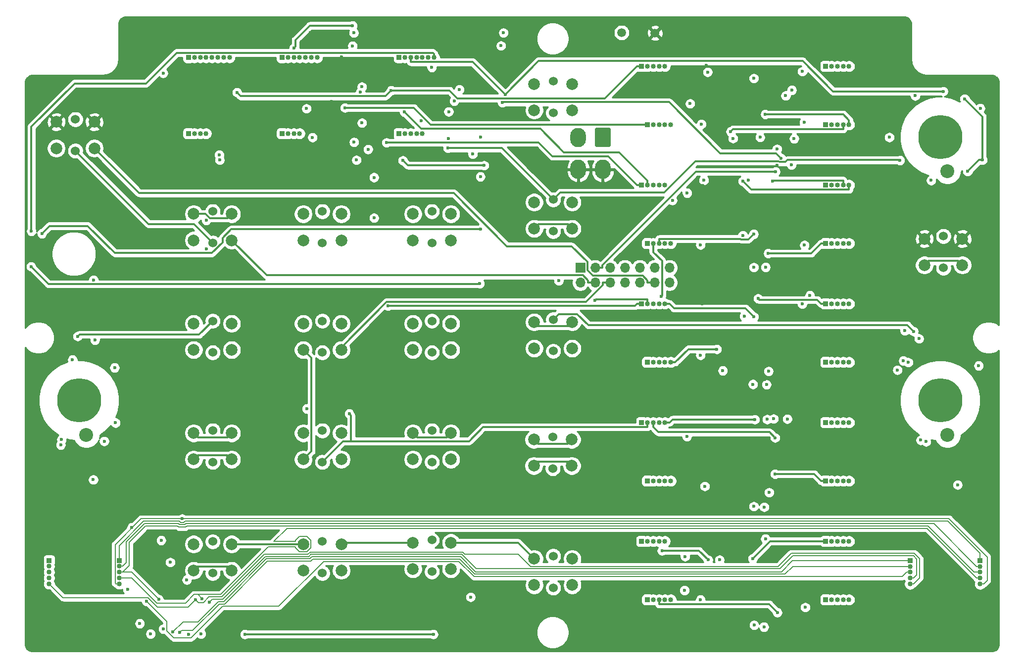
<source format=gbr>
G04 #@! TF.GenerationSoftware,KiCad,Pcbnew,(5.1.9)-1*
G04 #@! TF.CreationDate,2021-09-01T13:30:34-06:00*
G04 #@! TF.ProjectId,ufc_v4_main,7566635f-7634-45f6-9d61-696e2e6b6963,rev?*
G04 #@! TF.SameCoordinates,Original*
G04 #@! TF.FileFunction,Copper,L4,Bot*
G04 #@! TF.FilePolarity,Positive*
%FSLAX46Y46*%
G04 Gerber Fmt 4.6, Leading zero omitted, Abs format (unit mm)*
G04 Created by KiCad (PCBNEW (5.1.9)-1) date 2021-09-01 13:30:34*
%MOMM*%
%LPD*%
G01*
G04 APERTURE LIST*
G04 #@! TA.AperFunction,WasherPad*
%ADD10C,7.540752*%
G04 #@! TD*
G04 #@! TA.AperFunction,WasherPad*
%ADD11C,2.381250*%
G04 #@! TD*
G04 #@! TA.AperFunction,ComponentPad*
%ADD12O,0.850000X0.850000*%
G04 #@! TD*
G04 #@! TA.AperFunction,ComponentPad*
%ADD13R,0.850000X0.850000*%
G04 #@! TD*
G04 #@! TA.AperFunction,ComponentPad*
%ADD14C,2.000000*%
G04 #@! TD*
G04 #@! TA.AperFunction,ComponentPad*
%ADD15C,1.524000*%
G04 #@! TD*
G04 #@! TA.AperFunction,ComponentPad*
%ADD16O,2.700000X3.300000*%
G04 #@! TD*
G04 #@! TA.AperFunction,ComponentPad*
%ADD17R,1.700000X1.700000*%
G04 #@! TD*
G04 #@! TA.AperFunction,ComponentPad*
%ADD18O,1.700000X1.700000*%
G04 #@! TD*
G04 #@! TA.AperFunction,ComponentPad*
%ADD19C,1.500000*%
G04 #@! TD*
G04 #@! TA.AperFunction,ViaPad*
%ADD20C,0.600000*%
G04 #@! TD*
G04 #@! TA.AperFunction,Conductor*
%ADD21C,0.305000*%
G04 #@! TD*
G04 #@! TA.AperFunction,Conductor*
%ADD22C,0.304800*%
G04 #@! TD*
G04 #@! TA.AperFunction,Conductor*
%ADD23C,0.203200*%
G04 #@! TD*
G04 #@! TA.AperFunction,Conductor*
%ADD24C,0.254000*%
G04 #@! TD*
G04 #@! TA.AperFunction,Conductor*
%ADD25C,0.100000*%
G04 #@! TD*
G04 APERTURE END LIST*
D10*
X244853000Y-156268000D03*
D11*
X246100470Y-162136886D03*
D10*
X244853000Y-111184000D03*
D11*
X246100470Y-117052886D03*
D10*
X97533000Y-156268000D03*
D11*
X98780470Y-162136886D03*
D12*
X197757000Y-99083000D03*
X196757000Y-99083000D03*
X195757000Y-99083000D03*
X194757000Y-99083000D03*
D13*
X193757000Y-99083000D03*
D12*
X229257000Y-99083000D03*
X228257000Y-99083000D03*
X227257000Y-99083000D03*
X226257000Y-99083000D03*
D13*
X225257000Y-99083000D03*
X193757000Y-119403000D03*
D12*
X194757000Y-119403000D03*
X195757000Y-119403000D03*
X196757000Y-119403000D03*
X197757000Y-119403000D03*
X229257000Y-119403000D03*
X228257000Y-119403000D03*
X227257000Y-119403000D03*
X226257000Y-119403000D03*
D13*
X225257000Y-119403000D03*
D12*
X197757000Y-139723000D03*
X196757000Y-139723000D03*
X195757000Y-139723000D03*
X194757000Y-139723000D03*
D13*
X193757000Y-139723000D03*
X225257000Y-139723000D03*
D12*
X226257000Y-139723000D03*
X227257000Y-139723000D03*
X228257000Y-139723000D03*
X229257000Y-139723000D03*
D13*
X194757000Y-109083000D03*
D12*
X195757000Y-109083000D03*
X196757000Y-109083000D03*
X197757000Y-109083000D03*
X198757000Y-109083000D03*
D13*
X225257000Y-109083000D03*
D12*
X226257000Y-109083000D03*
X227257000Y-109083000D03*
X228257000Y-109083000D03*
X229257000Y-109083000D03*
D13*
X194757000Y-129403000D03*
D12*
X195757000Y-129403000D03*
X196757000Y-129403000D03*
X197757000Y-129403000D03*
X198757000Y-129403000D03*
X229257000Y-129403000D03*
X228257000Y-129403000D03*
X227257000Y-129403000D03*
X226257000Y-129403000D03*
D13*
X225257000Y-129403000D03*
D12*
X198757000Y-149723000D03*
X197757000Y-149723000D03*
X196757000Y-149723000D03*
X195757000Y-149723000D03*
D13*
X194757000Y-149723000D03*
X225257000Y-149723000D03*
D12*
X226257000Y-149723000D03*
X227257000Y-149723000D03*
X228257000Y-149723000D03*
X229257000Y-149723000D03*
D13*
X92428700Y-183653000D03*
D12*
X92428700Y-184653000D03*
X92428700Y-185653000D03*
X92428700Y-186653000D03*
X92428700Y-187653000D03*
X104429000Y-187653000D03*
X104429000Y-186653000D03*
X104429000Y-185653000D03*
X104429000Y-184653000D03*
D13*
X104429000Y-183653000D03*
X193757000Y-160043000D03*
D12*
X194757000Y-160043000D03*
X195757000Y-160043000D03*
X196757000Y-160043000D03*
X197757000Y-160043000D03*
X229257000Y-160043000D03*
X228257000Y-160043000D03*
X227257000Y-160043000D03*
X226257000Y-160043000D03*
D13*
X225257000Y-160043000D03*
D12*
X197757000Y-180363000D03*
X196757000Y-180363000D03*
X195757000Y-180363000D03*
X194757000Y-180363000D03*
D13*
X193757000Y-180363000D03*
X225257000Y-180363000D03*
D12*
X226257000Y-180363000D03*
X227257000Y-180363000D03*
X228257000Y-180363000D03*
X229257000Y-180363000D03*
X239689000Y-187670000D03*
X239689000Y-186670000D03*
X239689000Y-185670000D03*
X239689000Y-184670000D03*
D13*
X239689000Y-183670000D03*
D12*
X251689000Y-187670000D03*
X251689000Y-186670000D03*
X251689000Y-185670000D03*
X251689000Y-184670000D03*
D13*
X251689000Y-183670000D03*
X194757000Y-170043000D03*
D12*
X195757000Y-170043000D03*
X196757000Y-170043000D03*
X197757000Y-170043000D03*
X198757000Y-170043000D03*
X229257000Y-170043000D03*
X228257000Y-170043000D03*
X227257000Y-170043000D03*
X226257000Y-170043000D03*
D13*
X225257000Y-170043000D03*
D12*
X198757000Y-190363000D03*
X197757000Y-190363000D03*
X196757000Y-190363000D03*
X195757000Y-190363000D03*
D13*
X194757000Y-190363000D03*
X225257000Y-190363000D03*
D12*
X226257000Y-190363000D03*
X227257000Y-190363000D03*
X228257000Y-190363000D03*
X229257000Y-190363000D03*
D13*
X116267000Y-110583000D03*
D12*
X117267000Y-110583000D03*
X118267000Y-110583000D03*
X119267000Y-110583000D03*
D13*
X116267000Y-97583000D03*
D12*
X117267000Y-97583000D03*
X118267000Y-97583000D03*
X119267000Y-97583000D03*
X120267000Y-97583000D03*
X121267000Y-97583000D03*
X122267000Y-97583000D03*
X123267000Y-97583000D03*
D13*
X132267000Y-97583000D03*
D12*
X133267000Y-97583000D03*
X134267000Y-97583000D03*
X135267000Y-97583000D03*
X136267000Y-97583000D03*
X137267000Y-97583000D03*
X138267000Y-97583000D03*
X135267000Y-110583000D03*
X134267000Y-110583000D03*
X133267000Y-110583000D03*
D13*
X132267000Y-110583000D03*
D12*
X158267000Y-97583000D03*
X157267000Y-97583000D03*
X156267000Y-97583000D03*
X155267000Y-97583000D03*
X154267000Y-97583000D03*
X153267000Y-97583000D03*
D13*
X152267000Y-97583000D03*
X152267000Y-110583000D03*
D12*
X153267000Y-110583000D03*
X154267000Y-110583000D03*
X155267000Y-110583000D03*
X156267000Y-110583000D03*
D14*
X117148000Y-128866000D03*
X117148000Y-124366000D03*
X123648000Y-128866000D03*
X123648000Y-124366000D03*
D15*
X120398000Y-123916000D03*
X120398000Y-129316000D03*
X139148000Y-129316000D03*
X139148000Y-123916000D03*
D14*
X142398000Y-124366000D03*
X142398000Y-128866000D03*
X135898000Y-124366000D03*
X135898000Y-128866000D03*
X154648000Y-128866000D03*
X154648000Y-124366000D03*
X161148000Y-128866000D03*
X161148000Y-124366000D03*
D15*
X157898000Y-123916000D03*
X157898000Y-129316000D03*
D14*
X175398000Y-126866000D03*
X175398000Y-122366000D03*
X181898000Y-126866000D03*
X181898000Y-122366000D03*
D15*
X178648000Y-121916000D03*
X178648000Y-127316000D03*
X120398000Y-148066000D03*
X120398000Y-142666000D03*
D14*
X123648000Y-143116000D03*
X123648000Y-147616000D03*
X117148000Y-143116000D03*
X117148000Y-147616000D03*
X135898000Y-147616000D03*
X135898000Y-143116000D03*
X142398000Y-147616000D03*
X142398000Y-143116000D03*
D15*
X139148000Y-142666000D03*
X139148000Y-148066000D03*
X157898000Y-148066000D03*
X157898000Y-142666000D03*
D14*
X161148000Y-143116000D03*
X161148000Y-147616000D03*
X154648000Y-143116000D03*
X154648000Y-147616000D03*
X175398000Y-147366000D03*
X175398000Y-142866000D03*
X181898000Y-147366000D03*
X181898000Y-142866000D03*
D15*
X178648000Y-142416000D03*
X178648000Y-147816000D03*
D14*
X117148000Y-166366000D03*
X117148000Y-161866000D03*
X123648000Y-166366000D03*
X123648000Y-161866000D03*
D15*
X120398000Y-161416000D03*
X120398000Y-166816000D03*
X139148000Y-166816000D03*
X139148000Y-161416000D03*
D14*
X142398000Y-161866000D03*
X142398000Y-166366000D03*
X135898000Y-161866000D03*
X135898000Y-166366000D03*
X154648000Y-166366000D03*
X154648000Y-161866000D03*
X161148000Y-166366000D03*
X161148000Y-161866000D03*
D15*
X157898000Y-161416000D03*
X157898000Y-166816000D03*
D14*
X175330000Y-167456000D03*
X175330000Y-162956000D03*
X181830000Y-167456000D03*
X181830000Y-162956000D03*
D15*
X178580000Y-162506000D03*
X178580000Y-167906000D03*
X120398000Y-185816000D03*
X120398000Y-180416000D03*
D14*
X123648000Y-180866000D03*
X123648000Y-185366000D03*
X117148000Y-180866000D03*
X117148000Y-185366000D03*
D15*
X139148000Y-185816000D03*
X139148000Y-180416000D03*
D14*
X142398000Y-180866000D03*
X142398000Y-185366000D03*
X135898000Y-180866000D03*
X135898000Y-185366000D03*
D15*
X157898000Y-185566000D03*
X157898000Y-180166000D03*
D14*
X161148000Y-180616000D03*
X161148000Y-185116000D03*
X154648000Y-180616000D03*
X154648000Y-185116000D03*
X175398000Y-187866000D03*
X175398000Y-183366000D03*
X181898000Y-187866000D03*
X181898000Y-183366000D03*
D15*
X178648000Y-182916000D03*
X178648000Y-188316000D03*
X178648000Y-107066000D03*
X178648000Y-101666000D03*
D14*
X181898000Y-102116000D03*
X181898000Y-106616000D03*
X175398000Y-102116000D03*
X175398000Y-106616000D03*
D15*
X96898000Y-113566000D03*
X96898000Y-108166000D03*
D14*
X100148000Y-108616000D03*
X100148000Y-113116000D03*
X93648000Y-108616000D03*
X93648000Y-113116000D03*
X242148000Y-133116000D03*
X242148000Y-128616000D03*
X248648000Y-133116000D03*
X248648000Y-128616000D03*
D15*
X245398000Y-128166000D03*
X245398000Y-133566000D03*
G04 #@! TA.AperFunction,ComponentPad*
G36*
G01*
X188488000Y-109852001D02*
X188488000Y-112651999D01*
G75*
G02*
X188237999Y-112902000I-250001J0D01*
G01*
X186038001Y-112902000D01*
G75*
G02*
X185788000Y-112651999I0J250001D01*
G01*
X185788000Y-109852001D01*
G75*
G02*
X186038001Y-109602000I250001J0D01*
G01*
X188237999Y-109602000D01*
G75*
G02*
X188488000Y-109852001I0J-250001D01*
G01*
G37*
G04 #@! TD.AperFunction*
D16*
X182938000Y-111252000D03*
X187138000Y-116752000D03*
X182938000Y-116752000D03*
D17*
X183288000Y-133567000D03*
D18*
X183288000Y-136107000D03*
X185828000Y-133567000D03*
X185828000Y-136107000D03*
X188368000Y-133567000D03*
X188368000Y-136107000D03*
X190908000Y-133567000D03*
X190908000Y-136107000D03*
X193448000Y-133567000D03*
X193448000Y-136107000D03*
X195988000Y-133567000D03*
X195988000Y-136107000D03*
X198528000Y-133567000D03*
X198528000Y-136107000D03*
D19*
X190351000Y-93341000D03*
X196066000Y-93404500D03*
D20*
X108588000Y-179912000D03*
X214898000Y-194032000D03*
X217498000Y-194512000D03*
X215568000Y-183302000D03*
X209198000Y-183302000D03*
X204128000Y-180852000D03*
X217508000Y-174422000D03*
X215148000Y-173072000D03*
X215558000Y-162682000D03*
X209218000Y-162712000D03*
X204168000Y-160572000D03*
X217568000Y-153192000D03*
X214828000Y-152682000D03*
X204198000Y-139722000D03*
X215548000Y-141912000D03*
X209238000Y-141912000D03*
X214918000Y-132002000D03*
X217318000Y-133242000D03*
X204848000Y-98892000D03*
X204278000Y-119532000D03*
X209198000Y-121742000D03*
X215568000Y-121762000D03*
X209678000Y-101212000D03*
X215978000Y-101202000D03*
X142438000Y-97482000D03*
X167838000Y-97482000D03*
X216948000Y-116052000D03*
X141388000Y-117492000D03*
X140728000Y-111432000D03*
X140718000Y-105092000D03*
X137108000Y-93342000D03*
X162498000Y-93362000D03*
X160538000Y-105092000D03*
X160738000Y-111442000D03*
X161088000Y-117502000D03*
X111103000Y-196337992D03*
X111230000Y-184400000D03*
X213338000Y-113089500D03*
X203998000Y-108996500D03*
X203845700Y-190363000D03*
X203845700Y-148515100D03*
X152921100Y-115217100D03*
X166817200Y-116061200D03*
X203845700Y-129636500D03*
X179581500Y-135792200D03*
X204578300Y-170946900D03*
X201559100Y-120775600D03*
X164519300Y-189917500D03*
X205053100Y-100089600D03*
X201514400Y-162452700D03*
X158156400Y-196280400D03*
X125898000Y-196282000D03*
X201204700Y-182979590D03*
X111578000Y-180202000D03*
X213008000Y-194712000D03*
X212968000Y-174402000D03*
X212828000Y-153502000D03*
X212968000Y-133492000D03*
X214038000Y-111242000D03*
X144328000Y-95602000D03*
X169708000Y-95582000D03*
X214698000Y-195022000D03*
X214738000Y-174512000D03*
X215128000Y-153552000D03*
X214978000Y-133472000D03*
X216938000Y-113262000D03*
X144528000Y-93372000D03*
X170138000Y-93362000D03*
X113144870Y-183972110D03*
X124539300Y-103555300D03*
X150929400Y-103235900D03*
X121513600Y-114237000D03*
X121587300Y-115131600D03*
X100246400Y-145918000D03*
X119331000Y-130368300D03*
X136433800Y-106334400D03*
X99972700Y-169824100D03*
X101838000Y-163252000D03*
X137465900Y-111255300D03*
X100008600Y-135682100D03*
X96414498Y-149286654D03*
X94402500Y-163889500D03*
X119289800Y-125427600D03*
X146968400Y-113300200D03*
X164887000Y-114120600D03*
X166191200Y-117971100D03*
X91179900Y-127718300D03*
X166218100Y-126989600D03*
X147996400Y-118110000D03*
X150121800Y-112153200D03*
X144994700Y-115131600D03*
X97306780Y-145301900D03*
X239385900Y-149761600D03*
X160616200Y-113105900D03*
X237531500Y-151062500D03*
X237976000Y-115185000D03*
X240579500Y-104136000D03*
X243310000Y-118614000D03*
X161701500Y-105037000D03*
X160765900Y-106856200D03*
X240288300Y-144439700D03*
X89312900Y-133363900D03*
X166078000Y-136263100D03*
X251698000Y-106302000D03*
X241218000Y-145692000D03*
X251428000Y-150322000D03*
X242421000Y-163318000D03*
X147996400Y-125037200D03*
X153159100Y-106899000D03*
X134268000Y-95992000D03*
X144334400Y-92137000D03*
X103778000Y-160102000D03*
X103618000Y-150662000D03*
X94548000Y-162962000D03*
X245376100Y-103380300D03*
X170431700Y-103915800D03*
X249538000Y-117083035D03*
X252070832Y-115134817D03*
X249028000Y-104652000D03*
X145927100Y-102611900D03*
X136478600Y-157694700D03*
X150400500Y-140076700D03*
X238804200Y-144346000D03*
X218422500Y-104131700D03*
X236152010Y-111248000D03*
X217636300Y-114816900D03*
X157872000Y-99261700D03*
X169952400Y-105289600D03*
X238547500Y-149475000D03*
X209409400Y-111432300D03*
X166212300Y-111174800D03*
X241532000Y-163064000D03*
X247828200Y-170717100D03*
X202065200Y-105478200D03*
X89386000Y-127313500D03*
X219466100Y-103169300D03*
X212968900Y-101151000D03*
X199050200Y-122026900D03*
X212021200Y-118597000D03*
X204415200Y-118598600D03*
X211079200Y-118752800D03*
X216165600Y-118740600D03*
X212982700Y-141963200D03*
X185751200Y-139136200D03*
X145666200Y-103522100D03*
X213688500Y-138843900D03*
X222562900Y-138296200D03*
X211340100Y-141855600D03*
X197088600Y-138477200D03*
X143015200Y-106196400D03*
X219860200Y-111470000D03*
X209010600Y-110275900D03*
X214930700Y-107304700D03*
X212942300Y-127804400D03*
X211079200Y-128033200D03*
X215435900Y-131104900D03*
X206635700Y-147494600D03*
X215480400Y-151270200D03*
X207658200Y-151170300D03*
X109071000Y-190623000D03*
X119802500Y-190813500D03*
X113579500Y-195893500D03*
X116246500Y-196274500D03*
X111928500Y-195385500D03*
X118405500Y-196211000D03*
X109769500Y-196211000D03*
X114786000Y-195957000D03*
X144574300Y-112077600D03*
X145937700Y-108780900D03*
X143752900Y-158534700D03*
X216612000Y-162648000D03*
X213124500Y-159533000D03*
X216358900Y-159413300D03*
X215225300Y-159507000D03*
X218694400Y-159436100D03*
X197258000Y-181972000D03*
X205141000Y-183544390D03*
X212774700Y-183310300D03*
X207097200Y-183544390D03*
X214953600Y-179940500D03*
X117453000Y-190369000D03*
X215591900Y-172014400D03*
X216603600Y-168857200D03*
X201112600Y-188767500D03*
X217001300Y-192552200D03*
X111166500Y-190305500D03*
X118563242Y-190185951D03*
X115962390Y-186963838D03*
X115167000Y-176526000D03*
X106564972Y-178012963D03*
X156103500Y-108429100D03*
X162602700Y-103069000D03*
X219408600Y-115952400D03*
X221579800Y-108703300D03*
X221628300Y-129698000D03*
X221244100Y-139775900D03*
X221768900Y-191671200D03*
X107928000Y-194433000D03*
X111928500Y-100262500D03*
X105820652Y-188624587D03*
X221264700Y-99974100D03*
X216671800Y-117133200D03*
D21*
X152921100Y-115217100D02*
X153765200Y-116061200D01*
X153765200Y-116061200D02*
X166817200Y-116061200D01*
D22*
X158156400Y-196280400D02*
X125899600Y-196280400D01*
X125899600Y-196280400D02*
X125898000Y-196282000D01*
D21*
X117148000Y-185366000D02*
X117814300Y-184699700D01*
X117814300Y-184699700D02*
X122981700Y-184699700D01*
X122981700Y-184699700D02*
X123648000Y-185366000D01*
X184625200Y-136107000D02*
X184625200Y-135731000D01*
X184625200Y-135731000D02*
X183747200Y-134853000D01*
X183747200Y-134853000D02*
X129635000Y-134853000D01*
X129635000Y-134853000D02*
X123648000Y-128866000D01*
X123648000Y-166366000D02*
X122917300Y-165635300D01*
X122917300Y-165635300D02*
X117878700Y-165635300D01*
X117878700Y-165635300D02*
X117148000Y-166366000D01*
X185828000Y-136107000D02*
X184625200Y-136107000D01*
X123648000Y-124366000D02*
X122928700Y-125085300D01*
X122928700Y-125085300D02*
X119870800Y-125085300D01*
X119870800Y-125085300D02*
X119151500Y-124366000D01*
X119151500Y-124366000D02*
X117148000Y-124366000D01*
X135898000Y-147616000D02*
X137270600Y-148988600D01*
X137270600Y-148988600D02*
X137270600Y-164993400D01*
X137270600Y-164993400D02*
X135898000Y-166366000D01*
X187165200Y-136107000D02*
X187165200Y-136483000D01*
X187165200Y-136483000D02*
X184224300Y-139423900D01*
X184224300Y-139423900D02*
X150122700Y-139423900D01*
X150122700Y-139423900D02*
X142398000Y-147148600D01*
X142398000Y-147148600D02*
X142398000Y-147616000D01*
X188368000Y-136107000D02*
X187165200Y-136107000D01*
X181898000Y-142866000D02*
X181210700Y-143553300D01*
X181210700Y-143553300D02*
X176085300Y-143553300D01*
X176085300Y-143553300D02*
X175398000Y-142866000D01*
X161148000Y-161866000D02*
X160441700Y-162572300D01*
X160441700Y-162572300D02*
X155354300Y-162572300D01*
X155354300Y-162572300D02*
X154648000Y-161866000D01*
X123648000Y-161866000D02*
X122928700Y-162585300D01*
X122928700Y-162585300D02*
X117867300Y-162585300D01*
X117867300Y-162585300D02*
X117148000Y-161866000D01*
X181830000Y-162956000D02*
X181110700Y-163675300D01*
X181110700Y-163675300D02*
X176049300Y-163675300D01*
X176049300Y-163675300D02*
X175330000Y-162956000D01*
X181898000Y-126866000D02*
X181178700Y-126146700D01*
X181178700Y-126146700D02*
X176117300Y-126146700D01*
X176117300Y-126146700D02*
X175398000Y-126866000D01*
X181830000Y-167456000D02*
X181099300Y-166725300D01*
X181099300Y-166725300D02*
X176060700Y-166725300D01*
X176060700Y-166725300D02*
X175330000Y-167456000D01*
X154648000Y-180616000D02*
X142648000Y-180616000D01*
X142648000Y-180616000D02*
X142398000Y-180866000D01*
X161148000Y-180616000D02*
X172648000Y-180616000D01*
X172648000Y-180616000D02*
X175398000Y-183366000D01*
X135898000Y-180866000D02*
X123648000Y-180866000D01*
X195988000Y-136107000D02*
X194785200Y-136107000D01*
X194785200Y-136107000D02*
X194785200Y-135731000D01*
X194785200Y-135731000D02*
X193958400Y-134904200D01*
X193958400Y-134904200D02*
X185441000Y-134904200D01*
X185441000Y-134904200D02*
X184490900Y-133954100D01*
X184490900Y-133954100D02*
X184490900Y-132562900D01*
X184490900Y-132562900D02*
X181820800Y-129892800D01*
X181820800Y-129892800D02*
X170739400Y-129892800D01*
X170739400Y-129892800D02*
X161648800Y-120802200D01*
X161648800Y-120802200D02*
X107834200Y-120802200D01*
X107834200Y-120802200D02*
X100148000Y-113116000D01*
X248648000Y-133116000D02*
X247928700Y-132396700D01*
X247928700Y-132396700D02*
X242867300Y-132396700D01*
X242867300Y-132396700D02*
X242148000Y-133116000D01*
X124539300Y-103555300D02*
X125193700Y-104209700D01*
X125193700Y-104209700D02*
X149955600Y-104209700D01*
X149955600Y-104209700D02*
X150929400Y-103235900D01*
X193757000Y-99083000D02*
X192979200Y-99083000D01*
X192979200Y-99083000D02*
X187491200Y-104571000D01*
X187491200Y-104571000D02*
X162258000Y-104571000D01*
X162258000Y-104571000D02*
X160922900Y-103235900D01*
X160922900Y-103235900D02*
X150929400Y-103235900D01*
X92486200Y-126412000D02*
X91179900Y-127718300D01*
X99038000Y-126412000D02*
X92486200Y-126412000D01*
X123584000Y-126989600D02*
X122079800Y-128493800D01*
X166218100Y-126989600D02*
X123584000Y-126989600D01*
X122079800Y-128493800D02*
X122079800Y-129243200D01*
X122079800Y-129243200D02*
X120268000Y-131055000D01*
X120268000Y-131055000D02*
X103681000Y-131055000D01*
X103681000Y-131055000D02*
X99038000Y-126412000D01*
X192979200Y-119403000D02*
X188094300Y-114518100D01*
X188094300Y-114518100D02*
X178527600Y-114518100D01*
X178527600Y-114518100D02*
X176162700Y-112153200D01*
X176162700Y-112153200D02*
X150121800Y-112153200D01*
X193757000Y-119403000D02*
X192979200Y-119403000D01*
X118062099Y-145001901D02*
X97606779Y-145001901D01*
X120398000Y-142666000D02*
X118062099Y-145001901D01*
X97606779Y-145001901D02*
X97306780Y-145301900D01*
X178648000Y-121916000D02*
X179877800Y-120686200D01*
X179877800Y-120686200D02*
X197625300Y-120686200D01*
X197625300Y-120686200D02*
X202995500Y-115316000D01*
X202995500Y-115316000D02*
X217212200Y-115316000D01*
X217212200Y-115316000D02*
X217365900Y-115469700D01*
X217365900Y-115469700D02*
X218377000Y-115469700D01*
X218377000Y-115469700D02*
X218715100Y-115131600D01*
X160616200Y-113105900D02*
X169837900Y-113105900D01*
X169837900Y-113105900D02*
X178648000Y-121916000D01*
X237922600Y-115131600D02*
X237976000Y-115185000D01*
X218715100Y-115131600D02*
X237922600Y-115131600D01*
X178648000Y-142416000D02*
X179577900Y-141486100D01*
X179577900Y-141486100D02*
X182770900Y-141486100D01*
X182770900Y-141486100D02*
X184664800Y-143380000D01*
X184664800Y-143380000D02*
X239228600Y-143380000D01*
X239228600Y-143380000D02*
X240288300Y-144439700D01*
X166078000Y-136263100D02*
X165981400Y-136359700D01*
X165981400Y-136359700D02*
X92308700Y-136359700D01*
X92308700Y-136359700D02*
X89312900Y-133363900D01*
X194757000Y-119403000D02*
X194757000Y-118625200D01*
X194757000Y-118625200D02*
X189969300Y-113837500D01*
X189969300Y-113837500D02*
X180462700Y-113837500D01*
X180462700Y-113837500D02*
X176430300Y-109805100D01*
X176430300Y-109805100D02*
X156065200Y-109805100D01*
X156065200Y-109805100D02*
X153159100Y-106899000D01*
D22*
X134567999Y-95692001D02*
X134567999Y-94572001D01*
X134268000Y-95992000D02*
X134567999Y-95692001D01*
X134567999Y-94572001D02*
X137003000Y-92137000D01*
X137003000Y-92137000D02*
X144334400Y-92137000D01*
D21*
X170431700Y-103915800D02*
X176158400Y-98189100D01*
X176158400Y-98189100D02*
X221305100Y-98189100D01*
X221305100Y-98189100D02*
X226496300Y-103380300D01*
X226496300Y-103380300D02*
X245376100Y-103380300D01*
X170431700Y-103915800D02*
X164876700Y-98360800D01*
X164876700Y-98360800D02*
X154267000Y-98360800D01*
X154267000Y-97583000D02*
X154267000Y-98360800D01*
D22*
X251646568Y-115134817D02*
X252070832Y-115134817D01*
X249538000Y-117083035D02*
X251486218Y-115134817D01*
X251486218Y-115134817D02*
X251646568Y-115134817D01*
X252070832Y-107694832D02*
X252070832Y-115134817D01*
X249028000Y-104652000D02*
X252070832Y-107694832D01*
D21*
X192979200Y-139723000D02*
X192625500Y-140076700D01*
X192625500Y-140076700D02*
X150400500Y-140076700D01*
X193757000Y-139723000D02*
X192979200Y-139723000D01*
X169952400Y-105289600D02*
X170006300Y-105235700D01*
X170006300Y-105235700D02*
X198475100Y-105235700D01*
X198475100Y-105235700D02*
X207204300Y-113964900D01*
X207204300Y-113964900D02*
X216784300Y-113964900D01*
X216784300Y-113964900D02*
X217636300Y-114816900D01*
X114235900Y-96778300D02*
X158063340Y-96778300D01*
X158063340Y-96778300D02*
X158267000Y-96981960D01*
X108990600Y-102023600D02*
X114235900Y-96778300D01*
X96768900Y-102023600D02*
X108990600Y-102023600D01*
X89386000Y-109406500D02*
X96768900Y-102023600D01*
X158267000Y-96981960D02*
X158267000Y-97583000D01*
X89386000Y-127313500D02*
X89386000Y-109406500D01*
X229257000Y-119403000D02*
X229257000Y-120180800D01*
X229257000Y-120180800D02*
X212507200Y-120180800D01*
X212507200Y-120180800D02*
X211079200Y-118752800D01*
X228257000Y-119403000D02*
X228257000Y-118625200D01*
X228257000Y-118625200D02*
X216281000Y-118625200D01*
X216281000Y-118625200D02*
X216165600Y-118740600D01*
X197757000Y-139723000D02*
X198534800Y-139723000D01*
X198534800Y-139723000D02*
X199312600Y-140500800D01*
X199312600Y-140500800D02*
X211520300Y-140500800D01*
X211520300Y-140500800D02*
X212982700Y-141963200D01*
X194757000Y-139723000D02*
X194757000Y-138945200D01*
X185751200Y-139136200D02*
X185942200Y-138945200D01*
X185942200Y-138945200D02*
X194757000Y-138945200D01*
X96898000Y-113566000D02*
X109412500Y-126080500D01*
X109412500Y-126080500D02*
X117162500Y-126080500D01*
X117162500Y-126080500D02*
X120398000Y-129316000D01*
X213688500Y-138843900D02*
X213895700Y-139051100D01*
X213895700Y-139051100D02*
X223807300Y-139051100D01*
X223807300Y-139051100D02*
X224479200Y-139723000D01*
X225257000Y-139723000D02*
X224479200Y-139723000D01*
X193979200Y-109083000D02*
X157680700Y-109083000D01*
X157680700Y-109083000D02*
X154794100Y-106196400D01*
X154794100Y-106196400D02*
X143015200Y-106196400D01*
X197088600Y-138477200D02*
X197258000Y-138307800D01*
X197258000Y-138307800D02*
X197258000Y-132397600D01*
X197258000Y-132397600D02*
X195757000Y-130896600D01*
X195757000Y-130896600D02*
X195757000Y-129403000D01*
X194757000Y-109083000D02*
X193979200Y-109083000D01*
X228257000Y-109083000D02*
X228257000Y-109860800D01*
X228257000Y-109860800D02*
X209425700Y-109860800D01*
X209425700Y-109860800D02*
X209010600Y-110275900D01*
X229257000Y-109083000D02*
X229257000Y-108305200D01*
X229257000Y-108305200D02*
X228256500Y-107304700D01*
X228256500Y-107304700D02*
X214930700Y-107304700D01*
X196757000Y-129403000D02*
X196757000Y-128625200D01*
X196757000Y-128625200D02*
X210705400Y-128625200D01*
X210705400Y-128625200D02*
X210773900Y-128693700D01*
X210773900Y-128693700D02*
X212053000Y-128693700D01*
X212053000Y-128693700D02*
X212942300Y-127804400D01*
X225257000Y-129403000D02*
X224479200Y-129403000D01*
X224479200Y-129403000D02*
X222777300Y-131104900D01*
X222777300Y-131104900D02*
X215435900Y-131104900D01*
X198757000Y-149723000D02*
X199534800Y-149723000D01*
X199534800Y-149723000D02*
X201763200Y-147494600D01*
X201763200Y-147494600D02*
X206635700Y-147494600D01*
D23*
X239087960Y-185670000D02*
X239689000Y-185670000D01*
X238340359Y-186417601D02*
X239087960Y-185670000D01*
X165092399Y-186417601D02*
X238340359Y-186417601D01*
X162489197Y-183814399D02*
X165092399Y-186417601D01*
X131694315Y-191496055D02*
X139375971Y-183814399D01*
X122104445Y-191496055D02*
X131694315Y-191496055D01*
X109071000Y-190623000D02*
X112530101Y-194082101D01*
X116691000Y-196909500D02*
X122104445Y-191496055D01*
X113707870Y-196909500D02*
X116691000Y-196909500D01*
X139375971Y-183814399D02*
X162489197Y-183814399D01*
X112530101Y-195731731D02*
X113707870Y-196909500D01*
X112530101Y-194082101D02*
X112530101Y-195731731D01*
X165456288Y-185070812D02*
X162990242Y-182604766D01*
X240290040Y-186670000D02*
X240833500Y-186126540D01*
X240833500Y-186126540D02*
X240833500Y-183421618D01*
X120329578Y-190286422D02*
X119802500Y-190813500D01*
X240287882Y-182876000D02*
X219623226Y-182876000D01*
X137226056Y-182604766D02*
X136856799Y-182974023D01*
X122105030Y-190286422D02*
X120329578Y-190286422D01*
X162990242Y-182604766D02*
X137226056Y-182604766D01*
X217428414Y-185070812D02*
X165456288Y-185070812D01*
X219623226Y-182876000D02*
X217428414Y-185070812D01*
X136856799Y-182974023D02*
X129417429Y-182974023D01*
X129417429Y-182974023D02*
X122105030Y-190286422D01*
X239689000Y-186670000D02*
X240290040Y-186670000D01*
X240833500Y-183421618D02*
X240287882Y-182876000D01*
X137393071Y-183007977D02*
X162823227Y-183007977D01*
X122272045Y-190689633D02*
X129584444Y-183377234D01*
X113579500Y-195893500D02*
X115316211Y-194156789D01*
X115316211Y-194156789D02*
X117857485Y-194156789D01*
X137023814Y-183377234D02*
X137393071Y-183007977D01*
X129584444Y-183377234D02*
X137023814Y-183377234D01*
X117857485Y-194156789D02*
X121324641Y-190689633D01*
X217675078Y-185587422D02*
X219592500Y-183670000D01*
X121324641Y-190689633D02*
X122272045Y-190689633D01*
X165402672Y-185587422D02*
X217675078Y-185587422D01*
X162823227Y-183007977D02*
X165402672Y-185587422D01*
X219592500Y-183670000D02*
X239689000Y-183670000D01*
X115085999Y-195657001D02*
X114786000Y-195957000D01*
X219608500Y-184670000D02*
X218287867Y-185990633D01*
X162656212Y-183411188D02*
X137560086Y-183411188D01*
X129751459Y-183780445D02*
X122439060Y-191092844D01*
X137190829Y-183780445D02*
X129751459Y-183780445D01*
X239689000Y-184670000D02*
X219608500Y-184670000D01*
X121555156Y-191092844D02*
X116990999Y-195657001D01*
X165235657Y-185990633D02*
X162656212Y-183411188D01*
X137560086Y-183411188D02*
X137190829Y-183780445D01*
X122439060Y-191092844D02*
X121555156Y-191092844D01*
X116990999Y-195657001D02*
X115085999Y-195657001D01*
X218287867Y-185990633D02*
X165235657Y-185990633D01*
D21*
X144060700Y-163240700D02*
X144060700Y-158842500D01*
X144060700Y-158842500D02*
X143752900Y-158534700D01*
X139148000Y-166816000D02*
X142723300Y-163240700D01*
X142723300Y-163240700D02*
X144060700Y-163240700D01*
X194757000Y-160820800D02*
X166678800Y-160820800D01*
X166678800Y-160820800D02*
X164258900Y-163240700D01*
X164258900Y-163240700D02*
X144060700Y-163240700D01*
X194757000Y-160043000D02*
X194757000Y-160820800D01*
X195757000Y-160820800D02*
X196631300Y-161695100D01*
X196631300Y-161695100D02*
X215659100Y-161695100D01*
X215659100Y-161695100D02*
X216612000Y-162648000D01*
X195757000Y-160043000D02*
X195757000Y-160820800D01*
X197757000Y-160043000D02*
X198534800Y-160043000D01*
X213124500Y-159533000D02*
X199044800Y-159533000D01*
X199044800Y-159533000D02*
X198534800Y-160043000D01*
D22*
X203568610Y-181972000D02*
X205141000Y-183544390D01*
X197258000Y-181972000D02*
X203568610Y-181972000D01*
D21*
X225257000Y-180363000D02*
X215722000Y-180363000D01*
X215722000Y-180363000D02*
X212774700Y-183310300D01*
D23*
X114878231Y-177127601D02*
X114679841Y-176929211D01*
X108605659Y-176929211D02*
X104429000Y-181105870D01*
X115455769Y-177127601D02*
X114878231Y-177127601D01*
X104429000Y-181105870D02*
X104429000Y-183653000D01*
X114679841Y-176929211D02*
X108605659Y-176929211D01*
X246189711Y-176929211D02*
X115654159Y-176929211D01*
X115654159Y-176929211D02*
X115455769Y-177127601D01*
X251689000Y-183670000D02*
X251689000Y-182428500D01*
X251689000Y-182428500D02*
X246189711Y-176929211D01*
X92428700Y-187653000D02*
X94797098Y-190021398D01*
X117153001Y-190668999D02*
X117453000Y-190369000D01*
X94797098Y-190021398D02*
X109359770Y-190021398D01*
X109359770Y-190021398D02*
X110947270Y-191608898D01*
X110947270Y-191608898D02*
X116213102Y-191608898D01*
X116213102Y-191608898D02*
X117153001Y-190668999D01*
X136689784Y-182570812D02*
X137059041Y-182201555D01*
X219370500Y-182431500D02*
X240413608Y-182431500D01*
X240413608Y-182431500D02*
X241341500Y-183359392D01*
X121938015Y-189883211D02*
X129250414Y-182570812D01*
X163514202Y-182558500D02*
X172664130Y-182558500D01*
X118785226Y-190877000D02*
X119779015Y-189883211D01*
X241341500Y-186618540D02*
X240290040Y-187670000D01*
X119779015Y-189883211D02*
X121938015Y-189883211D01*
X172664130Y-182558500D02*
X174773231Y-184667601D01*
X129250414Y-182570812D02*
X136689784Y-182570812D01*
X240290040Y-187670000D02*
X239689000Y-187670000D01*
X241341500Y-183359392D02*
X241341500Y-186618540D01*
X174773231Y-184667601D02*
X217134399Y-184667601D01*
X163157257Y-182201555D02*
X163514202Y-182558500D01*
X137059041Y-182201555D02*
X163157257Y-182201555D01*
X117961000Y-190877000D02*
X118785226Y-190877000D01*
X117453000Y-190369000D02*
X117961000Y-190877000D01*
X217134399Y-184667601D02*
X219370500Y-182431500D01*
D21*
X225257000Y-170043000D02*
X224479200Y-170043000D01*
X216603600Y-168857200D02*
X223293400Y-168857200D01*
X223293400Y-168857200D02*
X224479200Y-170043000D01*
X196757000Y-190363000D02*
X196757000Y-191140800D01*
X196757000Y-191140800D02*
X215589900Y-191140800D01*
X215589900Y-191140800D02*
X217001300Y-192552200D01*
D23*
X115622784Y-177530812D02*
X115821174Y-177332422D01*
X115821174Y-177332422D02*
X243750382Y-177332422D01*
X243750382Y-177332422D02*
X251087960Y-184670000D01*
X251087960Y-184670000D02*
X251689000Y-184670000D01*
X114711216Y-177530812D02*
X115622784Y-177530812D01*
X114512826Y-177332422D02*
X114711216Y-177530812D01*
X105642000Y-180463096D02*
X108772674Y-177332422D01*
X105642000Y-184041040D02*
X105642000Y-180463096D01*
X105030040Y-184653000D02*
X105642000Y-184041040D01*
X104429000Y-184653000D02*
X105030040Y-184653000D01*
X108772674Y-177332422D02*
X114512826Y-177332422D01*
X106514000Y-185653000D02*
X111166500Y-190305500D01*
X104429000Y-185653000D02*
X106514000Y-185653000D01*
X114544201Y-177934023D02*
X114345811Y-177735633D01*
X115988189Y-177735633D02*
X115789799Y-177934023D01*
X250658186Y-185670000D02*
X242723819Y-177735633D01*
X108939689Y-177735633D02*
X106150000Y-180525322D01*
X251689000Y-185670000D02*
X250658186Y-185670000D01*
X114345811Y-177735633D02*
X108939689Y-177735633D01*
X106150000Y-184533040D02*
X105030040Y-185653000D01*
X242723819Y-177735633D02*
X115988189Y-177735633D01*
X106150000Y-180525322D02*
X106150000Y-184533040D01*
X105030040Y-185653000D02*
X104429000Y-185653000D01*
X115789799Y-177934023D02*
X114544201Y-177934023D01*
X104429000Y-186653000D02*
X106561598Y-186653000D01*
X106561598Y-186653000D02*
X110849098Y-190940500D01*
X117857291Y-189480000D02*
X118563242Y-190185951D01*
X117199000Y-189480000D02*
X117857291Y-189480000D01*
X110849098Y-190940500D02*
X115738500Y-190940500D01*
X115738500Y-190940500D02*
X117199000Y-189480000D01*
X134596399Y-181320110D02*
X129930890Y-181320110D01*
X134596399Y-181490769D02*
X134596399Y-181320110D01*
X135273231Y-182167601D02*
X134596399Y-181490769D01*
X136522769Y-182167601D02*
X135273231Y-182167601D01*
X137199601Y-181490769D02*
X136522769Y-182167601D01*
X137199601Y-180241231D02*
X137199601Y-181490769D01*
X136522769Y-179564399D02*
X137199601Y-180241231D01*
X135273231Y-179564399D02*
X136522769Y-179564399D01*
X134596399Y-180241231D02*
X135273231Y-179564399D01*
X134596399Y-180411890D02*
X134596399Y-180241231D01*
X130839110Y-180411890D02*
X134596399Y-180411890D01*
X133112156Y-178138844D02*
X130839110Y-180411890D01*
X242556804Y-178138844D02*
X133112156Y-178138844D01*
X251087960Y-186670000D02*
X242556804Y-178138844D01*
X251689000Y-186670000D02*
X251087960Y-186670000D01*
X121771000Y-189480000D02*
X117199000Y-189480000D01*
X129930890Y-181320110D02*
X121771000Y-189480000D01*
X103827960Y-187653000D02*
X104429000Y-187653000D01*
X103702399Y-180942101D02*
X103702399Y-187527439D01*
X108118499Y-176526001D02*
X103702399Y-180942101D01*
X246356726Y-176526000D02*
X108118499Y-176526001D01*
X103702399Y-187527439D02*
X103827960Y-187653000D01*
X252898500Y-183067774D02*
X246356726Y-176526000D01*
X252898500Y-187061540D02*
X252898500Y-183067774D01*
X252290040Y-187670000D02*
X252898500Y-187061540D01*
X251689000Y-187670000D02*
X252290040Y-187670000D01*
D21*
X185828000Y-133567000D02*
X187030800Y-133567000D01*
X187030800Y-133567000D02*
X187030800Y-133115900D01*
X187030800Y-133115900D02*
X203013400Y-117133300D01*
X203013400Y-117133300D02*
X216671800Y-117133300D01*
X216671800Y-117133300D02*
X216671800Y-117133200D01*
D24*
X238852771Y-90654305D02*
X239093157Y-90726882D01*
X239314863Y-90844766D01*
X239509449Y-91003466D01*
X239669507Y-91196943D01*
X239788936Y-91417822D01*
X239863189Y-91657695D01*
X239892873Y-91940124D01*
X239892872Y-97951274D01*
X239895929Y-97982318D01*
X239895843Y-97994711D01*
X239896811Y-98004577D01*
X239937611Y-98392769D01*
X239950549Y-98455794D01*
X239962609Y-98519016D01*
X239965474Y-98528507D01*
X240080898Y-98901381D01*
X240105832Y-98960697D01*
X240129941Y-99020369D01*
X240134595Y-99029122D01*
X240320246Y-99372477D01*
X240356228Y-99425822D01*
X240391468Y-99479674D01*
X240397733Y-99487356D01*
X240646540Y-99788111D01*
X240692195Y-99833448D01*
X240737225Y-99879431D01*
X240744863Y-99885749D01*
X241047348Y-100132450D01*
X241100913Y-100168038D01*
X241154043Y-100204418D01*
X241162763Y-100209132D01*
X241507405Y-100392382D01*
X241566867Y-100416890D01*
X241626049Y-100442256D01*
X241635519Y-100445187D01*
X242009190Y-100558005D01*
X242072328Y-100570506D01*
X242135260Y-100583883D01*
X242145119Y-100584919D01*
X242532856Y-100622937D01*
X242567995Y-100626398D01*
X253568151Y-100626398D01*
X253852771Y-100654305D01*
X254093157Y-100726882D01*
X254314863Y-100844766D01*
X254509449Y-101003466D01*
X254669507Y-101196943D01*
X254788936Y-101417822D01*
X254863189Y-101657695D01*
X254892873Y-101940124D01*
X254892873Y-143383289D01*
X254883334Y-143373750D01*
X254427192Y-143068965D01*
X253920354Y-142859026D01*
X253382299Y-142752000D01*
X252833701Y-142752000D01*
X252295646Y-142859026D01*
X251788808Y-143068965D01*
X251332666Y-143373750D01*
X250944750Y-143761666D01*
X250639965Y-144217808D01*
X250430026Y-144724646D01*
X250323000Y-145262701D01*
X250323000Y-145811299D01*
X250430026Y-146349354D01*
X250639965Y-146856192D01*
X250944750Y-147312334D01*
X251332666Y-147700250D01*
X251788808Y-148005035D01*
X252295646Y-148214974D01*
X252833701Y-148322000D01*
X253382299Y-148322000D01*
X253920354Y-148214974D01*
X254427192Y-148005035D01*
X254883334Y-147700250D01*
X254892873Y-147690711D01*
X254892872Y-197881677D01*
X254864965Y-198166297D01*
X254792389Y-198406680D01*
X254674505Y-198628387D01*
X254515801Y-198822978D01*
X254322327Y-198983033D01*
X254101448Y-199102462D01*
X253861573Y-199176715D01*
X253579163Y-199206398D01*
X89637593Y-199206398D01*
X89352973Y-199178491D01*
X89112590Y-199105915D01*
X88890883Y-198988031D01*
X88696292Y-198829327D01*
X88536237Y-198635853D01*
X88416808Y-198414974D01*
X88342555Y-198175099D01*
X88312872Y-197892689D01*
X88312872Y-196118911D01*
X108834500Y-196118911D01*
X108834500Y-196303089D01*
X108870432Y-196483729D01*
X108940914Y-196653889D01*
X109043238Y-196807028D01*
X109173472Y-196937262D01*
X109326611Y-197039586D01*
X109496771Y-197110068D01*
X109677411Y-197146000D01*
X109861589Y-197146000D01*
X110042229Y-197110068D01*
X110212389Y-197039586D01*
X110365528Y-196937262D01*
X110495762Y-196807028D01*
X110598086Y-196653889D01*
X110668568Y-196483729D01*
X110704500Y-196303089D01*
X110704500Y-196118911D01*
X110668568Y-195938271D01*
X110598086Y-195768111D01*
X110495762Y-195614972D01*
X110365528Y-195484738D01*
X110212389Y-195382414D01*
X110042229Y-195311932D01*
X109861589Y-195276000D01*
X109677411Y-195276000D01*
X109496771Y-195311932D01*
X109326611Y-195382414D01*
X109173472Y-195484738D01*
X109043238Y-195614972D01*
X108940914Y-195768111D01*
X108870432Y-195938271D01*
X108834500Y-196118911D01*
X88312872Y-196118911D01*
X88312872Y-194340911D01*
X106993000Y-194340911D01*
X106993000Y-194525089D01*
X107028932Y-194705729D01*
X107099414Y-194875889D01*
X107201738Y-195029028D01*
X107331972Y-195159262D01*
X107485111Y-195261586D01*
X107655271Y-195332068D01*
X107835911Y-195368000D01*
X108020089Y-195368000D01*
X108200729Y-195332068D01*
X108370889Y-195261586D01*
X108524028Y-195159262D01*
X108654262Y-195029028D01*
X108756586Y-194875889D01*
X108827068Y-194705729D01*
X108863000Y-194525089D01*
X108863000Y-194340911D01*
X108827068Y-194160271D01*
X108756586Y-193990111D01*
X108654262Y-193836972D01*
X108524028Y-193706738D01*
X108370889Y-193604414D01*
X108200729Y-193533932D01*
X108020089Y-193498000D01*
X107835911Y-193498000D01*
X107655271Y-193533932D01*
X107485111Y-193604414D01*
X107331972Y-193706738D01*
X107201738Y-193836972D01*
X107099414Y-193990111D01*
X107028932Y-194160271D01*
X106993000Y-194340911D01*
X88312872Y-194340911D01*
X88312872Y-183228000D01*
X91365628Y-183228000D01*
X91365628Y-184078000D01*
X91377888Y-184202482D01*
X91414198Y-184322180D01*
X91416562Y-184326603D01*
X91409435Y-184343809D01*
X91368700Y-184548599D01*
X91368700Y-184757401D01*
X91409435Y-184962191D01*
X91488471Y-185153000D01*
X91409435Y-185343809D01*
X91368700Y-185548599D01*
X91368700Y-185757401D01*
X91409435Y-185962191D01*
X91488471Y-186153000D01*
X91409435Y-186343809D01*
X91368700Y-186548599D01*
X91368700Y-186757401D01*
X91409435Y-186962191D01*
X91488471Y-187153000D01*
X91409435Y-187343809D01*
X91368700Y-187548599D01*
X91368700Y-187757401D01*
X91409435Y-187962191D01*
X91489340Y-188155098D01*
X91605344Y-188328711D01*
X91752989Y-188476356D01*
X91926602Y-188592360D01*
X92119509Y-188672265D01*
X92324299Y-188713000D01*
X92446991Y-188713000D01*
X94250655Y-190516665D01*
X94273723Y-190544773D01*
X94301829Y-190567839D01*
X94301830Y-190567840D01*
X94327307Y-190588748D01*
X94385885Y-190636822D01*
X94513849Y-190705220D01*
X94604115Y-190732602D01*
X94652699Y-190747340D01*
X94797098Y-190761562D01*
X94833284Y-190757998D01*
X108144535Y-190757998D01*
X108171932Y-190895729D01*
X108242414Y-191065889D01*
X108344738Y-191219028D01*
X108474972Y-191349262D01*
X108628111Y-191451586D01*
X108798271Y-191522068D01*
X108960661Y-191554370D01*
X111793501Y-194387211D01*
X111793501Y-194459035D01*
X111655771Y-194486432D01*
X111485611Y-194556914D01*
X111332472Y-194659238D01*
X111202238Y-194789472D01*
X111099914Y-194942611D01*
X111029432Y-195112771D01*
X110993500Y-195293411D01*
X110993500Y-195477589D01*
X111029432Y-195658229D01*
X111099914Y-195828389D01*
X111202238Y-195981528D01*
X111332472Y-196111762D01*
X111485611Y-196214086D01*
X111655771Y-196284568D01*
X111836411Y-196320500D01*
X112020589Y-196320500D01*
X112067775Y-196311114D01*
X113161429Y-197404769D01*
X113184495Y-197432875D01*
X113296657Y-197524924D01*
X113424621Y-197593322D01*
X113486006Y-197611943D01*
X113563471Y-197635442D01*
X113707870Y-197649664D01*
X113744056Y-197646100D01*
X116654817Y-197646100D01*
X116691000Y-197649664D01*
X116727183Y-197646100D01*
X116727186Y-197646100D01*
X116835399Y-197635442D01*
X116974249Y-197593322D01*
X117102213Y-197524924D01*
X117214375Y-197432875D01*
X117237446Y-197404763D01*
X117757210Y-196885000D01*
X117809472Y-196937262D01*
X117962611Y-197039586D01*
X118132771Y-197110068D01*
X118313411Y-197146000D01*
X118497589Y-197146000D01*
X118678229Y-197110068D01*
X118848389Y-197039586D01*
X119001528Y-196937262D01*
X119131762Y-196807028D01*
X119234086Y-196653889D01*
X119304568Y-196483729D01*
X119340500Y-196303089D01*
X119340500Y-196189911D01*
X124963000Y-196189911D01*
X124963000Y-196374089D01*
X124998932Y-196554729D01*
X125069414Y-196724889D01*
X125171738Y-196878028D01*
X125301972Y-197008262D01*
X125455111Y-197110586D01*
X125625271Y-197181068D01*
X125805911Y-197217000D01*
X125990089Y-197217000D01*
X126170729Y-197181068D01*
X126340889Y-197110586D01*
X126404923Y-197067800D01*
X157651872Y-197067800D01*
X157713511Y-197108986D01*
X157883671Y-197179468D01*
X158064311Y-197215400D01*
X158248489Y-197215400D01*
X158429129Y-197179468D01*
X158599289Y-197108986D01*
X158752428Y-197006662D01*
X158882662Y-196876428D01*
X158984986Y-196723289D01*
X159055468Y-196553129D01*
X159091400Y-196372489D01*
X159091400Y-196188311D01*
X159055468Y-196007671D01*
X158984986Y-195837511D01*
X158882662Y-195684372D01*
X158879991Y-195681701D01*
X175774000Y-195681701D01*
X175774000Y-196230299D01*
X175881026Y-196768354D01*
X176090965Y-197275192D01*
X176395750Y-197731334D01*
X176783666Y-198119250D01*
X177239808Y-198424035D01*
X177746646Y-198633974D01*
X178284701Y-198741000D01*
X178833299Y-198741000D01*
X179371354Y-198633974D01*
X179878192Y-198424035D01*
X180334334Y-198119250D01*
X180722250Y-197731334D01*
X181027035Y-197275192D01*
X181236974Y-196768354D01*
X181344000Y-196230299D01*
X181344000Y-195681701D01*
X181236974Y-195143646D01*
X181027035Y-194636808D01*
X181015745Y-194619911D01*
X212073000Y-194619911D01*
X212073000Y-194804089D01*
X212108932Y-194984729D01*
X212179414Y-195154889D01*
X212281738Y-195308028D01*
X212411972Y-195438262D01*
X212565111Y-195540586D01*
X212735271Y-195611068D01*
X212915911Y-195647000D01*
X213100089Y-195647000D01*
X213280729Y-195611068D01*
X213450889Y-195540586D01*
X213604028Y-195438262D01*
X213734262Y-195308028D01*
X213786135Y-195230395D01*
X213798932Y-195294729D01*
X213869414Y-195464889D01*
X213971738Y-195618028D01*
X214101972Y-195748262D01*
X214255111Y-195850586D01*
X214425271Y-195921068D01*
X214605911Y-195957000D01*
X214790089Y-195957000D01*
X214970729Y-195921068D01*
X215140889Y-195850586D01*
X215294028Y-195748262D01*
X215424262Y-195618028D01*
X215526586Y-195464889D01*
X215597068Y-195294729D01*
X215633000Y-195114089D01*
X215633000Y-194929911D01*
X215597068Y-194749271D01*
X215526586Y-194579111D01*
X215424262Y-194425972D01*
X215294028Y-194295738D01*
X215140889Y-194193414D01*
X214970729Y-194122932D01*
X214790089Y-194087000D01*
X214605911Y-194087000D01*
X214425271Y-194122932D01*
X214255111Y-194193414D01*
X214101972Y-194295738D01*
X213971738Y-194425972D01*
X213919865Y-194503605D01*
X213907068Y-194439271D01*
X213836586Y-194269111D01*
X213734262Y-194115972D01*
X213604028Y-193985738D01*
X213450889Y-193883414D01*
X213280729Y-193812932D01*
X213100089Y-193777000D01*
X212915911Y-193777000D01*
X212735271Y-193812932D01*
X212565111Y-193883414D01*
X212411972Y-193985738D01*
X212281738Y-194115972D01*
X212179414Y-194269111D01*
X212108932Y-194439271D01*
X212073000Y-194619911D01*
X181015745Y-194619911D01*
X180722250Y-194180666D01*
X180334334Y-193792750D01*
X179878192Y-193487965D01*
X179371354Y-193278026D01*
X178833299Y-193171000D01*
X178284701Y-193171000D01*
X177746646Y-193278026D01*
X177239808Y-193487965D01*
X176783666Y-193792750D01*
X176395750Y-194180666D01*
X176090965Y-194636808D01*
X175881026Y-195143646D01*
X175774000Y-195681701D01*
X158879991Y-195681701D01*
X158752428Y-195554138D01*
X158599289Y-195451814D01*
X158429129Y-195381332D01*
X158248489Y-195345400D01*
X158064311Y-195345400D01*
X157883671Y-195381332D01*
X157713511Y-195451814D01*
X157651872Y-195493000D01*
X126400134Y-195493000D01*
X126340889Y-195453414D01*
X126170729Y-195382932D01*
X125990089Y-195347000D01*
X125805911Y-195347000D01*
X125625271Y-195382932D01*
X125455111Y-195453414D01*
X125301972Y-195555738D01*
X125171738Y-195685972D01*
X125069414Y-195839111D01*
X124998932Y-196009271D01*
X124963000Y-196189911D01*
X119340500Y-196189911D01*
X119340500Y-196118911D01*
X119304568Y-195938271D01*
X119234086Y-195768111D01*
X119131762Y-195614972D01*
X119079500Y-195562710D01*
X122409554Y-192232655D01*
X131658132Y-192232655D01*
X131694315Y-192236219D01*
X131730498Y-192232655D01*
X131730501Y-192232655D01*
X131838714Y-192221997D01*
X131977564Y-192179877D01*
X132105528Y-192111479D01*
X132217690Y-192019430D01*
X132240761Y-191991318D01*
X134406668Y-189825411D01*
X163584300Y-189825411D01*
X163584300Y-190009589D01*
X163620232Y-190190229D01*
X163690714Y-190360389D01*
X163793038Y-190513528D01*
X163923272Y-190643762D01*
X164076411Y-190746086D01*
X164246571Y-190816568D01*
X164427211Y-190852500D01*
X164611389Y-190852500D01*
X164792029Y-190816568D01*
X164962189Y-190746086D01*
X165115328Y-190643762D01*
X165245562Y-190513528D01*
X165347886Y-190360389D01*
X165418368Y-190190229D01*
X165454300Y-190009589D01*
X165454300Y-189938000D01*
X193693928Y-189938000D01*
X193693928Y-190788000D01*
X193706188Y-190912482D01*
X193742498Y-191032180D01*
X193801463Y-191142494D01*
X193880815Y-191239185D01*
X193977506Y-191318537D01*
X194087820Y-191377502D01*
X194207518Y-191413812D01*
X194332000Y-191426072D01*
X195182000Y-191426072D01*
X195306482Y-191413812D01*
X195426180Y-191377502D01*
X195430603Y-191375138D01*
X195447809Y-191382265D01*
X195652599Y-191423000D01*
X195861401Y-191423000D01*
X196010663Y-191393310D01*
X196025925Y-191443621D01*
X196099050Y-191580428D01*
X196197459Y-191700341D01*
X196317372Y-191798750D01*
X196454179Y-191871875D01*
X196602623Y-191916905D01*
X196718317Y-191928300D01*
X196757000Y-191932110D01*
X196795683Y-191928300D01*
X215263708Y-191928300D01*
X216087804Y-192752397D01*
X216102232Y-192824929D01*
X216172714Y-192995089D01*
X216275038Y-193148228D01*
X216405272Y-193278462D01*
X216558411Y-193380786D01*
X216728571Y-193451268D01*
X216909211Y-193487200D01*
X217093389Y-193487200D01*
X217274029Y-193451268D01*
X217444189Y-193380786D01*
X217597328Y-193278462D01*
X217727562Y-193148228D01*
X217829886Y-192995089D01*
X217900368Y-192824929D01*
X217936300Y-192644289D01*
X217936300Y-192460111D01*
X217900368Y-192279471D01*
X217829886Y-192109311D01*
X217727562Y-191956172D01*
X217597328Y-191825938D01*
X217444189Y-191723614D01*
X217274029Y-191653132D01*
X217201497Y-191638704D01*
X217141904Y-191579111D01*
X220833900Y-191579111D01*
X220833900Y-191763289D01*
X220869832Y-191943929D01*
X220940314Y-192114089D01*
X221042638Y-192267228D01*
X221172872Y-192397462D01*
X221326011Y-192499786D01*
X221496171Y-192570268D01*
X221676811Y-192606200D01*
X221860989Y-192606200D01*
X222041629Y-192570268D01*
X222211789Y-192499786D01*
X222364928Y-192397462D01*
X222495162Y-192267228D01*
X222597486Y-192114089D01*
X222667968Y-191943929D01*
X222703900Y-191763289D01*
X222703900Y-191579111D01*
X222667968Y-191398471D01*
X222597486Y-191228311D01*
X222495162Y-191075172D01*
X222364928Y-190944938D01*
X222211789Y-190842614D01*
X222041629Y-190772132D01*
X221860989Y-190736200D01*
X221676811Y-190736200D01*
X221496171Y-190772132D01*
X221326011Y-190842614D01*
X221172872Y-190944938D01*
X221042638Y-191075172D01*
X220940314Y-191228311D01*
X220869832Y-191398471D01*
X220833900Y-191579111D01*
X217141904Y-191579111D01*
X216174107Y-190611315D01*
X216149441Y-190581259D01*
X216029528Y-190482850D01*
X215892721Y-190409725D01*
X215744277Y-190364695D01*
X215628583Y-190353300D01*
X215628580Y-190353300D01*
X215589900Y-190349490D01*
X215551220Y-190353300D01*
X204780700Y-190353300D01*
X204780700Y-190270911D01*
X204744768Y-190090271D01*
X204681696Y-189938000D01*
X224193928Y-189938000D01*
X224193928Y-190788000D01*
X224206188Y-190912482D01*
X224242498Y-191032180D01*
X224301463Y-191142494D01*
X224380815Y-191239185D01*
X224477506Y-191318537D01*
X224587820Y-191377502D01*
X224707518Y-191413812D01*
X224832000Y-191426072D01*
X225682000Y-191426072D01*
X225806482Y-191413812D01*
X225926180Y-191377502D01*
X225930603Y-191375138D01*
X225947809Y-191382265D01*
X226152599Y-191423000D01*
X226361401Y-191423000D01*
X226566191Y-191382265D01*
X226757000Y-191303229D01*
X226947809Y-191382265D01*
X227152599Y-191423000D01*
X227361401Y-191423000D01*
X227566191Y-191382265D01*
X227757000Y-191303229D01*
X227947809Y-191382265D01*
X228152599Y-191423000D01*
X228361401Y-191423000D01*
X228566191Y-191382265D01*
X228757000Y-191303229D01*
X228947809Y-191382265D01*
X229152599Y-191423000D01*
X229361401Y-191423000D01*
X229566191Y-191382265D01*
X229759098Y-191302360D01*
X229932711Y-191186356D01*
X230080356Y-191038711D01*
X230196360Y-190865098D01*
X230276265Y-190672191D01*
X230317000Y-190467401D01*
X230317000Y-190258599D01*
X230276265Y-190053809D01*
X230196360Y-189860902D01*
X230080356Y-189687289D01*
X229932711Y-189539644D01*
X229759098Y-189423640D01*
X229566191Y-189343735D01*
X229361401Y-189303000D01*
X229152599Y-189303000D01*
X228947809Y-189343735D01*
X228757000Y-189422771D01*
X228566191Y-189343735D01*
X228361401Y-189303000D01*
X228152599Y-189303000D01*
X227947809Y-189343735D01*
X227757000Y-189422771D01*
X227566191Y-189343735D01*
X227361401Y-189303000D01*
X227152599Y-189303000D01*
X226947809Y-189343735D01*
X226757000Y-189422771D01*
X226566191Y-189343735D01*
X226361401Y-189303000D01*
X226152599Y-189303000D01*
X225947809Y-189343735D01*
X225930603Y-189350862D01*
X225926180Y-189348498D01*
X225806482Y-189312188D01*
X225682000Y-189299928D01*
X224832000Y-189299928D01*
X224707518Y-189312188D01*
X224587820Y-189348498D01*
X224477506Y-189407463D01*
X224380815Y-189486815D01*
X224301463Y-189583506D01*
X224242498Y-189693820D01*
X224206188Y-189813518D01*
X224193928Y-189938000D01*
X204681696Y-189938000D01*
X204674286Y-189920111D01*
X204571962Y-189766972D01*
X204441728Y-189636738D01*
X204288589Y-189534414D01*
X204118429Y-189463932D01*
X203937789Y-189428000D01*
X203753611Y-189428000D01*
X203572971Y-189463932D01*
X203402811Y-189534414D01*
X203249672Y-189636738D01*
X203119438Y-189766972D01*
X203017114Y-189920111D01*
X202946632Y-190090271D01*
X202910700Y-190270911D01*
X202910700Y-190353300D01*
X199817000Y-190353300D01*
X199817000Y-190258599D01*
X199776265Y-190053809D01*
X199696360Y-189860902D01*
X199580356Y-189687289D01*
X199432711Y-189539644D01*
X199259098Y-189423640D01*
X199066191Y-189343735D01*
X198861401Y-189303000D01*
X198652599Y-189303000D01*
X198447809Y-189343735D01*
X198257000Y-189422771D01*
X198066191Y-189343735D01*
X197861401Y-189303000D01*
X197652599Y-189303000D01*
X197447809Y-189343735D01*
X197257000Y-189422771D01*
X197066191Y-189343735D01*
X196861401Y-189303000D01*
X196652599Y-189303000D01*
X196447809Y-189343735D01*
X196257000Y-189422771D01*
X196066191Y-189343735D01*
X195861401Y-189303000D01*
X195652599Y-189303000D01*
X195447809Y-189343735D01*
X195430603Y-189350862D01*
X195426180Y-189348498D01*
X195306482Y-189312188D01*
X195182000Y-189299928D01*
X194332000Y-189299928D01*
X194207518Y-189312188D01*
X194087820Y-189348498D01*
X193977506Y-189407463D01*
X193880815Y-189486815D01*
X193801463Y-189583506D01*
X193742498Y-189693820D01*
X193706188Y-189813518D01*
X193693928Y-189938000D01*
X165454300Y-189938000D01*
X165454300Y-189825411D01*
X165418368Y-189644771D01*
X165347886Y-189474611D01*
X165245562Y-189321472D01*
X165115328Y-189191238D01*
X164962189Y-189088914D01*
X164792029Y-189018432D01*
X164611389Y-188982500D01*
X164427211Y-188982500D01*
X164246571Y-189018432D01*
X164076411Y-189088914D01*
X163923272Y-189191238D01*
X163793038Y-189321472D01*
X163690714Y-189474611D01*
X163620232Y-189644771D01*
X163584300Y-189825411D01*
X134406668Y-189825411D01*
X137864408Y-186367671D01*
X137909995Y-186477727D01*
X138062880Y-186706535D01*
X138257465Y-186901120D01*
X138486273Y-187054005D01*
X138740510Y-187159314D01*
X139010408Y-187213000D01*
X139285592Y-187213000D01*
X139555490Y-187159314D01*
X139809727Y-187054005D01*
X140038535Y-186901120D01*
X140233120Y-186706535D01*
X140386005Y-186477727D01*
X140491314Y-186223490D01*
X140545000Y-185953592D01*
X140545000Y-185678408D01*
X140491314Y-185408510D01*
X140386005Y-185154273D01*
X140233120Y-184925465D01*
X140038535Y-184730880D01*
X139809727Y-184577995D01*
X139744553Y-184550999D01*
X140976169Y-184550999D01*
X140949082Y-184591537D01*
X140825832Y-184889088D01*
X140763000Y-185204967D01*
X140763000Y-185527033D01*
X140825832Y-185842912D01*
X140949082Y-186140463D01*
X141128013Y-186408252D01*
X141355748Y-186635987D01*
X141623537Y-186814918D01*
X141921088Y-186938168D01*
X142236967Y-187001000D01*
X142559033Y-187001000D01*
X142874912Y-186938168D01*
X143172463Y-186814918D01*
X143440252Y-186635987D01*
X143667987Y-186408252D01*
X143846918Y-186140463D01*
X143970168Y-185842912D01*
X144033000Y-185527033D01*
X144033000Y-185204967D01*
X143970168Y-184889088D01*
X143846918Y-184591537D01*
X143819831Y-184550999D01*
X153112320Y-184550999D01*
X153075832Y-184639088D01*
X153013000Y-184954967D01*
X153013000Y-185277033D01*
X153075832Y-185592912D01*
X153199082Y-185890463D01*
X153378013Y-186158252D01*
X153605748Y-186385987D01*
X153873537Y-186564918D01*
X154171088Y-186688168D01*
X154486967Y-186751000D01*
X154809033Y-186751000D01*
X155124912Y-186688168D01*
X155422463Y-186564918D01*
X155690252Y-186385987D01*
X155917987Y-186158252D01*
X156096918Y-185890463D01*
X156220168Y-185592912D01*
X156283000Y-185277033D01*
X156283000Y-184954967D01*
X156220168Y-184639088D01*
X156183680Y-184550999D01*
X156937346Y-184550999D01*
X156812880Y-184675465D01*
X156659995Y-184904273D01*
X156554686Y-185158510D01*
X156501000Y-185428408D01*
X156501000Y-185703592D01*
X156554686Y-185973490D01*
X156659995Y-186227727D01*
X156812880Y-186456535D01*
X157007465Y-186651120D01*
X157236273Y-186804005D01*
X157490510Y-186909314D01*
X157760408Y-186963000D01*
X158035592Y-186963000D01*
X158305490Y-186909314D01*
X158559727Y-186804005D01*
X158788535Y-186651120D01*
X158983120Y-186456535D01*
X159136005Y-186227727D01*
X159241314Y-185973490D01*
X159295000Y-185703592D01*
X159295000Y-185428408D01*
X159241314Y-185158510D01*
X159136005Y-184904273D01*
X158983120Y-184675465D01*
X158858654Y-184550999D01*
X159612320Y-184550999D01*
X159575832Y-184639088D01*
X159513000Y-184954967D01*
X159513000Y-185277033D01*
X159575832Y-185592912D01*
X159699082Y-185890463D01*
X159878013Y-186158252D01*
X160105748Y-186385987D01*
X160373537Y-186564918D01*
X160671088Y-186688168D01*
X160986967Y-186751000D01*
X161309033Y-186751000D01*
X161624912Y-186688168D01*
X161922463Y-186564918D01*
X162190252Y-186385987D01*
X162417987Y-186158252D01*
X162596918Y-185890463D01*
X162720168Y-185592912D01*
X162783000Y-185277033D01*
X162783000Y-185149911D01*
X164545958Y-186912870D01*
X164569024Y-186940976D01*
X164597130Y-186964042D01*
X164597131Y-186964043D01*
X164615589Y-186979191D01*
X164681186Y-187033025D01*
X164809150Y-187101423D01*
X164902119Y-187129625D01*
X164948000Y-187143543D01*
X165092399Y-187157765D01*
X165128585Y-187154201D01*
X173923126Y-187154201D01*
X173825832Y-187389088D01*
X173763000Y-187704967D01*
X173763000Y-188027033D01*
X173825832Y-188342912D01*
X173949082Y-188640463D01*
X174128013Y-188908252D01*
X174355748Y-189135987D01*
X174623537Y-189314918D01*
X174921088Y-189438168D01*
X175236967Y-189501000D01*
X175559033Y-189501000D01*
X175874912Y-189438168D01*
X176172463Y-189314918D01*
X176440252Y-189135987D01*
X176667987Y-188908252D01*
X176846918Y-188640463D01*
X176970168Y-188342912D01*
X177033000Y-188027033D01*
X177033000Y-187704967D01*
X176970168Y-187389088D01*
X176872874Y-187154201D01*
X177872223Y-187154201D01*
X177757465Y-187230880D01*
X177562880Y-187425465D01*
X177409995Y-187654273D01*
X177304686Y-187908510D01*
X177251000Y-188178408D01*
X177251000Y-188453592D01*
X177304686Y-188723490D01*
X177409995Y-188977727D01*
X177562880Y-189206535D01*
X177757465Y-189401120D01*
X177986273Y-189554005D01*
X178240510Y-189659314D01*
X178510408Y-189713000D01*
X178785592Y-189713000D01*
X179055490Y-189659314D01*
X179309727Y-189554005D01*
X179538535Y-189401120D01*
X179733120Y-189206535D01*
X179886005Y-188977727D01*
X179991314Y-188723490D01*
X180045000Y-188453592D01*
X180045000Y-188178408D01*
X179991314Y-187908510D01*
X179886005Y-187654273D01*
X179733120Y-187425465D01*
X179538535Y-187230880D01*
X179423777Y-187154201D01*
X180423126Y-187154201D01*
X180325832Y-187389088D01*
X180263000Y-187704967D01*
X180263000Y-188027033D01*
X180325832Y-188342912D01*
X180449082Y-188640463D01*
X180628013Y-188908252D01*
X180855748Y-189135987D01*
X181123537Y-189314918D01*
X181421088Y-189438168D01*
X181736967Y-189501000D01*
X182059033Y-189501000D01*
X182374912Y-189438168D01*
X182672463Y-189314918D01*
X182940252Y-189135987D01*
X183167987Y-188908252D01*
X183323566Y-188675411D01*
X200177600Y-188675411D01*
X200177600Y-188859589D01*
X200213532Y-189040229D01*
X200284014Y-189210389D01*
X200386338Y-189363528D01*
X200516572Y-189493762D01*
X200669711Y-189596086D01*
X200839871Y-189666568D01*
X201020511Y-189702500D01*
X201204689Y-189702500D01*
X201385329Y-189666568D01*
X201555489Y-189596086D01*
X201708628Y-189493762D01*
X201838862Y-189363528D01*
X201941186Y-189210389D01*
X202011668Y-189040229D01*
X202047600Y-188859589D01*
X202047600Y-188675411D01*
X202011668Y-188494771D01*
X201941186Y-188324611D01*
X201838862Y-188171472D01*
X201708628Y-188041238D01*
X201555489Y-187938914D01*
X201385329Y-187868432D01*
X201204689Y-187832500D01*
X201020511Y-187832500D01*
X200839871Y-187868432D01*
X200669711Y-187938914D01*
X200516572Y-188041238D01*
X200386338Y-188171472D01*
X200284014Y-188324611D01*
X200213532Y-188494771D01*
X200177600Y-188675411D01*
X183323566Y-188675411D01*
X183346918Y-188640463D01*
X183470168Y-188342912D01*
X183533000Y-188027033D01*
X183533000Y-187704967D01*
X183470168Y-187389088D01*
X183372874Y-187154201D01*
X238304176Y-187154201D01*
X238340359Y-187157765D01*
X238376542Y-187154201D01*
X238376545Y-187154201D01*
X238484758Y-187143543D01*
X238623608Y-187101423D01*
X238702826Y-187059080D01*
X238748771Y-187170000D01*
X238669735Y-187360809D01*
X238629000Y-187565599D01*
X238629000Y-187774401D01*
X238669735Y-187979191D01*
X238749640Y-188172098D01*
X238865644Y-188345711D01*
X239013289Y-188493356D01*
X239186902Y-188609360D01*
X239379809Y-188689265D01*
X239584599Y-188730000D01*
X239793401Y-188730000D01*
X239998191Y-188689265D01*
X240191098Y-188609360D01*
X240364711Y-188493356D01*
X240474181Y-188383886D01*
X240573289Y-188353822D01*
X240701253Y-188285424D01*
X240813415Y-188193375D01*
X240836485Y-188165264D01*
X241836769Y-187164981D01*
X241864875Y-187141915D01*
X241956924Y-187029753D01*
X242025322Y-186901789D01*
X242067442Y-186762939D01*
X242078100Y-186654726D01*
X242078100Y-186654724D01*
X242081664Y-186618540D01*
X242078100Y-186582357D01*
X242078100Y-183395567D01*
X242081663Y-183359391D01*
X242078100Y-183323215D01*
X242078100Y-183323206D01*
X242067442Y-183214993D01*
X242025322Y-183076143D01*
X241956924Y-182948179D01*
X241864874Y-182836017D01*
X241836768Y-182812951D01*
X240960054Y-181936237D01*
X240936983Y-181908125D01*
X240824821Y-181816076D01*
X240696857Y-181747678D01*
X240558007Y-181705558D01*
X240449794Y-181694900D01*
X240449791Y-181694900D01*
X240413608Y-181691336D01*
X240377425Y-181694900D01*
X219406675Y-181694900D01*
X219370499Y-181691337D01*
X219334323Y-181694900D01*
X219334314Y-181694900D01*
X219226101Y-181705558D01*
X219087251Y-181747678D01*
X218959287Y-181816076D01*
X218847125Y-181908125D01*
X218824054Y-181936237D01*
X216829290Y-183931001D01*
X213476289Y-183931001D01*
X213500962Y-183906328D01*
X213603286Y-183753189D01*
X213673768Y-183583029D01*
X213688196Y-183510496D01*
X216048193Y-181150500D01*
X224308033Y-181150500D01*
X224380815Y-181239185D01*
X224477506Y-181318537D01*
X224587820Y-181377502D01*
X224707518Y-181413812D01*
X224832000Y-181426072D01*
X225682000Y-181426072D01*
X225806482Y-181413812D01*
X225926180Y-181377502D01*
X225930603Y-181375138D01*
X225947809Y-181382265D01*
X226152599Y-181423000D01*
X226361401Y-181423000D01*
X226566191Y-181382265D01*
X226757000Y-181303229D01*
X226947809Y-181382265D01*
X227152599Y-181423000D01*
X227361401Y-181423000D01*
X227566191Y-181382265D01*
X227757000Y-181303229D01*
X227947809Y-181382265D01*
X228152599Y-181423000D01*
X228361401Y-181423000D01*
X228566191Y-181382265D01*
X228757000Y-181303229D01*
X228947809Y-181382265D01*
X229152599Y-181423000D01*
X229361401Y-181423000D01*
X229566191Y-181382265D01*
X229759098Y-181302360D01*
X229932711Y-181186356D01*
X230080356Y-181038711D01*
X230196360Y-180865098D01*
X230276265Y-180672191D01*
X230317000Y-180467401D01*
X230317000Y-180258599D01*
X230276265Y-180053809D01*
X230196360Y-179860902D01*
X230080356Y-179687289D01*
X229932711Y-179539644D01*
X229759098Y-179423640D01*
X229566191Y-179343735D01*
X229361401Y-179303000D01*
X229152599Y-179303000D01*
X228947809Y-179343735D01*
X228757000Y-179422771D01*
X228566191Y-179343735D01*
X228361401Y-179303000D01*
X228152599Y-179303000D01*
X227947809Y-179343735D01*
X227757000Y-179422771D01*
X227566191Y-179343735D01*
X227361401Y-179303000D01*
X227152599Y-179303000D01*
X226947809Y-179343735D01*
X226757000Y-179422771D01*
X226566191Y-179343735D01*
X226361401Y-179303000D01*
X226152599Y-179303000D01*
X225947809Y-179343735D01*
X225930603Y-179350862D01*
X225926180Y-179348498D01*
X225806482Y-179312188D01*
X225682000Y-179299928D01*
X224832000Y-179299928D01*
X224707518Y-179312188D01*
X224587820Y-179348498D01*
X224477506Y-179407463D01*
X224380815Y-179486815D01*
X224308033Y-179575500D01*
X215814448Y-179575500D01*
X215782186Y-179497611D01*
X215679862Y-179344472D01*
X215549628Y-179214238D01*
X215396489Y-179111914D01*
X215226329Y-179041432D01*
X215045689Y-179005500D01*
X214861511Y-179005500D01*
X214680871Y-179041432D01*
X214510711Y-179111914D01*
X214357572Y-179214238D01*
X214227338Y-179344472D01*
X214125014Y-179497611D01*
X214054532Y-179667771D01*
X214018600Y-179848411D01*
X214018600Y-180032589D01*
X214054532Y-180213229D01*
X214125014Y-180383389D01*
X214227338Y-180536528D01*
X214331059Y-180640249D01*
X212574504Y-182396804D01*
X212501971Y-182411232D01*
X212331811Y-182481714D01*
X212178672Y-182584038D01*
X212048438Y-182714272D01*
X211946114Y-182867411D01*
X211875632Y-183037571D01*
X211839700Y-183218211D01*
X211839700Y-183402389D01*
X211875632Y-183583029D01*
X211946114Y-183753189D01*
X212048438Y-183906328D01*
X212073111Y-183931001D01*
X207949097Y-183931001D01*
X207996268Y-183817119D01*
X208032200Y-183636479D01*
X208032200Y-183452301D01*
X207996268Y-183271661D01*
X207925786Y-183101501D01*
X207823462Y-182948362D01*
X207693228Y-182818128D01*
X207540089Y-182715804D01*
X207369929Y-182645322D01*
X207189289Y-182609390D01*
X207005111Y-182609390D01*
X206824471Y-182645322D01*
X206654311Y-182715804D01*
X206501172Y-182818128D01*
X206370938Y-182948362D01*
X206268614Y-183101501D01*
X206198132Y-183271661D01*
X206162200Y-183452301D01*
X206162200Y-183636479D01*
X206198132Y-183817119D01*
X206245303Y-183931001D01*
X205992897Y-183931001D01*
X206040068Y-183817119D01*
X206076000Y-183636479D01*
X206076000Y-183452301D01*
X206040068Y-183271661D01*
X205969586Y-183101501D01*
X205867262Y-182948362D01*
X205737028Y-182818128D01*
X205583889Y-182715804D01*
X205413729Y-182645322D01*
X205341021Y-182630859D01*
X204152737Y-181442577D01*
X204128079Y-181412531D01*
X204008182Y-181314134D01*
X203871393Y-181241018D01*
X203722967Y-181195994D01*
X203607283Y-181184600D01*
X203607273Y-181184600D01*
X203568610Y-181180792D01*
X203529947Y-181184600D01*
X198434467Y-181184600D01*
X198580356Y-181038711D01*
X198696360Y-180865098D01*
X198776265Y-180672191D01*
X198817000Y-180467401D01*
X198817000Y-180258599D01*
X198776265Y-180053809D01*
X198696360Y-179860902D01*
X198580356Y-179687289D01*
X198432711Y-179539644D01*
X198259098Y-179423640D01*
X198066191Y-179343735D01*
X197861401Y-179303000D01*
X197652599Y-179303000D01*
X197447809Y-179343735D01*
X197257000Y-179422771D01*
X197066191Y-179343735D01*
X196861401Y-179303000D01*
X196652599Y-179303000D01*
X196447809Y-179343735D01*
X196257000Y-179422771D01*
X196066191Y-179343735D01*
X195861401Y-179303000D01*
X195652599Y-179303000D01*
X195447809Y-179343735D01*
X195257000Y-179422771D01*
X195066191Y-179343735D01*
X194861401Y-179303000D01*
X194652599Y-179303000D01*
X194447809Y-179343735D01*
X194430603Y-179350862D01*
X194426180Y-179348498D01*
X194306482Y-179312188D01*
X194182000Y-179299928D01*
X193332000Y-179299928D01*
X193207518Y-179312188D01*
X193087820Y-179348498D01*
X192977506Y-179407463D01*
X192880815Y-179486815D01*
X192801463Y-179583506D01*
X192742498Y-179693820D01*
X192706188Y-179813518D01*
X192693928Y-179938000D01*
X192693928Y-180788000D01*
X192706188Y-180912482D01*
X192742498Y-181032180D01*
X192801463Y-181142494D01*
X192880815Y-181239185D01*
X192977506Y-181318537D01*
X193087820Y-181377502D01*
X193207518Y-181413812D01*
X193332000Y-181426072D01*
X194182000Y-181426072D01*
X194306482Y-181413812D01*
X194426180Y-181377502D01*
X194430603Y-181375138D01*
X194447809Y-181382265D01*
X194652599Y-181423000D01*
X194861401Y-181423000D01*
X195066191Y-181382265D01*
X195257000Y-181303229D01*
X195447809Y-181382265D01*
X195652599Y-181423000D01*
X195861401Y-181423000D01*
X196066191Y-181382265D01*
X196257000Y-181303229D01*
X196447809Y-181382265D01*
X196518180Y-181396263D01*
X196429414Y-181529111D01*
X196358932Y-181699271D01*
X196323000Y-181879911D01*
X196323000Y-182064089D01*
X196358932Y-182244729D01*
X196429414Y-182414889D01*
X196531738Y-182568028D01*
X196661972Y-182698262D01*
X196815111Y-182800586D01*
X196985271Y-182871068D01*
X197165911Y-182907000D01*
X197350089Y-182907000D01*
X197530729Y-182871068D01*
X197700889Y-182800586D01*
X197762528Y-182759400D01*
X200295181Y-182759400D01*
X200269700Y-182887501D01*
X200269700Y-183071679D01*
X200305632Y-183252319D01*
X200376114Y-183422479D01*
X200478438Y-183575618D01*
X200608672Y-183705852D01*
X200761811Y-183808176D01*
X200931971Y-183878658D01*
X201112611Y-183914590D01*
X201296789Y-183914590D01*
X201477429Y-183878658D01*
X201647589Y-183808176D01*
X201800728Y-183705852D01*
X201930962Y-183575618D01*
X202033286Y-183422479D01*
X202103768Y-183252319D01*
X202139700Y-183071679D01*
X202139700Y-182887501D01*
X202114219Y-182759400D01*
X203242460Y-182759400D01*
X204227469Y-183744411D01*
X204241932Y-183817119D01*
X204289103Y-183931001D01*
X183433680Y-183931001D01*
X183470168Y-183842912D01*
X183533000Y-183527033D01*
X183533000Y-183204967D01*
X183470168Y-182889088D01*
X183346918Y-182591537D01*
X183167987Y-182323748D01*
X182940252Y-182096013D01*
X182672463Y-181917082D01*
X182374912Y-181793832D01*
X182059033Y-181731000D01*
X181736967Y-181731000D01*
X181421088Y-181793832D01*
X181123537Y-181917082D01*
X180855748Y-182096013D01*
X180628013Y-182323748D01*
X180449082Y-182591537D01*
X180325832Y-182889088D01*
X180263000Y-183204967D01*
X180263000Y-183527033D01*
X180325832Y-183842912D01*
X180362320Y-183931001D01*
X179608654Y-183931001D01*
X179733120Y-183806535D01*
X179886005Y-183577727D01*
X179991314Y-183323490D01*
X180045000Y-183053592D01*
X180045000Y-182778408D01*
X179991314Y-182508510D01*
X179886005Y-182254273D01*
X179733120Y-182025465D01*
X179538535Y-181830880D01*
X179309727Y-181677995D01*
X179055490Y-181572686D01*
X178785592Y-181519000D01*
X178510408Y-181519000D01*
X178240510Y-181572686D01*
X177986273Y-181677995D01*
X177757465Y-181830880D01*
X177562880Y-182025465D01*
X177409995Y-182254273D01*
X177304686Y-182508510D01*
X177251000Y-182778408D01*
X177251000Y-183053592D01*
X177304686Y-183323490D01*
X177409995Y-183577727D01*
X177562880Y-183806535D01*
X177687346Y-183931001D01*
X176933680Y-183931001D01*
X176970168Y-183842912D01*
X177033000Y-183527033D01*
X177033000Y-183204967D01*
X176970168Y-182889088D01*
X176846918Y-182591537D01*
X176667987Y-182323748D01*
X176440252Y-182096013D01*
X176172463Y-181917082D01*
X175874912Y-181793832D01*
X175559033Y-181731000D01*
X175236967Y-181731000D01*
X174936466Y-181790773D01*
X173232207Y-180086515D01*
X173207541Y-180056459D01*
X173087628Y-179958050D01*
X172950821Y-179884925D01*
X172802377Y-179839895D01*
X172686683Y-179828500D01*
X172686680Y-179828500D01*
X172648000Y-179824690D01*
X172609320Y-179828500D01*
X162588207Y-179828500D01*
X162417987Y-179573748D01*
X162190252Y-179346013D01*
X161922463Y-179167082D01*
X161624912Y-179043832D01*
X161309033Y-178981000D01*
X160986967Y-178981000D01*
X160671088Y-179043832D01*
X160373537Y-179167082D01*
X160105748Y-179346013D01*
X159878013Y-179573748D01*
X159699082Y-179841537D01*
X159575832Y-180139088D01*
X159513000Y-180454967D01*
X159513000Y-180777033D01*
X159575832Y-181092912D01*
X159699082Y-181390463D01*
X159748856Y-181464955D01*
X158412582Y-181464955D01*
X158559727Y-181404005D01*
X158788535Y-181251120D01*
X158983120Y-181056535D01*
X159136005Y-180827727D01*
X159241314Y-180573490D01*
X159295000Y-180303592D01*
X159295000Y-180028408D01*
X159241314Y-179758510D01*
X159136005Y-179504273D01*
X158983120Y-179275465D01*
X158788535Y-179080880D01*
X158559727Y-178927995D01*
X158432858Y-178875444D01*
X242251695Y-178875444D01*
X250541519Y-187165269D01*
X250564585Y-187193375D01*
X250592691Y-187216441D01*
X250592692Y-187216442D01*
X250623575Y-187241787D01*
X250676747Y-187285424D01*
X250696571Y-187296020D01*
X250669735Y-187360809D01*
X250629000Y-187565599D01*
X250629000Y-187774401D01*
X250669735Y-187979191D01*
X250749640Y-188172098D01*
X250865644Y-188345711D01*
X251013289Y-188493356D01*
X251186902Y-188609360D01*
X251379809Y-188689265D01*
X251584599Y-188730000D01*
X251793401Y-188730000D01*
X251998191Y-188689265D01*
X252191098Y-188609360D01*
X252364711Y-188493356D01*
X252474181Y-188383886D01*
X252573289Y-188353822D01*
X252701253Y-188285424D01*
X252813415Y-188193375D01*
X252836486Y-188165263D01*
X253393768Y-187607981D01*
X253421874Y-187584915D01*
X253513924Y-187472753D01*
X253582322Y-187344789D01*
X253624442Y-187205939D01*
X253635100Y-187097726D01*
X253635100Y-187097717D01*
X253638663Y-187061541D01*
X253635100Y-187025365D01*
X253635100Y-183103960D01*
X253638664Y-183067774D01*
X253624442Y-182923375D01*
X253608575Y-182871068D01*
X253582322Y-182784525D01*
X253513924Y-182656561D01*
X253461558Y-182592753D01*
X253444942Y-182572506D01*
X253444941Y-182572505D01*
X253421875Y-182544399D01*
X253393769Y-182521333D01*
X246903166Y-176030731D01*
X246880100Y-176002625D01*
X246767938Y-175910576D01*
X246639974Y-175842178D01*
X246501124Y-175800058D01*
X246392911Y-175789400D01*
X246392909Y-175789400D01*
X246356726Y-175785836D01*
X246320543Y-175789400D01*
X115747559Y-175789402D01*
X115609889Y-175697414D01*
X115439729Y-175626932D01*
X115259089Y-175591000D01*
X115074911Y-175591000D01*
X114894271Y-175626932D01*
X114724111Y-175697414D01*
X114586441Y-175789402D01*
X108154695Y-175789402D01*
X108118499Y-175785837D01*
X107974100Y-175800059D01*
X107835251Y-175842179D01*
X107707286Y-175910577D01*
X107623231Y-175979559D01*
X107623224Y-175979566D01*
X107595124Y-176002627D01*
X107572062Y-176030728D01*
X106524827Y-177077963D01*
X106472883Y-177077963D01*
X106292243Y-177113895D01*
X106122083Y-177184377D01*
X105968944Y-177286701D01*
X105838710Y-177416935D01*
X105736386Y-177570074D01*
X105665904Y-177740234D01*
X105629972Y-177920874D01*
X105629972Y-177972818D01*
X103207131Y-180395660D01*
X103179024Y-180418727D01*
X103155958Y-180446833D01*
X103155957Y-180446834D01*
X103143820Y-180461623D01*
X103086975Y-180530889D01*
X103018577Y-180658853D01*
X102976457Y-180797703D01*
X102968810Y-180875345D01*
X102962235Y-180942101D01*
X102965799Y-180978284D01*
X102965800Y-187491246D01*
X102962235Y-187527439D01*
X102974603Y-187653000D01*
X102976458Y-187671838D01*
X102992742Y-187725519D01*
X103018577Y-187810686D01*
X103086975Y-187938651D01*
X103120246Y-187979191D01*
X103179025Y-188050814D01*
X103207131Y-188073880D01*
X103281514Y-188148263D01*
X103304585Y-188176375D01*
X103416747Y-188268424D01*
X103544711Y-188336822D01*
X103643819Y-188366886D01*
X103753289Y-188476356D01*
X103926902Y-188592360D01*
X104119809Y-188672265D01*
X104324599Y-188713000D01*
X104533401Y-188713000D01*
X104738191Y-188672265D01*
X104885652Y-188611184D01*
X104885652Y-188716676D01*
X104921584Y-188897316D01*
X104992066Y-189067476D01*
X105094390Y-189220615D01*
X105158573Y-189284798D01*
X95102208Y-189284798D01*
X93488700Y-187671291D01*
X93488700Y-187548599D01*
X93447965Y-187343809D01*
X93368929Y-187153000D01*
X93447965Y-186962191D01*
X93488700Y-186757401D01*
X93488700Y-186548599D01*
X93447965Y-186343809D01*
X93368929Y-186153000D01*
X93447965Y-185962191D01*
X93488700Y-185757401D01*
X93488700Y-185548599D01*
X93447965Y-185343809D01*
X93368929Y-185153000D01*
X93447965Y-184962191D01*
X93488700Y-184757401D01*
X93488700Y-184548599D01*
X93447965Y-184343809D01*
X93440838Y-184326603D01*
X93443202Y-184322180D01*
X93479512Y-184202482D01*
X93491772Y-184078000D01*
X93491772Y-183228000D01*
X93479512Y-183103518D01*
X93443202Y-182983820D01*
X93384237Y-182873506D01*
X93304885Y-182776815D01*
X93208194Y-182697463D01*
X93097880Y-182638498D01*
X92978182Y-182602188D01*
X92853700Y-182589928D01*
X92003700Y-182589928D01*
X91879218Y-182602188D01*
X91759520Y-182638498D01*
X91649206Y-182697463D01*
X91552515Y-182776815D01*
X91473163Y-182873506D01*
X91414198Y-182983820D01*
X91377888Y-183103518D01*
X91365628Y-183228000D01*
X88312872Y-183228000D01*
X88312872Y-174309911D01*
X212033000Y-174309911D01*
X212033000Y-174494089D01*
X212068932Y-174674729D01*
X212139414Y-174844889D01*
X212241738Y-174998028D01*
X212371972Y-175128262D01*
X212525111Y-175230586D01*
X212695271Y-175301068D01*
X212875911Y-175337000D01*
X213060089Y-175337000D01*
X213240729Y-175301068D01*
X213410889Y-175230586D01*
X213564028Y-175128262D01*
X213694262Y-174998028D01*
X213796586Y-174844889D01*
X213833278Y-174756306D01*
X213838932Y-174784729D01*
X213909414Y-174954889D01*
X214011738Y-175108028D01*
X214141972Y-175238262D01*
X214295111Y-175340586D01*
X214465271Y-175411068D01*
X214645911Y-175447000D01*
X214830089Y-175447000D01*
X215010729Y-175411068D01*
X215180889Y-175340586D01*
X215334028Y-175238262D01*
X215464262Y-175108028D01*
X215566586Y-174954889D01*
X215637068Y-174784729D01*
X215673000Y-174604089D01*
X215673000Y-174419911D01*
X215637068Y-174239271D01*
X215566586Y-174069111D01*
X215464262Y-173915972D01*
X215334028Y-173785738D01*
X215180889Y-173683414D01*
X215010729Y-173612932D01*
X214830089Y-173577000D01*
X214645911Y-173577000D01*
X214465271Y-173612932D01*
X214295111Y-173683414D01*
X214141972Y-173785738D01*
X214011738Y-173915972D01*
X213909414Y-174069111D01*
X213872722Y-174157694D01*
X213867068Y-174129271D01*
X213796586Y-173959111D01*
X213694262Y-173805972D01*
X213564028Y-173675738D01*
X213410889Y-173573414D01*
X213240729Y-173502932D01*
X213060089Y-173467000D01*
X212875911Y-173467000D01*
X212695271Y-173502932D01*
X212525111Y-173573414D01*
X212371972Y-173675738D01*
X212241738Y-173805972D01*
X212139414Y-173959111D01*
X212068932Y-174129271D01*
X212033000Y-174309911D01*
X88312872Y-174309911D01*
X88312872Y-171922311D01*
X214656900Y-171922311D01*
X214656900Y-172106489D01*
X214692832Y-172287129D01*
X214763314Y-172457289D01*
X214865638Y-172610428D01*
X214995872Y-172740662D01*
X215149011Y-172842986D01*
X215319171Y-172913468D01*
X215499811Y-172949400D01*
X215683989Y-172949400D01*
X215864629Y-172913468D01*
X216034789Y-172842986D01*
X216187928Y-172740662D01*
X216318162Y-172610428D01*
X216420486Y-172457289D01*
X216490968Y-172287129D01*
X216526900Y-172106489D01*
X216526900Y-171922311D01*
X216490968Y-171741671D01*
X216420486Y-171571511D01*
X216318162Y-171418372D01*
X216187928Y-171288138D01*
X216034789Y-171185814D01*
X215864629Y-171115332D01*
X215683989Y-171079400D01*
X215499811Y-171079400D01*
X215319171Y-171115332D01*
X215149011Y-171185814D01*
X214995872Y-171288138D01*
X214865638Y-171418372D01*
X214763314Y-171571511D01*
X214692832Y-171741671D01*
X214656900Y-171922311D01*
X88312872Y-171922311D01*
X88312872Y-169732011D01*
X99037700Y-169732011D01*
X99037700Y-169916189D01*
X99073632Y-170096829D01*
X99144114Y-170266989D01*
X99246438Y-170420128D01*
X99376672Y-170550362D01*
X99529811Y-170652686D01*
X99699971Y-170723168D01*
X99880611Y-170759100D01*
X100064789Y-170759100D01*
X100245429Y-170723168D01*
X100415589Y-170652686D01*
X100568728Y-170550362D01*
X100698962Y-170420128D01*
X100801286Y-170266989D01*
X100871768Y-170096829D01*
X100907700Y-169916189D01*
X100907700Y-169732011D01*
X100885022Y-169618000D01*
X193693928Y-169618000D01*
X193693928Y-170468000D01*
X193706188Y-170592482D01*
X193742498Y-170712180D01*
X193801463Y-170822494D01*
X193880815Y-170919185D01*
X193977506Y-170998537D01*
X194087820Y-171057502D01*
X194207518Y-171093812D01*
X194332000Y-171106072D01*
X195182000Y-171106072D01*
X195306482Y-171093812D01*
X195426180Y-171057502D01*
X195430603Y-171055138D01*
X195447809Y-171062265D01*
X195652599Y-171103000D01*
X195861401Y-171103000D01*
X196066191Y-171062265D01*
X196257000Y-170983229D01*
X196447809Y-171062265D01*
X196652599Y-171103000D01*
X196861401Y-171103000D01*
X197066191Y-171062265D01*
X197257000Y-170983229D01*
X197447809Y-171062265D01*
X197652599Y-171103000D01*
X197861401Y-171103000D01*
X198066191Y-171062265D01*
X198257000Y-170983229D01*
X198447809Y-171062265D01*
X198652599Y-171103000D01*
X198861401Y-171103000D01*
X199066191Y-171062265D01*
X199259098Y-170982360D01*
X199432711Y-170866356D01*
X199444256Y-170854811D01*
X203643300Y-170854811D01*
X203643300Y-171038989D01*
X203679232Y-171219629D01*
X203749714Y-171389789D01*
X203852038Y-171542928D01*
X203982272Y-171673162D01*
X204135411Y-171775486D01*
X204305571Y-171845968D01*
X204486211Y-171881900D01*
X204670389Y-171881900D01*
X204851029Y-171845968D01*
X205021189Y-171775486D01*
X205174328Y-171673162D01*
X205304562Y-171542928D01*
X205406886Y-171389789D01*
X205477368Y-171219629D01*
X205513300Y-171038989D01*
X205513300Y-170854811D01*
X205477368Y-170674171D01*
X205406886Y-170504011D01*
X205304562Y-170350872D01*
X205174328Y-170220638D01*
X205021189Y-170118314D01*
X204851029Y-170047832D01*
X204670389Y-170011900D01*
X204486211Y-170011900D01*
X204305571Y-170047832D01*
X204135411Y-170118314D01*
X203982272Y-170220638D01*
X203852038Y-170350872D01*
X203749714Y-170504011D01*
X203679232Y-170674171D01*
X203643300Y-170854811D01*
X199444256Y-170854811D01*
X199580356Y-170718711D01*
X199696360Y-170545098D01*
X199776265Y-170352191D01*
X199817000Y-170147401D01*
X199817000Y-169938599D01*
X199776265Y-169733809D01*
X199696360Y-169540902D01*
X199580356Y-169367289D01*
X199432711Y-169219644D01*
X199259098Y-169103640D01*
X199066191Y-169023735D01*
X198861401Y-168983000D01*
X198652599Y-168983000D01*
X198447809Y-169023735D01*
X198257000Y-169102771D01*
X198066191Y-169023735D01*
X197861401Y-168983000D01*
X197652599Y-168983000D01*
X197447809Y-169023735D01*
X197257000Y-169102771D01*
X197066191Y-169023735D01*
X196861401Y-168983000D01*
X196652599Y-168983000D01*
X196447809Y-169023735D01*
X196257000Y-169102771D01*
X196066191Y-169023735D01*
X195861401Y-168983000D01*
X195652599Y-168983000D01*
X195447809Y-169023735D01*
X195430603Y-169030862D01*
X195426180Y-169028498D01*
X195306482Y-168992188D01*
X195182000Y-168979928D01*
X194332000Y-168979928D01*
X194207518Y-168992188D01*
X194087820Y-169028498D01*
X193977506Y-169087463D01*
X193880815Y-169166815D01*
X193801463Y-169263506D01*
X193742498Y-169373820D01*
X193706188Y-169493518D01*
X193693928Y-169618000D01*
X100885022Y-169618000D01*
X100871768Y-169551371D01*
X100801286Y-169381211D01*
X100698962Y-169228072D01*
X100568728Y-169097838D01*
X100415589Y-168995514D01*
X100245429Y-168925032D01*
X100064789Y-168889100D01*
X99880611Y-168889100D01*
X99699971Y-168925032D01*
X99529811Y-168995514D01*
X99376672Y-169097838D01*
X99246438Y-169228072D01*
X99144114Y-169381211D01*
X99073632Y-169551371D01*
X99037700Y-169732011D01*
X88312872Y-169732011D01*
X88312872Y-166204967D01*
X115513000Y-166204967D01*
X115513000Y-166527033D01*
X115575832Y-166842912D01*
X115699082Y-167140463D01*
X115878013Y-167408252D01*
X116105748Y-167635987D01*
X116373537Y-167814918D01*
X116671088Y-167938168D01*
X116986967Y-168001000D01*
X117309033Y-168001000D01*
X117624912Y-167938168D01*
X117922463Y-167814918D01*
X118190252Y-167635987D01*
X118417987Y-167408252D01*
X118596918Y-167140463D01*
X118720168Y-166842912D01*
X118783000Y-166527033D01*
X118783000Y-166422800D01*
X119051844Y-166422800D01*
X119001000Y-166678408D01*
X119001000Y-166953592D01*
X119054686Y-167223490D01*
X119159995Y-167477727D01*
X119312880Y-167706535D01*
X119507465Y-167901120D01*
X119736273Y-168054005D01*
X119990510Y-168159314D01*
X120260408Y-168213000D01*
X120535592Y-168213000D01*
X120805490Y-168159314D01*
X121059727Y-168054005D01*
X121288535Y-167901120D01*
X121483120Y-167706535D01*
X121636005Y-167477727D01*
X121741314Y-167223490D01*
X121795000Y-166953592D01*
X121795000Y-166678408D01*
X121744156Y-166422800D01*
X122013000Y-166422800D01*
X122013000Y-166527033D01*
X122075832Y-166842912D01*
X122199082Y-167140463D01*
X122378013Y-167408252D01*
X122605748Y-167635987D01*
X122873537Y-167814918D01*
X123171088Y-167938168D01*
X123486967Y-168001000D01*
X123809033Y-168001000D01*
X124124912Y-167938168D01*
X124422463Y-167814918D01*
X124690252Y-167635987D01*
X124917987Y-167408252D01*
X125096918Y-167140463D01*
X125220168Y-166842912D01*
X125283000Y-166527033D01*
X125283000Y-166204967D01*
X125220168Y-165889088D01*
X125096918Y-165591537D01*
X124917987Y-165323748D01*
X124690252Y-165096013D01*
X124422463Y-164917082D01*
X124124912Y-164793832D01*
X123809033Y-164731000D01*
X123486967Y-164731000D01*
X123171088Y-164793832D01*
X123024505Y-164854549D01*
X122955983Y-164847800D01*
X122955980Y-164847800D01*
X122917300Y-164843990D01*
X122878620Y-164847800D01*
X117917381Y-164847800D01*
X117878700Y-164843990D01*
X117840019Y-164847800D01*
X117840017Y-164847800D01*
X117771495Y-164854549D01*
X117624912Y-164793832D01*
X117309033Y-164731000D01*
X116986967Y-164731000D01*
X116671088Y-164793832D01*
X116373537Y-164917082D01*
X116105748Y-165096013D01*
X115878013Y-165323748D01*
X115699082Y-165591537D01*
X115575832Y-165889088D01*
X115513000Y-166204967D01*
X88312872Y-166204967D01*
X88312872Y-155588668D01*
X90635624Y-155588668D01*
X90635624Y-156947332D01*
X90900687Y-158279890D01*
X91420625Y-159535132D01*
X92175459Y-160664821D01*
X93136179Y-161625541D01*
X94000688Y-162203187D01*
X93951972Y-162235738D01*
X93821738Y-162365972D01*
X93719414Y-162519111D01*
X93648932Y-162689271D01*
X93613000Y-162869911D01*
X93613000Y-163054089D01*
X93648932Y-163234729D01*
X93674402Y-163296220D01*
X93573914Y-163446611D01*
X93503432Y-163616771D01*
X93467500Y-163797411D01*
X93467500Y-163981589D01*
X93503432Y-164162229D01*
X93573914Y-164332389D01*
X93676238Y-164485528D01*
X93806472Y-164615762D01*
X93959611Y-164718086D01*
X94129771Y-164788568D01*
X94310411Y-164824500D01*
X94494589Y-164824500D01*
X94675229Y-164788568D01*
X94845389Y-164718086D01*
X94998528Y-164615762D01*
X95128762Y-164485528D01*
X95231086Y-164332389D01*
X95301568Y-164162229D01*
X95337500Y-163981589D01*
X95337500Y-163797411D01*
X95301568Y-163616771D01*
X95276098Y-163555280D01*
X95376586Y-163404889D01*
X95447068Y-163234729D01*
X95483000Y-163054089D01*
X95483000Y-162884527D01*
X95521110Y-162900313D01*
X96683919Y-163131611D01*
X96726617Y-163234693D01*
X96980253Y-163614286D01*
X97303070Y-163937103D01*
X97682663Y-164190739D01*
X98104444Y-164365446D01*
X98552204Y-164454511D01*
X99008736Y-164454511D01*
X99456496Y-164365446D01*
X99878277Y-164190739D01*
X100257870Y-163937103D01*
X100580687Y-163614286D01*
X100834323Y-163234693D01*
X100937833Y-162984798D01*
X100903000Y-163159911D01*
X100903000Y-163344089D01*
X100938932Y-163524729D01*
X101009414Y-163694889D01*
X101111738Y-163848028D01*
X101241972Y-163978262D01*
X101395111Y-164080586D01*
X101565271Y-164151068D01*
X101745911Y-164187000D01*
X101930089Y-164187000D01*
X102110729Y-164151068D01*
X102280889Y-164080586D01*
X102434028Y-163978262D01*
X102564262Y-163848028D01*
X102666586Y-163694889D01*
X102737068Y-163524729D01*
X102773000Y-163344089D01*
X102773000Y-163159911D01*
X102737068Y-162979271D01*
X102666586Y-162809111D01*
X102564262Y-162655972D01*
X102434028Y-162525738D01*
X102280889Y-162423414D01*
X102110729Y-162352932D01*
X101930089Y-162317000D01*
X101745911Y-162317000D01*
X101565271Y-162352932D01*
X101395111Y-162423414D01*
X101241972Y-162525738D01*
X101111738Y-162655972D01*
X101009944Y-162808318D01*
X101098095Y-162365152D01*
X101098095Y-162181283D01*
X101810951Y-161704967D01*
X115513000Y-161704967D01*
X115513000Y-162027033D01*
X115575832Y-162342912D01*
X115699082Y-162640463D01*
X115878013Y-162908252D01*
X116105748Y-163135987D01*
X116373537Y-163314918D01*
X116671088Y-163438168D01*
X116986967Y-163501000D01*
X117309033Y-163501000D01*
X117624912Y-163438168D01*
X117791540Y-163369148D01*
X117828617Y-163372800D01*
X117828619Y-163372800D01*
X117867300Y-163376610D01*
X117905981Y-163372800D01*
X122890020Y-163372800D01*
X122928700Y-163376610D01*
X122967380Y-163372800D01*
X122967383Y-163372800D01*
X123004460Y-163369148D01*
X123171088Y-163438168D01*
X123486967Y-163501000D01*
X123809033Y-163501000D01*
X124124912Y-163438168D01*
X124422463Y-163314918D01*
X124690252Y-163135987D01*
X124917987Y-162908252D01*
X125096918Y-162640463D01*
X125220168Y-162342912D01*
X125283000Y-162027033D01*
X125283000Y-161704967D01*
X125220168Y-161389088D01*
X125096918Y-161091537D01*
X124917987Y-160823748D01*
X124690252Y-160596013D01*
X124422463Y-160417082D01*
X124124912Y-160293832D01*
X123809033Y-160231000D01*
X123486967Y-160231000D01*
X123171088Y-160293832D01*
X122873537Y-160417082D01*
X122605748Y-160596013D01*
X122378013Y-160823748D01*
X122199082Y-161091537D01*
X122075832Y-161389088D01*
X122013000Y-161704967D01*
X122013000Y-161797800D01*
X121746424Y-161797800D01*
X121795000Y-161553592D01*
X121795000Y-161278408D01*
X121741314Y-161008510D01*
X121636005Y-160754273D01*
X121483120Y-160525465D01*
X121288535Y-160330880D01*
X121059727Y-160177995D01*
X120805490Y-160072686D01*
X120535592Y-160019000D01*
X120260408Y-160019000D01*
X119990510Y-160072686D01*
X119736273Y-160177995D01*
X119507465Y-160330880D01*
X119312880Y-160525465D01*
X119159995Y-160754273D01*
X119054686Y-161008510D01*
X119001000Y-161278408D01*
X119001000Y-161553592D01*
X119049576Y-161797800D01*
X118783000Y-161797800D01*
X118783000Y-161704967D01*
X118720168Y-161389088D01*
X118596918Y-161091537D01*
X118417987Y-160823748D01*
X118190252Y-160596013D01*
X117922463Y-160417082D01*
X117624912Y-160293832D01*
X117309033Y-160231000D01*
X116986967Y-160231000D01*
X116671088Y-160293832D01*
X116373537Y-160417082D01*
X116105748Y-160596013D01*
X115878013Y-160823748D01*
X115699082Y-161091537D01*
X115575832Y-161389088D01*
X115513000Y-161704967D01*
X101810951Y-161704967D01*
X101929821Y-161625541D01*
X102890541Y-160664821D01*
X102960045Y-160560800D01*
X103051738Y-160698028D01*
X103181972Y-160828262D01*
X103335111Y-160930586D01*
X103505271Y-161001068D01*
X103685911Y-161037000D01*
X103870089Y-161037000D01*
X104050729Y-161001068D01*
X104220889Y-160930586D01*
X104374028Y-160828262D01*
X104504262Y-160698028D01*
X104606586Y-160544889D01*
X104677068Y-160374729D01*
X104713000Y-160194089D01*
X104713000Y-160009911D01*
X104677068Y-159829271D01*
X104606586Y-159659111D01*
X104504262Y-159505972D01*
X104374028Y-159375738D01*
X104220889Y-159273414D01*
X104050729Y-159202932D01*
X103870089Y-159167000D01*
X103797860Y-159167000D01*
X104165313Y-158279890D01*
X104430376Y-156947332D01*
X104430376Y-155588668D01*
X104165313Y-154256110D01*
X103645375Y-153000868D01*
X102890541Y-151871179D01*
X101929821Y-150910459D01*
X101420155Y-150569911D01*
X102683000Y-150569911D01*
X102683000Y-150754089D01*
X102718932Y-150934729D01*
X102789414Y-151104889D01*
X102891738Y-151258028D01*
X103021972Y-151388262D01*
X103175111Y-151490586D01*
X103345271Y-151561068D01*
X103525911Y-151597000D01*
X103710089Y-151597000D01*
X103890729Y-151561068D01*
X104060889Y-151490586D01*
X104214028Y-151388262D01*
X104344262Y-151258028D01*
X104446586Y-151104889D01*
X104517068Y-150934729D01*
X104553000Y-150754089D01*
X104553000Y-150569911D01*
X104517068Y-150389271D01*
X104446586Y-150219111D01*
X104344262Y-150065972D01*
X104214028Y-149935738D01*
X104060889Y-149833414D01*
X103890729Y-149762932D01*
X103710089Y-149727000D01*
X103525911Y-149727000D01*
X103345271Y-149762932D01*
X103175111Y-149833414D01*
X103021972Y-149935738D01*
X102891738Y-150065972D01*
X102789414Y-150219111D01*
X102718932Y-150389271D01*
X102683000Y-150569911D01*
X101420155Y-150569911D01*
X100800132Y-150155625D01*
X99544890Y-149635687D01*
X98212332Y-149370624D01*
X97349498Y-149370624D01*
X97349498Y-149194565D01*
X97313566Y-149013925D01*
X97243084Y-148843765D01*
X97140760Y-148690626D01*
X97010526Y-148560392D01*
X96857387Y-148458068D01*
X96687227Y-148387586D01*
X96506587Y-148351654D01*
X96322409Y-148351654D01*
X96141769Y-148387586D01*
X95971609Y-148458068D01*
X95818470Y-148560392D01*
X95688236Y-148690626D01*
X95585912Y-148843765D01*
X95515430Y-149013925D01*
X95479498Y-149194565D01*
X95479498Y-149378743D01*
X95515430Y-149559383D01*
X95545062Y-149630923D01*
X95521110Y-149635687D01*
X94265868Y-150155625D01*
X93136179Y-150910459D01*
X92175459Y-151871179D01*
X91420625Y-153000868D01*
X90900687Y-154256110D01*
X90635624Y-155588668D01*
X88312872Y-155588668D01*
X88312872Y-147204761D01*
X88384750Y-147312334D01*
X88772666Y-147700250D01*
X89228808Y-148005035D01*
X89735646Y-148214974D01*
X90273701Y-148322000D01*
X90822299Y-148322000D01*
X91360354Y-148214974D01*
X91867192Y-148005035D01*
X92323334Y-147700250D01*
X92568617Y-147454967D01*
X115513000Y-147454967D01*
X115513000Y-147777033D01*
X115575832Y-148092912D01*
X115699082Y-148390463D01*
X115878013Y-148658252D01*
X116105748Y-148885987D01*
X116373537Y-149064918D01*
X116671088Y-149188168D01*
X116986967Y-149251000D01*
X117309033Y-149251000D01*
X117624912Y-149188168D01*
X117922463Y-149064918D01*
X118190252Y-148885987D01*
X118417987Y-148658252D01*
X118596918Y-148390463D01*
X118720168Y-148092912D01*
X118752889Y-147928408D01*
X119001000Y-147928408D01*
X119001000Y-148203592D01*
X119054686Y-148473490D01*
X119159995Y-148727727D01*
X119312880Y-148956535D01*
X119507465Y-149151120D01*
X119736273Y-149304005D01*
X119990510Y-149409314D01*
X120260408Y-149463000D01*
X120535592Y-149463000D01*
X120805490Y-149409314D01*
X121059727Y-149304005D01*
X121288535Y-149151120D01*
X121483120Y-148956535D01*
X121636005Y-148727727D01*
X121741314Y-148473490D01*
X121795000Y-148203592D01*
X121795000Y-147928408D01*
X121741314Y-147658510D01*
X121657004Y-147454967D01*
X122013000Y-147454967D01*
X122013000Y-147777033D01*
X122075832Y-148092912D01*
X122199082Y-148390463D01*
X122378013Y-148658252D01*
X122605748Y-148885987D01*
X122873537Y-149064918D01*
X123171088Y-149188168D01*
X123486967Y-149251000D01*
X123809033Y-149251000D01*
X124124912Y-149188168D01*
X124422463Y-149064918D01*
X124690252Y-148885987D01*
X124917987Y-148658252D01*
X125096918Y-148390463D01*
X125220168Y-148092912D01*
X125283000Y-147777033D01*
X125283000Y-147454967D01*
X134263000Y-147454967D01*
X134263000Y-147777033D01*
X134325832Y-148092912D01*
X134449082Y-148390463D01*
X134628013Y-148658252D01*
X134855748Y-148885987D01*
X135123537Y-149064918D01*
X135421088Y-149188168D01*
X135736967Y-149251000D01*
X136059033Y-149251000D01*
X136359534Y-149191227D01*
X136483100Y-149314793D01*
X136483100Y-156759700D01*
X136386511Y-156759700D01*
X136205871Y-156795632D01*
X136035711Y-156866114D01*
X135882572Y-156968438D01*
X135752338Y-157098672D01*
X135650014Y-157251811D01*
X135579532Y-157421971D01*
X135543600Y-157602611D01*
X135543600Y-157786789D01*
X135579532Y-157967429D01*
X135650014Y-158137589D01*
X135752338Y-158290728D01*
X135882572Y-158420962D01*
X136035711Y-158523286D01*
X136205871Y-158593768D01*
X136386511Y-158629700D01*
X136483101Y-158629700D01*
X136483101Y-160338645D01*
X136374912Y-160293832D01*
X136059033Y-160231000D01*
X135736967Y-160231000D01*
X135421088Y-160293832D01*
X135123537Y-160417082D01*
X134855748Y-160596013D01*
X134628013Y-160823748D01*
X134449082Y-161091537D01*
X134325832Y-161389088D01*
X134263000Y-161704967D01*
X134263000Y-162027033D01*
X134325832Y-162342912D01*
X134449082Y-162640463D01*
X134628013Y-162908252D01*
X134855748Y-163135987D01*
X135123537Y-163314918D01*
X135421088Y-163438168D01*
X135736967Y-163501000D01*
X136059033Y-163501000D01*
X136374912Y-163438168D01*
X136483101Y-163393355D01*
X136483101Y-164667206D01*
X136359534Y-164790773D01*
X136059033Y-164731000D01*
X135736967Y-164731000D01*
X135421088Y-164793832D01*
X135123537Y-164917082D01*
X134855748Y-165096013D01*
X134628013Y-165323748D01*
X134449082Y-165591537D01*
X134325832Y-165889088D01*
X134263000Y-166204967D01*
X134263000Y-166527033D01*
X134325832Y-166842912D01*
X134449082Y-167140463D01*
X134628013Y-167408252D01*
X134855748Y-167635987D01*
X135123537Y-167814918D01*
X135421088Y-167938168D01*
X135736967Y-168001000D01*
X136059033Y-168001000D01*
X136374912Y-167938168D01*
X136672463Y-167814918D01*
X136940252Y-167635987D01*
X137167987Y-167408252D01*
X137346918Y-167140463D01*
X137470168Y-166842912D01*
X137502889Y-166678408D01*
X137751000Y-166678408D01*
X137751000Y-166953592D01*
X137804686Y-167223490D01*
X137909995Y-167477727D01*
X138062880Y-167706535D01*
X138257465Y-167901120D01*
X138486273Y-168054005D01*
X138740510Y-168159314D01*
X139010408Y-168213000D01*
X139285592Y-168213000D01*
X139555490Y-168159314D01*
X139809727Y-168054005D01*
X140038535Y-167901120D01*
X140233120Y-167706535D01*
X140386005Y-167477727D01*
X140491314Y-167223490D01*
X140545000Y-166953592D01*
X140545000Y-166678408D01*
X140520824Y-166556868D01*
X140763000Y-166314692D01*
X140763000Y-166527033D01*
X140825832Y-166842912D01*
X140949082Y-167140463D01*
X141128013Y-167408252D01*
X141355748Y-167635987D01*
X141623537Y-167814918D01*
X141921088Y-167938168D01*
X142236967Y-168001000D01*
X142559033Y-168001000D01*
X142874912Y-167938168D01*
X143172463Y-167814918D01*
X143440252Y-167635987D01*
X143667987Y-167408252D01*
X143846918Y-167140463D01*
X143970168Y-166842912D01*
X144033000Y-166527033D01*
X144033000Y-166204967D01*
X153013000Y-166204967D01*
X153013000Y-166527033D01*
X153075832Y-166842912D01*
X153199082Y-167140463D01*
X153378013Y-167408252D01*
X153605748Y-167635987D01*
X153873537Y-167814918D01*
X154171088Y-167938168D01*
X154486967Y-168001000D01*
X154809033Y-168001000D01*
X155124912Y-167938168D01*
X155422463Y-167814918D01*
X155690252Y-167635987D01*
X155917987Y-167408252D01*
X156096918Y-167140463D01*
X156220168Y-166842912D01*
X156252889Y-166678408D01*
X156501000Y-166678408D01*
X156501000Y-166953592D01*
X156554686Y-167223490D01*
X156659995Y-167477727D01*
X156812880Y-167706535D01*
X157007465Y-167901120D01*
X157236273Y-168054005D01*
X157490510Y-168159314D01*
X157760408Y-168213000D01*
X158035592Y-168213000D01*
X158305490Y-168159314D01*
X158559727Y-168054005D01*
X158788535Y-167901120D01*
X158983120Y-167706535D01*
X159136005Y-167477727D01*
X159241314Y-167223490D01*
X159295000Y-166953592D01*
X159295000Y-166678408D01*
X159241314Y-166408510D01*
X159157004Y-166204967D01*
X159513000Y-166204967D01*
X159513000Y-166527033D01*
X159575832Y-166842912D01*
X159699082Y-167140463D01*
X159878013Y-167408252D01*
X160105748Y-167635987D01*
X160373537Y-167814918D01*
X160671088Y-167938168D01*
X160986967Y-168001000D01*
X161309033Y-168001000D01*
X161624912Y-167938168D01*
X161922463Y-167814918D01*
X162190252Y-167635987D01*
X162417987Y-167408252D01*
X162493681Y-167294967D01*
X173695000Y-167294967D01*
X173695000Y-167617033D01*
X173757832Y-167932912D01*
X173881082Y-168230463D01*
X174060013Y-168498252D01*
X174287748Y-168725987D01*
X174555537Y-168904918D01*
X174853088Y-169028168D01*
X175168967Y-169091000D01*
X175491033Y-169091000D01*
X175806912Y-169028168D01*
X176104463Y-168904918D01*
X176372252Y-168725987D01*
X176599987Y-168498252D01*
X176778918Y-168230463D01*
X176902168Y-167932912D01*
X176965000Y-167617033D01*
X176965000Y-167512800D01*
X177233844Y-167512800D01*
X177183000Y-167768408D01*
X177183000Y-168043592D01*
X177236686Y-168313490D01*
X177341995Y-168567727D01*
X177494880Y-168796535D01*
X177689465Y-168991120D01*
X177918273Y-169144005D01*
X178172510Y-169249314D01*
X178442408Y-169303000D01*
X178717592Y-169303000D01*
X178987490Y-169249314D01*
X179241727Y-169144005D01*
X179470535Y-168991120D01*
X179665120Y-168796535D01*
X179818005Y-168567727D01*
X179923314Y-168313490D01*
X179977000Y-168043592D01*
X179977000Y-167768408D01*
X179926156Y-167512800D01*
X180195000Y-167512800D01*
X180195000Y-167617033D01*
X180257832Y-167932912D01*
X180381082Y-168230463D01*
X180560013Y-168498252D01*
X180787748Y-168725987D01*
X181055537Y-168904918D01*
X181353088Y-169028168D01*
X181668967Y-169091000D01*
X181991033Y-169091000D01*
X182306912Y-169028168D01*
X182604463Y-168904918D01*
X182813698Y-168765111D01*
X215668600Y-168765111D01*
X215668600Y-168949289D01*
X215704532Y-169129929D01*
X215775014Y-169300089D01*
X215877338Y-169453228D01*
X216007572Y-169583462D01*
X216160711Y-169685786D01*
X216330871Y-169756268D01*
X216511511Y-169792200D01*
X216695689Y-169792200D01*
X216876329Y-169756268D01*
X217046489Y-169685786D01*
X217107979Y-169644700D01*
X222967208Y-169644700D01*
X223894997Y-170572490D01*
X223919659Y-170602541D01*
X224039572Y-170700950D01*
X224176379Y-170774075D01*
X224294780Y-170809992D01*
X224301463Y-170822494D01*
X224380815Y-170919185D01*
X224477506Y-170998537D01*
X224587820Y-171057502D01*
X224707518Y-171093812D01*
X224832000Y-171106072D01*
X225682000Y-171106072D01*
X225806482Y-171093812D01*
X225926180Y-171057502D01*
X225930603Y-171055138D01*
X225947809Y-171062265D01*
X226152599Y-171103000D01*
X226361401Y-171103000D01*
X226566191Y-171062265D01*
X226757000Y-170983229D01*
X226947809Y-171062265D01*
X227152599Y-171103000D01*
X227361401Y-171103000D01*
X227566191Y-171062265D01*
X227757000Y-170983229D01*
X227947809Y-171062265D01*
X228152599Y-171103000D01*
X228361401Y-171103000D01*
X228566191Y-171062265D01*
X228757000Y-170983229D01*
X228947809Y-171062265D01*
X229152599Y-171103000D01*
X229361401Y-171103000D01*
X229566191Y-171062265D01*
X229759098Y-170982360D01*
X229932711Y-170866356D01*
X230080356Y-170718711D01*
X230142964Y-170625011D01*
X246893200Y-170625011D01*
X246893200Y-170809189D01*
X246929132Y-170989829D01*
X246999614Y-171159989D01*
X247101938Y-171313128D01*
X247232172Y-171443362D01*
X247385311Y-171545686D01*
X247555471Y-171616168D01*
X247736111Y-171652100D01*
X247920289Y-171652100D01*
X248100929Y-171616168D01*
X248271089Y-171545686D01*
X248424228Y-171443362D01*
X248554462Y-171313128D01*
X248656786Y-171159989D01*
X248727268Y-170989829D01*
X248763200Y-170809189D01*
X248763200Y-170625011D01*
X248727268Y-170444371D01*
X248656786Y-170274211D01*
X248554462Y-170121072D01*
X248424228Y-169990838D01*
X248271089Y-169888514D01*
X248100929Y-169818032D01*
X247920289Y-169782100D01*
X247736111Y-169782100D01*
X247555471Y-169818032D01*
X247385311Y-169888514D01*
X247232172Y-169990838D01*
X247101938Y-170121072D01*
X246999614Y-170274211D01*
X246929132Y-170444371D01*
X246893200Y-170625011D01*
X230142964Y-170625011D01*
X230196360Y-170545098D01*
X230276265Y-170352191D01*
X230317000Y-170147401D01*
X230317000Y-169938599D01*
X230276265Y-169733809D01*
X230196360Y-169540902D01*
X230080356Y-169367289D01*
X229932711Y-169219644D01*
X229759098Y-169103640D01*
X229566191Y-169023735D01*
X229361401Y-168983000D01*
X229152599Y-168983000D01*
X228947809Y-169023735D01*
X228757000Y-169102771D01*
X228566191Y-169023735D01*
X228361401Y-168983000D01*
X228152599Y-168983000D01*
X227947809Y-169023735D01*
X227757000Y-169102771D01*
X227566191Y-169023735D01*
X227361401Y-168983000D01*
X227152599Y-168983000D01*
X226947809Y-169023735D01*
X226757000Y-169102771D01*
X226566191Y-169023735D01*
X226361401Y-168983000D01*
X226152599Y-168983000D01*
X225947809Y-169023735D01*
X225930603Y-169030862D01*
X225926180Y-169028498D01*
X225806482Y-168992188D01*
X225682000Y-168979928D01*
X224832000Y-168979928D01*
X224707518Y-168992188D01*
X224587820Y-169028498D01*
X224581675Y-169031783D01*
X223877607Y-168327715D01*
X223852941Y-168297659D01*
X223733028Y-168199250D01*
X223596221Y-168126125D01*
X223447777Y-168081095D01*
X223332083Y-168069700D01*
X223332080Y-168069700D01*
X223293400Y-168065890D01*
X223254720Y-168069700D01*
X217107979Y-168069700D01*
X217046489Y-168028614D01*
X216876329Y-167958132D01*
X216695689Y-167922200D01*
X216511511Y-167922200D01*
X216330871Y-167958132D01*
X216160711Y-168028614D01*
X216007572Y-168130938D01*
X215877338Y-168261172D01*
X215775014Y-168414311D01*
X215704532Y-168584471D01*
X215668600Y-168765111D01*
X182813698Y-168765111D01*
X182872252Y-168725987D01*
X183099987Y-168498252D01*
X183278918Y-168230463D01*
X183402168Y-167932912D01*
X183465000Y-167617033D01*
X183465000Y-167294967D01*
X183402168Y-166979088D01*
X183278918Y-166681537D01*
X183099987Y-166413748D01*
X182872252Y-166186013D01*
X182604463Y-166007082D01*
X182306912Y-165883832D01*
X181991033Y-165821000D01*
X181668967Y-165821000D01*
X181353088Y-165883832D01*
X181206505Y-165944549D01*
X181137983Y-165937800D01*
X181137980Y-165937800D01*
X181099300Y-165933990D01*
X181060620Y-165937800D01*
X176099381Y-165937800D01*
X176060700Y-165933990D01*
X176022019Y-165937800D01*
X176022017Y-165937800D01*
X175953495Y-165944549D01*
X175806912Y-165883832D01*
X175491033Y-165821000D01*
X175168967Y-165821000D01*
X174853088Y-165883832D01*
X174555537Y-166007082D01*
X174287748Y-166186013D01*
X174060013Y-166413748D01*
X173881082Y-166681537D01*
X173757832Y-166979088D01*
X173695000Y-167294967D01*
X162493681Y-167294967D01*
X162596918Y-167140463D01*
X162720168Y-166842912D01*
X162783000Y-166527033D01*
X162783000Y-166204967D01*
X162720168Y-165889088D01*
X162596918Y-165591537D01*
X162417987Y-165323748D01*
X162190252Y-165096013D01*
X161922463Y-164917082D01*
X161624912Y-164793832D01*
X161309033Y-164731000D01*
X160986967Y-164731000D01*
X160671088Y-164793832D01*
X160373537Y-164917082D01*
X160105748Y-165096013D01*
X159878013Y-165323748D01*
X159699082Y-165591537D01*
X159575832Y-165889088D01*
X159513000Y-166204967D01*
X159157004Y-166204967D01*
X159136005Y-166154273D01*
X158983120Y-165925465D01*
X158788535Y-165730880D01*
X158559727Y-165577995D01*
X158305490Y-165472686D01*
X158035592Y-165419000D01*
X157760408Y-165419000D01*
X157490510Y-165472686D01*
X157236273Y-165577995D01*
X157007465Y-165730880D01*
X156812880Y-165925465D01*
X156659995Y-166154273D01*
X156554686Y-166408510D01*
X156501000Y-166678408D01*
X156252889Y-166678408D01*
X156283000Y-166527033D01*
X156283000Y-166204967D01*
X156220168Y-165889088D01*
X156096918Y-165591537D01*
X155917987Y-165323748D01*
X155690252Y-165096013D01*
X155422463Y-164917082D01*
X155124912Y-164793832D01*
X154809033Y-164731000D01*
X154486967Y-164731000D01*
X154171088Y-164793832D01*
X153873537Y-164917082D01*
X153605748Y-165096013D01*
X153378013Y-165323748D01*
X153199082Y-165591537D01*
X153075832Y-165889088D01*
X153013000Y-166204967D01*
X144033000Y-166204967D01*
X143970168Y-165889088D01*
X143846918Y-165591537D01*
X143667987Y-165323748D01*
X143440252Y-165096013D01*
X143172463Y-164917082D01*
X142874912Y-164793832D01*
X142559033Y-164731000D01*
X142346693Y-164731000D01*
X143049493Y-164028200D01*
X144022017Y-164028200D01*
X144060700Y-164032010D01*
X144099383Y-164028200D01*
X164220220Y-164028200D01*
X164258900Y-164032010D01*
X164297580Y-164028200D01*
X164297583Y-164028200D01*
X164413277Y-164016805D01*
X164561721Y-163971775D01*
X164698528Y-163898650D01*
X164818441Y-163800241D01*
X164843107Y-163770185D01*
X167004993Y-161608300D01*
X174404054Y-161608300D01*
X174287748Y-161686013D01*
X174060013Y-161913748D01*
X173881082Y-162181537D01*
X173757832Y-162479088D01*
X173695000Y-162794967D01*
X173695000Y-163117033D01*
X173757832Y-163432912D01*
X173881082Y-163730463D01*
X174060013Y-163998252D01*
X174287748Y-164225987D01*
X174555537Y-164404918D01*
X174853088Y-164528168D01*
X175168967Y-164591000D01*
X175491033Y-164591000D01*
X175806912Y-164528168D01*
X175973540Y-164459148D01*
X176010617Y-164462800D01*
X176010619Y-164462800D01*
X176049300Y-164466610D01*
X176087981Y-164462800D01*
X181072020Y-164462800D01*
X181110700Y-164466610D01*
X181149380Y-164462800D01*
X181149383Y-164462800D01*
X181186460Y-164459148D01*
X181353088Y-164528168D01*
X181668967Y-164591000D01*
X181991033Y-164591000D01*
X182306912Y-164528168D01*
X182604463Y-164404918D01*
X182872252Y-164225987D01*
X183099987Y-163998252D01*
X183278918Y-163730463D01*
X183402168Y-163432912D01*
X183465000Y-163117033D01*
X183465000Y-162794967D01*
X183402168Y-162479088D01*
X183278918Y-162181537D01*
X183099987Y-161913748D01*
X182872252Y-161686013D01*
X182755946Y-161608300D01*
X194718317Y-161608300D01*
X194757000Y-161612110D01*
X194795683Y-161608300D01*
X194911377Y-161596905D01*
X195059821Y-161551875D01*
X195196628Y-161478750D01*
X195254096Y-161431588D01*
X196047097Y-162224590D01*
X196071759Y-162254641D01*
X196124654Y-162298050D01*
X196191671Y-162353050D01*
X196233244Y-162375271D01*
X196328479Y-162426175D01*
X196476923Y-162471205D01*
X196592617Y-162482600D01*
X196592619Y-162482600D01*
X196631300Y-162486410D01*
X196669981Y-162482600D01*
X200579400Y-162482600D01*
X200579400Y-162544789D01*
X200615332Y-162725429D01*
X200685814Y-162895589D01*
X200788138Y-163048728D01*
X200918372Y-163178962D01*
X201071511Y-163281286D01*
X201241671Y-163351768D01*
X201422311Y-163387700D01*
X201606489Y-163387700D01*
X201787129Y-163351768D01*
X201957289Y-163281286D01*
X202110428Y-163178962D01*
X202240662Y-163048728D01*
X202342986Y-162895589D01*
X202413468Y-162725429D01*
X202449400Y-162544789D01*
X202449400Y-162482600D01*
X215332908Y-162482600D01*
X215698504Y-162848197D01*
X215712932Y-162920729D01*
X215783414Y-163090889D01*
X215885738Y-163244028D01*
X216015972Y-163374262D01*
X216169111Y-163476586D01*
X216339271Y-163547068D01*
X216519911Y-163583000D01*
X216704089Y-163583000D01*
X216884729Y-163547068D01*
X217054889Y-163476586D01*
X217208028Y-163374262D01*
X217338262Y-163244028D01*
X217440586Y-163090889D01*
X217511068Y-162920729D01*
X217547000Y-162740089D01*
X217547000Y-162555911D01*
X217511068Y-162375271D01*
X217440586Y-162205111D01*
X217338262Y-162051972D01*
X217208028Y-161921738D01*
X217054889Y-161819414D01*
X216884729Y-161748932D01*
X216812197Y-161734504D01*
X216243307Y-161165615D01*
X216218641Y-161135559D01*
X216098728Y-161037150D01*
X215961921Y-160964025D01*
X215813477Y-160918995D01*
X215697783Y-160907600D01*
X215697780Y-160907600D01*
X215659100Y-160903790D01*
X215620420Y-160907600D01*
X198370985Y-160907600D01*
X198432711Y-160866356D01*
X198468567Y-160830500D01*
X198496120Y-160830500D01*
X198534800Y-160834310D01*
X198573480Y-160830500D01*
X198573483Y-160830500D01*
X198689177Y-160819105D01*
X198837621Y-160774075D01*
X198974428Y-160700950D01*
X199094341Y-160602541D01*
X199119007Y-160572485D01*
X199370992Y-160320500D01*
X212620121Y-160320500D01*
X212681611Y-160361586D01*
X212851771Y-160432068D01*
X213032411Y-160468000D01*
X213216589Y-160468000D01*
X213397229Y-160432068D01*
X213567389Y-160361586D01*
X213720528Y-160259262D01*
X213850762Y-160129028D01*
X213953086Y-159975889D01*
X214023568Y-159805729D01*
X214059500Y-159625089D01*
X214059500Y-159440911D01*
X214054329Y-159414911D01*
X214290300Y-159414911D01*
X214290300Y-159599089D01*
X214326232Y-159779729D01*
X214396714Y-159949889D01*
X214499038Y-160103028D01*
X214629272Y-160233262D01*
X214782411Y-160335586D01*
X214952571Y-160406068D01*
X215133211Y-160442000D01*
X215317389Y-160442000D01*
X215498029Y-160406068D01*
X215668189Y-160335586D01*
X215821328Y-160233262D01*
X215854083Y-160200507D01*
X215916011Y-160241886D01*
X216086171Y-160312368D01*
X216266811Y-160348300D01*
X216450989Y-160348300D01*
X216631629Y-160312368D01*
X216801789Y-160241886D01*
X216954928Y-160139562D01*
X217085162Y-160009328D01*
X217187486Y-159856189D01*
X217257968Y-159686029D01*
X217293900Y-159505389D01*
X217293900Y-159344011D01*
X217759400Y-159344011D01*
X217759400Y-159528189D01*
X217795332Y-159708829D01*
X217865814Y-159878989D01*
X217968138Y-160032128D01*
X218098372Y-160162362D01*
X218251511Y-160264686D01*
X218421671Y-160335168D01*
X218602311Y-160371100D01*
X218786489Y-160371100D01*
X218967129Y-160335168D01*
X219137289Y-160264686D01*
X219290428Y-160162362D01*
X219420662Y-160032128D01*
X219522986Y-159878989D01*
X219593468Y-159708829D01*
X219611535Y-159618000D01*
X224193928Y-159618000D01*
X224193928Y-160468000D01*
X224206188Y-160592482D01*
X224242498Y-160712180D01*
X224301463Y-160822494D01*
X224380815Y-160919185D01*
X224477506Y-160998537D01*
X224587820Y-161057502D01*
X224707518Y-161093812D01*
X224832000Y-161106072D01*
X225682000Y-161106072D01*
X225806482Y-161093812D01*
X225926180Y-161057502D01*
X225930603Y-161055138D01*
X225947809Y-161062265D01*
X226152599Y-161103000D01*
X226361401Y-161103000D01*
X226566191Y-161062265D01*
X226757000Y-160983229D01*
X226947809Y-161062265D01*
X227152599Y-161103000D01*
X227361401Y-161103000D01*
X227566191Y-161062265D01*
X227757000Y-160983229D01*
X227947809Y-161062265D01*
X228152599Y-161103000D01*
X228361401Y-161103000D01*
X228566191Y-161062265D01*
X228757000Y-160983229D01*
X228947809Y-161062265D01*
X229152599Y-161103000D01*
X229361401Y-161103000D01*
X229566191Y-161062265D01*
X229759098Y-160982360D01*
X229932711Y-160866356D01*
X230080356Y-160718711D01*
X230196360Y-160545098D01*
X230276265Y-160352191D01*
X230317000Y-160147401D01*
X230317000Y-159938599D01*
X230276265Y-159733809D01*
X230196360Y-159540902D01*
X230080356Y-159367289D01*
X229932711Y-159219644D01*
X229759098Y-159103640D01*
X229566191Y-159023735D01*
X229361401Y-158983000D01*
X229152599Y-158983000D01*
X228947809Y-159023735D01*
X228757000Y-159102771D01*
X228566191Y-159023735D01*
X228361401Y-158983000D01*
X228152599Y-158983000D01*
X227947809Y-159023735D01*
X227757000Y-159102771D01*
X227566191Y-159023735D01*
X227361401Y-158983000D01*
X227152599Y-158983000D01*
X226947809Y-159023735D01*
X226757000Y-159102771D01*
X226566191Y-159023735D01*
X226361401Y-158983000D01*
X226152599Y-158983000D01*
X225947809Y-159023735D01*
X225930603Y-159030862D01*
X225926180Y-159028498D01*
X225806482Y-158992188D01*
X225682000Y-158979928D01*
X224832000Y-158979928D01*
X224707518Y-158992188D01*
X224587820Y-159028498D01*
X224477506Y-159087463D01*
X224380815Y-159166815D01*
X224301463Y-159263506D01*
X224242498Y-159373820D01*
X224206188Y-159493518D01*
X224193928Y-159618000D01*
X219611535Y-159618000D01*
X219629400Y-159528189D01*
X219629400Y-159344011D01*
X219593468Y-159163371D01*
X219522986Y-158993211D01*
X219420662Y-158840072D01*
X219290428Y-158709838D01*
X219137289Y-158607514D01*
X218967129Y-158537032D01*
X218786489Y-158501100D01*
X218602311Y-158501100D01*
X218421671Y-158537032D01*
X218251511Y-158607514D01*
X218098372Y-158709838D01*
X217968138Y-158840072D01*
X217865814Y-158993211D01*
X217795332Y-159163371D01*
X217759400Y-159344011D01*
X217293900Y-159344011D01*
X217293900Y-159321211D01*
X217257968Y-159140571D01*
X217187486Y-158970411D01*
X217085162Y-158817272D01*
X216954928Y-158687038D01*
X216801789Y-158584714D01*
X216631629Y-158514232D01*
X216450989Y-158478300D01*
X216266811Y-158478300D01*
X216086171Y-158514232D01*
X215916011Y-158584714D01*
X215762872Y-158687038D01*
X215730117Y-158719793D01*
X215668189Y-158678414D01*
X215498029Y-158607932D01*
X215317389Y-158572000D01*
X215133211Y-158572000D01*
X214952571Y-158607932D01*
X214782411Y-158678414D01*
X214629272Y-158780738D01*
X214499038Y-158910972D01*
X214396714Y-159064111D01*
X214326232Y-159234271D01*
X214290300Y-159414911D01*
X214054329Y-159414911D01*
X214023568Y-159260271D01*
X213953086Y-159090111D01*
X213850762Y-158936972D01*
X213720528Y-158806738D01*
X213567389Y-158704414D01*
X213397229Y-158633932D01*
X213216589Y-158598000D01*
X213032411Y-158598000D01*
X212851771Y-158633932D01*
X212681611Y-158704414D01*
X212620121Y-158745500D01*
X199083481Y-158745500D01*
X199044800Y-158741690D01*
X199006119Y-158745500D01*
X199006117Y-158745500D01*
X198890423Y-158756895D01*
X198741979Y-158801925D01*
X198732975Y-158806738D01*
X198605171Y-158875050D01*
X198573278Y-158901224D01*
X198485259Y-158973459D01*
X198460593Y-159003515D01*
X198319865Y-159144243D01*
X198259098Y-159103640D01*
X198066191Y-159023735D01*
X197861401Y-158983000D01*
X197652599Y-158983000D01*
X197447809Y-159023735D01*
X197257000Y-159102771D01*
X197066191Y-159023735D01*
X196861401Y-158983000D01*
X196652599Y-158983000D01*
X196447809Y-159023735D01*
X196257000Y-159102771D01*
X196066191Y-159023735D01*
X195861401Y-158983000D01*
X195652599Y-158983000D01*
X195447809Y-159023735D01*
X195257000Y-159102771D01*
X195066191Y-159023735D01*
X194861401Y-158983000D01*
X194652599Y-158983000D01*
X194447809Y-159023735D01*
X194430603Y-159030862D01*
X194426180Y-159028498D01*
X194306482Y-158992188D01*
X194182000Y-158979928D01*
X193332000Y-158979928D01*
X193207518Y-158992188D01*
X193087820Y-159028498D01*
X192977506Y-159087463D01*
X192880815Y-159166815D01*
X192801463Y-159263506D01*
X192742498Y-159373820D01*
X192706188Y-159493518D01*
X192693928Y-159618000D01*
X192693928Y-160033300D01*
X166717480Y-160033300D01*
X166678799Y-160029490D01*
X166640118Y-160033300D01*
X166640117Y-160033300D01*
X166524423Y-160044695D01*
X166375979Y-160089725D01*
X166239172Y-160162850D01*
X166119259Y-160261259D01*
X166094597Y-160291310D01*
X163932708Y-162453200D01*
X162674485Y-162453200D01*
X162720168Y-162342912D01*
X162783000Y-162027033D01*
X162783000Y-161704967D01*
X162720168Y-161389088D01*
X162596918Y-161091537D01*
X162417987Y-160823748D01*
X162190252Y-160596013D01*
X161922463Y-160417082D01*
X161624912Y-160293832D01*
X161309033Y-160231000D01*
X160986967Y-160231000D01*
X160671088Y-160293832D01*
X160373537Y-160417082D01*
X160105748Y-160596013D01*
X159878013Y-160823748D01*
X159699082Y-161091537D01*
X159575832Y-161389088D01*
X159513000Y-161704967D01*
X159513000Y-161784800D01*
X159249010Y-161784800D01*
X159295000Y-161553592D01*
X159295000Y-161278408D01*
X159241314Y-161008510D01*
X159136005Y-160754273D01*
X158983120Y-160525465D01*
X158788535Y-160330880D01*
X158559727Y-160177995D01*
X158305490Y-160072686D01*
X158035592Y-160019000D01*
X157760408Y-160019000D01*
X157490510Y-160072686D01*
X157236273Y-160177995D01*
X157007465Y-160330880D01*
X156812880Y-160525465D01*
X156659995Y-160754273D01*
X156554686Y-161008510D01*
X156501000Y-161278408D01*
X156501000Y-161553592D01*
X156546990Y-161784800D01*
X156283000Y-161784800D01*
X156283000Y-161704967D01*
X156220168Y-161389088D01*
X156096918Y-161091537D01*
X155917987Y-160823748D01*
X155690252Y-160596013D01*
X155422463Y-160417082D01*
X155124912Y-160293832D01*
X154809033Y-160231000D01*
X154486967Y-160231000D01*
X154171088Y-160293832D01*
X153873537Y-160417082D01*
X153605748Y-160596013D01*
X153378013Y-160823748D01*
X153199082Y-161091537D01*
X153075832Y-161389088D01*
X153013000Y-161704967D01*
X153013000Y-162027033D01*
X153075832Y-162342912D01*
X153121515Y-162453200D01*
X144848200Y-162453200D01*
X144848200Y-158881181D01*
X144852010Y-158842500D01*
X144848200Y-158803817D01*
X144836805Y-158688123D01*
X144791775Y-158539679D01*
X144718650Y-158402872D01*
X144667629Y-158340702D01*
X144651968Y-158261971D01*
X144581486Y-158091811D01*
X144479162Y-157938672D01*
X144348928Y-157808438D01*
X144195789Y-157706114D01*
X144025629Y-157635632D01*
X143844989Y-157599700D01*
X143660811Y-157599700D01*
X143480171Y-157635632D01*
X143310011Y-157706114D01*
X143156872Y-157808438D01*
X143026638Y-157938672D01*
X142924314Y-158091811D01*
X142853832Y-158261971D01*
X142817900Y-158442611D01*
X142817900Y-158626789D01*
X142853832Y-158807429D01*
X142924314Y-158977589D01*
X143026638Y-159130728D01*
X143156872Y-159260962D01*
X143273201Y-159338690D01*
X143273201Y-160484393D01*
X143172463Y-160417082D01*
X142874912Y-160293832D01*
X142559033Y-160231000D01*
X142236967Y-160231000D01*
X141921088Y-160293832D01*
X141623537Y-160417082D01*
X141355748Y-160596013D01*
X141128013Y-160823748D01*
X140949082Y-161091537D01*
X140825832Y-161389088D01*
X140763000Y-161704967D01*
X140763000Y-162027033D01*
X140825832Y-162342912D01*
X140949082Y-162640463D01*
X141128013Y-162908252D01*
X141355748Y-163135987D01*
X141570696Y-163279611D01*
X139407132Y-165443176D01*
X139285592Y-165419000D01*
X139010408Y-165419000D01*
X138740510Y-165472686D01*
X138486273Y-165577995D01*
X138257465Y-165730880D01*
X138062880Y-165925465D01*
X137909995Y-166154273D01*
X137804686Y-166408510D01*
X137751000Y-166678408D01*
X137502889Y-166678408D01*
X137533000Y-166527033D01*
X137533000Y-166204967D01*
X137473227Y-165904466D01*
X137800090Y-165577603D01*
X137830141Y-165552941D01*
X137928550Y-165433028D01*
X138001675Y-165296221D01*
X138046705Y-165147777D01*
X138058100Y-165032083D01*
X138061910Y-164993400D01*
X138058100Y-164954717D01*
X138058100Y-162299381D01*
X138062880Y-162306535D01*
X138257465Y-162501120D01*
X138486273Y-162654005D01*
X138740510Y-162759314D01*
X139010408Y-162813000D01*
X139285592Y-162813000D01*
X139555490Y-162759314D01*
X139809727Y-162654005D01*
X140038535Y-162501120D01*
X140233120Y-162306535D01*
X140386005Y-162077727D01*
X140491314Y-161823490D01*
X140545000Y-161553592D01*
X140545000Y-161278408D01*
X140491314Y-161008510D01*
X140386005Y-160754273D01*
X140233120Y-160525465D01*
X140038535Y-160330880D01*
X139809727Y-160177995D01*
X139555490Y-160072686D01*
X139285592Y-160019000D01*
X139010408Y-160019000D01*
X138740510Y-160072686D01*
X138486273Y-160177995D01*
X138257465Y-160330880D01*
X138062880Y-160525465D01*
X138058100Y-160532619D01*
X138058100Y-155588668D01*
X237955624Y-155588668D01*
X237955624Y-156947332D01*
X238220687Y-158279890D01*
X238740625Y-159535132D01*
X239495459Y-160664821D01*
X240456179Y-161625541D01*
X241262480Y-162164294D01*
X241259271Y-162164932D01*
X241089111Y-162235414D01*
X240935972Y-162337738D01*
X240805738Y-162467972D01*
X240703414Y-162621111D01*
X240632932Y-162791271D01*
X240597000Y-162971911D01*
X240597000Y-163156089D01*
X240632932Y-163336729D01*
X240703414Y-163506889D01*
X240805738Y-163660028D01*
X240935972Y-163790262D01*
X241089111Y-163892586D01*
X241259271Y-163963068D01*
X241439911Y-163999000D01*
X241624089Y-163999000D01*
X241753891Y-163973181D01*
X241824972Y-164044262D01*
X241978111Y-164146586D01*
X242148271Y-164217068D01*
X242328911Y-164253000D01*
X242513089Y-164253000D01*
X242693729Y-164217068D01*
X242863889Y-164146586D01*
X243017028Y-164044262D01*
X243147262Y-163914028D01*
X243249586Y-163760889D01*
X243320068Y-163590729D01*
X243356000Y-163410089D01*
X243356000Y-163225911D01*
X243320068Y-163045271D01*
X243297639Y-162991123D01*
X244003919Y-163131611D01*
X244046617Y-163234693D01*
X244300253Y-163614286D01*
X244623070Y-163937103D01*
X245002663Y-164190739D01*
X245424444Y-164365446D01*
X245872204Y-164454511D01*
X246328736Y-164454511D01*
X246776496Y-164365446D01*
X247198277Y-164190739D01*
X247577870Y-163937103D01*
X247900687Y-163614286D01*
X248154323Y-163234693D01*
X248329030Y-162812912D01*
X248418095Y-162365152D01*
X248418095Y-162181283D01*
X249249821Y-161625541D01*
X250210541Y-160664821D01*
X250965375Y-159535132D01*
X251485313Y-158279890D01*
X251750376Y-156947332D01*
X251750376Y-155588668D01*
X251485313Y-154256110D01*
X250965375Y-153000868D01*
X250210541Y-151871179D01*
X249249821Y-150910459D01*
X248231309Y-150229911D01*
X250493000Y-150229911D01*
X250493000Y-150414089D01*
X250528932Y-150594729D01*
X250599414Y-150764889D01*
X250701738Y-150918028D01*
X250831972Y-151048262D01*
X250985111Y-151150586D01*
X251155271Y-151221068D01*
X251335911Y-151257000D01*
X251520089Y-151257000D01*
X251700729Y-151221068D01*
X251870889Y-151150586D01*
X252024028Y-151048262D01*
X252154262Y-150918028D01*
X252256586Y-150764889D01*
X252327068Y-150594729D01*
X252363000Y-150414089D01*
X252363000Y-150229911D01*
X252327068Y-150049271D01*
X252256586Y-149879111D01*
X252154262Y-149725972D01*
X252024028Y-149595738D01*
X251870889Y-149493414D01*
X251700729Y-149422932D01*
X251520089Y-149387000D01*
X251335911Y-149387000D01*
X251155271Y-149422932D01*
X250985111Y-149493414D01*
X250831972Y-149595738D01*
X250701738Y-149725972D01*
X250599414Y-149879111D01*
X250528932Y-150049271D01*
X250493000Y-150229911D01*
X248231309Y-150229911D01*
X248120132Y-150155625D01*
X246864890Y-149635687D01*
X245532332Y-149370624D01*
X244173668Y-149370624D01*
X242841110Y-149635687D01*
X241585868Y-150155625D01*
X240456179Y-150910459D01*
X239495459Y-151871179D01*
X238740625Y-153000868D01*
X238220687Y-154256110D01*
X237955624Y-155588668D01*
X138058100Y-155588668D01*
X138058100Y-153409911D01*
X211893000Y-153409911D01*
X211893000Y-153594089D01*
X211928932Y-153774729D01*
X211999414Y-153944889D01*
X212101738Y-154098028D01*
X212231972Y-154228262D01*
X212385111Y-154330586D01*
X212555271Y-154401068D01*
X212735911Y-154437000D01*
X212920089Y-154437000D01*
X213100729Y-154401068D01*
X213270889Y-154330586D01*
X213424028Y-154228262D01*
X213554262Y-154098028D01*
X213656586Y-153944889D01*
X213727068Y-153774729D01*
X213763000Y-153594089D01*
X213763000Y-153459911D01*
X214193000Y-153459911D01*
X214193000Y-153644089D01*
X214228932Y-153824729D01*
X214299414Y-153994889D01*
X214401738Y-154148028D01*
X214531972Y-154278262D01*
X214685111Y-154380586D01*
X214855271Y-154451068D01*
X215035911Y-154487000D01*
X215220089Y-154487000D01*
X215400729Y-154451068D01*
X215570889Y-154380586D01*
X215724028Y-154278262D01*
X215854262Y-154148028D01*
X215956586Y-153994889D01*
X216027068Y-153824729D01*
X216063000Y-153644089D01*
X216063000Y-153459911D01*
X216027068Y-153279271D01*
X215956586Y-153109111D01*
X215854262Y-152955972D01*
X215724028Y-152825738D01*
X215570889Y-152723414D01*
X215400729Y-152652932D01*
X215220089Y-152617000D01*
X215035911Y-152617000D01*
X214855271Y-152652932D01*
X214685111Y-152723414D01*
X214531972Y-152825738D01*
X214401738Y-152955972D01*
X214299414Y-153109111D01*
X214228932Y-153279271D01*
X214193000Y-153459911D01*
X213763000Y-153459911D01*
X213763000Y-153409911D01*
X213727068Y-153229271D01*
X213656586Y-153059111D01*
X213554262Y-152905972D01*
X213424028Y-152775738D01*
X213270889Y-152673414D01*
X213100729Y-152602932D01*
X212920089Y-152567000D01*
X212735911Y-152567000D01*
X212555271Y-152602932D01*
X212385111Y-152673414D01*
X212231972Y-152775738D01*
X212101738Y-152905972D01*
X211999414Y-153059111D01*
X211928932Y-153229271D01*
X211893000Y-153409911D01*
X138058100Y-153409911D01*
X138058100Y-151078211D01*
X206723200Y-151078211D01*
X206723200Y-151262389D01*
X206759132Y-151443029D01*
X206829614Y-151613189D01*
X206931938Y-151766328D01*
X207062172Y-151896562D01*
X207215311Y-151998886D01*
X207385471Y-152069368D01*
X207566111Y-152105300D01*
X207750289Y-152105300D01*
X207930929Y-152069368D01*
X208101089Y-151998886D01*
X208254228Y-151896562D01*
X208384462Y-151766328D01*
X208486786Y-151613189D01*
X208557268Y-151443029D01*
X208593200Y-151262389D01*
X208593200Y-151178111D01*
X214545400Y-151178111D01*
X214545400Y-151362289D01*
X214581332Y-151542929D01*
X214651814Y-151713089D01*
X214754138Y-151866228D01*
X214884372Y-151996462D01*
X215037511Y-152098786D01*
X215207671Y-152169268D01*
X215388311Y-152205200D01*
X215572489Y-152205200D01*
X215753129Y-152169268D01*
X215923289Y-152098786D01*
X216076428Y-151996462D01*
X216206662Y-151866228D01*
X216308986Y-151713089D01*
X216379468Y-151542929D01*
X216415400Y-151362289D01*
X216415400Y-151178111D01*
X216379468Y-150997471D01*
X216368260Y-150970411D01*
X236596500Y-150970411D01*
X236596500Y-151154589D01*
X236632432Y-151335229D01*
X236702914Y-151505389D01*
X236805238Y-151658528D01*
X236935472Y-151788762D01*
X237088611Y-151891086D01*
X237258771Y-151961568D01*
X237439411Y-151997500D01*
X237623589Y-151997500D01*
X237804229Y-151961568D01*
X237974389Y-151891086D01*
X238127528Y-151788762D01*
X238257762Y-151658528D01*
X238360086Y-151505389D01*
X238430568Y-151335229D01*
X238466500Y-151154589D01*
X238466500Y-150970411D01*
X238430568Y-150789771D01*
X238360086Y-150619611D01*
X238257762Y-150466472D01*
X238127528Y-150336238D01*
X237974389Y-150233914D01*
X237804229Y-150163432D01*
X237623589Y-150127500D01*
X237439411Y-150127500D01*
X237258771Y-150163432D01*
X237088611Y-150233914D01*
X236935472Y-150336238D01*
X236805238Y-150466472D01*
X236702914Y-150619611D01*
X236632432Y-150789771D01*
X236596500Y-150970411D01*
X216368260Y-150970411D01*
X216308986Y-150827311D01*
X216206662Y-150674172D01*
X216076428Y-150543938D01*
X215923289Y-150441614D01*
X215753129Y-150371132D01*
X215572489Y-150335200D01*
X215388311Y-150335200D01*
X215207671Y-150371132D01*
X215037511Y-150441614D01*
X214884372Y-150543938D01*
X214754138Y-150674172D01*
X214651814Y-150827311D01*
X214581332Y-150997471D01*
X214545400Y-151178111D01*
X208593200Y-151178111D01*
X208593200Y-151078211D01*
X208557268Y-150897571D01*
X208486786Y-150727411D01*
X208384462Y-150574272D01*
X208254228Y-150444038D01*
X208101089Y-150341714D01*
X207930929Y-150271232D01*
X207750289Y-150235300D01*
X207566111Y-150235300D01*
X207385471Y-150271232D01*
X207215311Y-150341714D01*
X207062172Y-150444038D01*
X206931938Y-150574272D01*
X206829614Y-150727411D01*
X206759132Y-150897571D01*
X206723200Y-151078211D01*
X138058100Y-151078211D01*
X138058100Y-149027283D01*
X138061910Y-148988600D01*
X138058038Y-148949289D01*
X138062880Y-148956535D01*
X138257465Y-149151120D01*
X138486273Y-149304005D01*
X138740510Y-149409314D01*
X139010408Y-149463000D01*
X139285592Y-149463000D01*
X139555490Y-149409314D01*
X139809727Y-149304005D01*
X140038535Y-149151120D01*
X140233120Y-148956535D01*
X140386005Y-148727727D01*
X140491314Y-148473490D01*
X140545000Y-148203592D01*
X140545000Y-147928408D01*
X140491314Y-147658510D01*
X140386005Y-147404273D01*
X140233120Y-147175465D01*
X140038535Y-146980880D01*
X139809727Y-146827995D01*
X139555490Y-146722686D01*
X139285592Y-146669000D01*
X139010408Y-146669000D01*
X138740510Y-146722686D01*
X138486273Y-146827995D01*
X138257465Y-146980880D01*
X138062880Y-147175465D01*
X137909995Y-147404273D01*
X137804686Y-147658510D01*
X137751000Y-147928408D01*
X137751000Y-148203592D01*
X137788671Y-148392978D01*
X137473227Y-148077534D01*
X137533000Y-147777033D01*
X137533000Y-147454967D01*
X137470168Y-147139088D01*
X137346918Y-146841537D01*
X137167987Y-146573748D01*
X136940252Y-146346013D01*
X136672463Y-146167082D01*
X136374912Y-146043832D01*
X136059033Y-145981000D01*
X135736967Y-145981000D01*
X135421088Y-146043832D01*
X135123537Y-146167082D01*
X134855748Y-146346013D01*
X134628013Y-146573748D01*
X134449082Y-146841537D01*
X134325832Y-147139088D01*
X134263000Y-147454967D01*
X125283000Y-147454967D01*
X125220168Y-147139088D01*
X125096918Y-146841537D01*
X124917987Y-146573748D01*
X124690252Y-146346013D01*
X124422463Y-146167082D01*
X124124912Y-146043832D01*
X123809033Y-145981000D01*
X123486967Y-145981000D01*
X123171088Y-146043832D01*
X122873537Y-146167082D01*
X122605748Y-146346013D01*
X122378013Y-146573748D01*
X122199082Y-146841537D01*
X122075832Y-147139088D01*
X122013000Y-147454967D01*
X121657004Y-147454967D01*
X121636005Y-147404273D01*
X121483120Y-147175465D01*
X121288535Y-146980880D01*
X121059727Y-146827995D01*
X120805490Y-146722686D01*
X120535592Y-146669000D01*
X120260408Y-146669000D01*
X119990510Y-146722686D01*
X119736273Y-146827995D01*
X119507465Y-146980880D01*
X119312880Y-147175465D01*
X119159995Y-147404273D01*
X119054686Y-147658510D01*
X119001000Y-147928408D01*
X118752889Y-147928408D01*
X118783000Y-147777033D01*
X118783000Y-147454967D01*
X118720168Y-147139088D01*
X118596918Y-146841537D01*
X118417987Y-146573748D01*
X118190252Y-146346013D01*
X117922463Y-146167082D01*
X117624912Y-146043832D01*
X117309033Y-145981000D01*
X116986967Y-145981000D01*
X116671088Y-146043832D01*
X116373537Y-146167082D01*
X116105748Y-146346013D01*
X115878013Y-146573748D01*
X115699082Y-146841537D01*
X115575832Y-147139088D01*
X115513000Y-147454967D01*
X92568617Y-147454967D01*
X92711250Y-147312334D01*
X93016035Y-146856192D01*
X93225974Y-146349354D01*
X93333000Y-145811299D01*
X93333000Y-145262701D01*
X93322480Y-145209811D01*
X96371780Y-145209811D01*
X96371780Y-145393989D01*
X96407712Y-145574629D01*
X96478194Y-145744789D01*
X96580518Y-145897928D01*
X96710752Y-146028162D01*
X96863891Y-146130486D01*
X97034051Y-146200968D01*
X97214691Y-146236900D01*
X97398869Y-146236900D01*
X97579509Y-146200968D01*
X97749669Y-146130486D01*
X97902808Y-146028162D01*
X98033042Y-145897928D01*
X98105557Y-145789401D01*
X99318662Y-145789401D01*
X99311400Y-145825911D01*
X99311400Y-146010089D01*
X99347332Y-146190729D01*
X99417814Y-146360889D01*
X99520138Y-146514028D01*
X99650372Y-146644262D01*
X99803511Y-146746586D01*
X99973671Y-146817068D01*
X100154311Y-146853000D01*
X100338489Y-146853000D01*
X100519129Y-146817068D01*
X100689289Y-146746586D01*
X100842428Y-146644262D01*
X100972662Y-146514028D01*
X101074986Y-146360889D01*
X101145468Y-146190729D01*
X101181400Y-146010089D01*
X101181400Y-145825911D01*
X101174138Y-145789401D01*
X118023419Y-145789401D01*
X118062099Y-145793211D01*
X118100779Y-145789401D01*
X118100782Y-145789401D01*
X118216476Y-145778006D01*
X118364920Y-145732976D01*
X118501727Y-145659851D01*
X118621640Y-145561442D01*
X118646306Y-145531386D01*
X120138868Y-144038824D01*
X120260408Y-144063000D01*
X120535592Y-144063000D01*
X120805490Y-144009314D01*
X121059727Y-143904005D01*
X121288535Y-143751120D01*
X121483120Y-143556535D01*
X121636005Y-143327727D01*
X121741314Y-143073490D01*
X121764889Y-142954967D01*
X122013000Y-142954967D01*
X122013000Y-143277033D01*
X122075832Y-143592912D01*
X122199082Y-143890463D01*
X122378013Y-144158252D01*
X122605748Y-144385987D01*
X122873537Y-144564918D01*
X123171088Y-144688168D01*
X123486967Y-144751000D01*
X123809033Y-144751000D01*
X124124912Y-144688168D01*
X124422463Y-144564918D01*
X124690252Y-144385987D01*
X124917987Y-144158252D01*
X125096918Y-143890463D01*
X125220168Y-143592912D01*
X125283000Y-143277033D01*
X125283000Y-142954967D01*
X134263000Y-142954967D01*
X134263000Y-143277033D01*
X134325832Y-143592912D01*
X134449082Y-143890463D01*
X134628013Y-144158252D01*
X134855748Y-144385987D01*
X135123537Y-144564918D01*
X135421088Y-144688168D01*
X135736967Y-144751000D01*
X136059033Y-144751000D01*
X136374912Y-144688168D01*
X136672463Y-144564918D01*
X136940252Y-144385987D01*
X137167987Y-144158252D01*
X137346918Y-143890463D01*
X137470168Y-143592912D01*
X137533000Y-143277033D01*
X137533000Y-142954967D01*
X137470168Y-142639088D01*
X137424323Y-142528408D01*
X137751000Y-142528408D01*
X137751000Y-142803592D01*
X137804686Y-143073490D01*
X137909995Y-143327727D01*
X138062880Y-143556535D01*
X138257465Y-143751120D01*
X138486273Y-143904005D01*
X138740510Y-144009314D01*
X139010408Y-144063000D01*
X139285592Y-144063000D01*
X139555490Y-144009314D01*
X139809727Y-143904005D01*
X140038535Y-143751120D01*
X140233120Y-143556535D01*
X140386005Y-143327727D01*
X140491314Y-143073490D01*
X140514889Y-142954967D01*
X140763000Y-142954967D01*
X140763000Y-143277033D01*
X140825832Y-143592912D01*
X140949082Y-143890463D01*
X141128013Y-144158252D01*
X141355748Y-144385987D01*
X141623537Y-144564918D01*
X141921088Y-144688168D01*
X142236967Y-144751000D01*
X142559033Y-144751000D01*
X142874912Y-144688168D01*
X143172463Y-144564918D01*
X143440252Y-144385987D01*
X143667987Y-144158252D01*
X143846918Y-143890463D01*
X143970168Y-143592912D01*
X144033000Y-143277033D01*
X144033000Y-142954967D01*
X143970168Y-142639088D01*
X143846918Y-142341537D01*
X143667987Y-142073748D01*
X143440252Y-141846013D01*
X143172463Y-141667082D01*
X142874912Y-141543832D01*
X142559033Y-141481000D01*
X142236967Y-141481000D01*
X141921088Y-141543832D01*
X141623537Y-141667082D01*
X141355748Y-141846013D01*
X141128013Y-142073748D01*
X140949082Y-142341537D01*
X140825832Y-142639088D01*
X140763000Y-142954967D01*
X140514889Y-142954967D01*
X140545000Y-142803592D01*
X140545000Y-142528408D01*
X140491314Y-142258510D01*
X140386005Y-142004273D01*
X140233120Y-141775465D01*
X140038535Y-141580880D01*
X139809727Y-141427995D01*
X139555490Y-141322686D01*
X139285592Y-141269000D01*
X139010408Y-141269000D01*
X138740510Y-141322686D01*
X138486273Y-141427995D01*
X138257465Y-141580880D01*
X138062880Y-141775465D01*
X137909995Y-142004273D01*
X137804686Y-142258510D01*
X137751000Y-142528408D01*
X137424323Y-142528408D01*
X137346918Y-142341537D01*
X137167987Y-142073748D01*
X136940252Y-141846013D01*
X136672463Y-141667082D01*
X136374912Y-141543832D01*
X136059033Y-141481000D01*
X135736967Y-141481000D01*
X135421088Y-141543832D01*
X135123537Y-141667082D01*
X134855748Y-141846013D01*
X134628013Y-142073748D01*
X134449082Y-142341537D01*
X134325832Y-142639088D01*
X134263000Y-142954967D01*
X125283000Y-142954967D01*
X125220168Y-142639088D01*
X125096918Y-142341537D01*
X124917987Y-142073748D01*
X124690252Y-141846013D01*
X124422463Y-141667082D01*
X124124912Y-141543832D01*
X123809033Y-141481000D01*
X123486967Y-141481000D01*
X123171088Y-141543832D01*
X122873537Y-141667082D01*
X122605748Y-141846013D01*
X122378013Y-142073748D01*
X122199082Y-142341537D01*
X122075832Y-142639088D01*
X122013000Y-142954967D01*
X121764889Y-142954967D01*
X121795000Y-142803592D01*
X121795000Y-142528408D01*
X121741314Y-142258510D01*
X121636005Y-142004273D01*
X121483120Y-141775465D01*
X121288535Y-141580880D01*
X121059727Y-141427995D01*
X120805490Y-141322686D01*
X120535592Y-141269000D01*
X120260408Y-141269000D01*
X119990510Y-141322686D01*
X119736273Y-141427995D01*
X119507465Y-141580880D01*
X119312880Y-141775465D01*
X119159995Y-142004273D01*
X119054686Y-142258510D01*
X119001000Y-142528408D01*
X119001000Y-142803592D01*
X119025176Y-142925132D01*
X118783000Y-143167307D01*
X118783000Y-142954967D01*
X118720168Y-142639088D01*
X118596918Y-142341537D01*
X118417987Y-142073748D01*
X118190252Y-141846013D01*
X117922463Y-141667082D01*
X117624912Y-141543832D01*
X117309033Y-141481000D01*
X116986967Y-141481000D01*
X116671088Y-141543832D01*
X116373537Y-141667082D01*
X116105748Y-141846013D01*
X115878013Y-142073748D01*
X115699082Y-142341537D01*
X115575832Y-142639088D01*
X115513000Y-142954967D01*
X115513000Y-143277033D01*
X115575832Y-143592912D01*
X115699082Y-143890463D01*
X115878013Y-144158252D01*
X115934162Y-144214401D01*
X97645462Y-144214401D01*
X97606779Y-144210591D01*
X97452402Y-144225796D01*
X97303958Y-144270826D01*
X97167151Y-144343951D01*
X97115032Y-144386724D01*
X97034051Y-144402832D01*
X96863891Y-144473314D01*
X96710752Y-144575638D01*
X96580518Y-144705872D01*
X96478194Y-144859011D01*
X96407712Y-145029171D01*
X96371780Y-145209811D01*
X93322480Y-145209811D01*
X93225974Y-144724646D01*
X93016035Y-144217808D01*
X92711250Y-143761666D01*
X92323334Y-143373750D01*
X91867192Y-143068965D01*
X91360354Y-142859026D01*
X90822299Y-142752000D01*
X90273701Y-142752000D01*
X89735646Y-142859026D01*
X89228808Y-143068965D01*
X88772666Y-143373750D01*
X88384750Y-143761666D01*
X88312872Y-143869239D01*
X88312872Y-133271811D01*
X88377900Y-133271811D01*
X88377900Y-133455989D01*
X88413832Y-133636629D01*
X88484314Y-133806789D01*
X88586638Y-133959928D01*
X88716872Y-134090162D01*
X88870011Y-134192486D01*
X89040171Y-134262968D01*
X89112704Y-134277396D01*
X91724497Y-136889190D01*
X91749159Y-136919241D01*
X91819632Y-136977076D01*
X91869071Y-137017650D01*
X91936389Y-137053632D01*
X92005879Y-137090775D01*
X92154323Y-137135805D01*
X92270017Y-137147200D01*
X92270019Y-137147200D01*
X92308700Y-137151010D01*
X92347380Y-137147200D01*
X165769135Y-137147200D01*
X165805271Y-137162168D01*
X165985911Y-137198100D01*
X166170089Y-137198100D01*
X166350729Y-137162168D01*
X166520889Y-137091686D01*
X166674028Y-136989362D01*
X166804262Y-136859128D01*
X166906586Y-136705989D01*
X166977068Y-136535829D01*
X167013000Y-136355189D01*
X167013000Y-136171011D01*
X166977068Y-135990371D01*
X166906586Y-135820211D01*
X166804262Y-135667072D01*
X166777690Y-135640500D01*
X178658358Y-135640500D01*
X178646500Y-135700111D01*
X178646500Y-135884289D01*
X178682432Y-136064929D01*
X178752914Y-136235089D01*
X178855238Y-136388228D01*
X178985472Y-136518462D01*
X179138611Y-136620786D01*
X179308771Y-136691268D01*
X179489411Y-136727200D01*
X179673589Y-136727200D01*
X179854229Y-136691268D01*
X180024389Y-136620786D01*
X180177528Y-136518462D01*
X180307762Y-136388228D01*
X180410086Y-136235089D01*
X180480568Y-136064929D01*
X180516500Y-135884289D01*
X180516500Y-135700111D01*
X180504642Y-135640500D01*
X181873879Y-135640500D01*
X181860068Y-135673842D01*
X181803000Y-135960740D01*
X181803000Y-136253260D01*
X181860068Y-136540158D01*
X181972010Y-136810411D01*
X182134525Y-137053632D01*
X182341368Y-137260475D01*
X182584589Y-137422990D01*
X182854842Y-137534932D01*
X183141740Y-137592000D01*
X183434260Y-137592000D01*
X183721158Y-137534932D01*
X183991411Y-137422990D01*
X184234632Y-137260475D01*
X184441475Y-137053632D01*
X184550194Y-136890922D01*
X184566906Y-136892568D01*
X184674525Y-137053632D01*
X184881368Y-137260475D01*
X185116753Y-137417754D01*
X183898108Y-138636400D01*
X150161383Y-138636400D01*
X150122700Y-138632590D01*
X150084017Y-138636400D01*
X149968323Y-138647795D01*
X149819879Y-138692825D01*
X149683072Y-138765950D01*
X149563159Y-138864359D01*
X149538500Y-138894407D01*
X142451908Y-145981000D01*
X142236967Y-145981000D01*
X141921088Y-146043832D01*
X141623537Y-146167082D01*
X141355748Y-146346013D01*
X141128013Y-146573748D01*
X140949082Y-146841537D01*
X140825832Y-147139088D01*
X140763000Y-147454967D01*
X140763000Y-147777033D01*
X140825832Y-148092912D01*
X140949082Y-148390463D01*
X141128013Y-148658252D01*
X141355748Y-148885987D01*
X141623537Y-149064918D01*
X141921088Y-149188168D01*
X142236967Y-149251000D01*
X142559033Y-149251000D01*
X142874912Y-149188168D01*
X143172463Y-149064918D01*
X143440252Y-148885987D01*
X143667987Y-148658252D01*
X143846918Y-148390463D01*
X143970168Y-148092912D01*
X144033000Y-147777033D01*
X144033000Y-147454967D01*
X153013000Y-147454967D01*
X153013000Y-147777033D01*
X153075832Y-148092912D01*
X153199082Y-148390463D01*
X153378013Y-148658252D01*
X153605748Y-148885987D01*
X153873537Y-149064918D01*
X154171088Y-149188168D01*
X154486967Y-149251000D01*
X154809033Y-149251000D01*
X155124912Y-149188168D01*
X155422463Y-149064918D01*
X155690252Y-148885987D01*
X155917987Y-148658252D01*
X156096918Y-148390463D01*
X156220168Y-148092912D01*
X156252889Y-147928408D01*
X156501000Y-147928408D01*
X156501000Y-148203592D01*
X156554686Y-148473490D01*
X156659995Y-148727727D01*
X156812880Y-148956535D01*
X157007465Y-149151120D01*
X157236273Y-149304005D01*
X157490510Y-149409314D01*
X157760408Y-149463000D01*
X158035592Y-149463000D01*
X158305490Y-149409314D01*
X158559727Y-149304005D01*
X158568714Y-149298000D01*
X193693928Y-149298000D01*
X193693928Y-150148000D01*
X193706188Y-150272482D01*
X193742498Y-150392180D01*
X193801463Y-150502494D01*
X193880815Y-150599185D01*
X193977506Y-150678537D01*
X194087820Y-150737502D01*
X194207518Y-150773812D01*
X194332000Y-150786072D01*
X195182000Y-150786072D01*
X195306482Y-150773812D01*
X195426180Y-150737502D01*
X195430603Y-150735138D01*
X195447809Y-150742265D01*
X195652599Y-150783000D01*
X195861401Y-150783000D01*
X196066191Y-150742265D01*
X196257000Y-150663229D01*
X196447809Y-150742265D01*
X196652599Y-150783000D01*
X196861401Y-150783000D01*
X197066191Y-150742265D01*
X197257000Y-150663229D01*
X197447809Y-150742265D01*
X197652599Y-150783000D01*
X197861401Y-150783000D01*
X198066191Y-150742265D01*
X198257000Y-150663229D01*
X198447809Y-150742265D01*
X198652599Y-150783000D01*
X198861401Y-150783000D01*
X199066191Y-150742265D01*
X199259098Y-150662360D01*
X199432711Y-150546356D01*
X199468567Y-150510500D01*
X199496120Y-150510500D01*
X199534800Y-150514310D01*
X199573480Y-150510500D01*
X199573483Y-150510500D01*
X199689177Y-150499105D01*
X199837621Y-150454075D01*
X199974428Y-150380950D01*
X200094341Y-150282541D01*
X200119007Y-150252485D01*
X202089393Y-148282100D01*
X202938729Y-148282100D01*
X202910700Y-148423011D01*
X202910700Y-148607189D01*
X202946632Y-148787829D01*
X203017114Y-148957989D01*
X203119438Y-149111128D01*
X203249672Y-149241362D01*
X203402811Y-149343686D01*
X203572971Y-149414168D01*
X203753611Y-149450100D01*
X203937789Y-149450100D01*
X204118429Y-149414168D01*
X204288589Y-149343686D01*
X204356963Y-149298000D01*
X224193928Y-149298000D01*
X224193928Y-150148000D01*
X224206188Y-150272482D01*
X224242498Y-150392180D01*
X224301463Y-150502494D01*
X224380815Y-150599185D01*
X224477506Y-150678537D01*
X224587820Y-150737502D01*
X224707518Y-150773812D01*
X224832000Y-150786072D01*
X225682000Y-150786072D01*
X225806482Y-150773812D01*
X225926180Y-150737502D01*
X225930603Y-150735138D01*
X225947809Y-150742265D01*
X226152599Y-150783000D01*
X226361401Y-150783000D01*
X226566191Y-150742265D01*
X226757000Y-150663229D01*
X226947809Y-150742265D01*
X227152599Y-150783000D01*
X227361401Y-150783000D01*
X227566191Y-150742265D01*
X227757000Y-150663229D01*
X227947809Y-150742265D01*
X228152599Y-150783000D01*
X228361401Y-150783000D01*
X228566191Y-150742265D01*
X228757000Y-150663229D01*
X228947809Y-150742265D01*
X229152599Y-150783000D01*
X229361401Y-150783000D01*
X229566191Y-150742265D01*
X229759098Y-150662360D01*
X229932711Y-150546356D01*
X230080356Y-150398711D01*
X230196360Y-150225098D01*
X230276265Y-150032191D01*
X230317000Y-149827401D01*
X230317000Y-149618599D01*
X230276265Y-149413809D01*
X230263467Y-149382911D01*
X237612500Y-149382911D01*
X237612500Y-149567089D01*
X237648432Y-149747729D01*
X237718914Y-149917889D01*
X237821238Y-150071028D01*
X237951472Y-150201262D01*
X238104611Y-150303586D01*
X238274771Y-150374068D01*
X238455411Y-150410000D01*
X238639589Y-150410000D01*
X238699994Y-150397984D01*
X238789872Y-150487862D01*
X238943011Y-150590186D01*
X239113171Y-150660668D01*
X239293811Y-150696600D01*
X239477989Y-150696600D01*
X239658629Y-150660668D01*
X239828789Y-150590186D01*
X239981928Y-150487862D01*
X240112162Y-150357628D01*
X240214486Y-150204489D01*
X240284968Y-150034329D01*
X240320900Y-149853689D01*
X240320900Y-149669511D01*
X240284968Y-149488871D01*
X240214486Y-149318711D01*
X240112162Y-149165572D01*
X239981928Y-149035338D01*
X239828789Y-148933014D01*
X239658629Y-148862532D01*
X239477989Y-148826600D01*
X239293811Y-148826600D01*
X239233406Y-148838616D01*
X239143528Y-148748738D01*
X238990389Y-148646414D01*
X238820229Y-148575932D01*
X238639589Y-148540000D01*
X238455411Y-148540000D01*
X238274771Y-148575932D01*
X238104611Y-148646414D01*
X237951472Y-148748738D01*
X237821238Y-148878972D01*
X237718914Y-149032111D01*
X237648432Y-149202271D01*
X237612500Y-149382911D01*
X230263467Y-149382911D01*
X230196360Y-149220902D01*
X230080356Y-149047289D01*
X229932711Y-148899644D01*
X229759098Y-148783640D01*
X229566191Y-148703735D01*
X229361401Y-148663000D01*
X229152599Y-148663000D01*
X228947809Y-148703735D01*
X228757000Y-148782771D01*
X228566191Y-148703735D01*
X228361401Y-148663000D01*
X228152599Y-148663000D01*
X227947809Y-148703735D01*
X227757000Y-148782771D01*
X227566191Y-148703735D01*
X227361401Y-148663000D01*
X227152599Y-148663000D01*
X226947809Y-148703735D01*
X226757000Y-148782771D01*
X226566191Y-148703735D01*
X226361401Y-148663000D01*
X226152599Y-148663000D01*
X225947809Y-148703735D01*
X225930603Y-148710862D01*
X225926180Y-148708498D01*
X225806482Y-148672188D01*
X225682000Y-148659928D01*
X224832000Y-148659928D01*
X224707518Y-148672188D01*
X224587820Y-148708498D01*
X224477506Y-148767463D01*
X224380815Y-148846815D01*
X224301463Y-148943506D01*
X224242498Y-149053820D01*
X224206188Y-149173518D01*
X224193928Y-149298000D01*
X204356963Y-149298000D01*
X204441728Y-149241362D01*
X204571962Y-149111128D01*
X204674286Y-148957989D01*
X204744768Y-148787829D01*
X204780700Y-148607189D01*
X204780700Y-148423011D01*
X204752671Y-148282100D01*
X206131321Y-148282100D01*
X206192811Y-148323186D01*
X206362971Y-148393668D01*
X206543611Y-148429600D01*
X206727789Y-148429600D01*
X206908429Y-148393668D01*
X207078589Y-148323186D01*
X207231728Y-148220862D01*
X207361962Y-148090628D01*
X207464286Y-147937489D01*
X207534768Y-147767329D01*
X207570700Y-147586689D01*
X207570700Y-147402511D01*
X207534768Y-147221871D01*
X207464286Y-147051711D01*
X207361962Y-146898572D01*
X207231728Y-146768338D01*
X207078589Y-146666014D01*
X206908429Y-146595532D01*
X206727789Y-146559600D01*
X206543611Y-146559600D01*
X206362971Y-146595532D01*
X206192811Y-146666014D01*
X206131321Y-146707100D01*
X201801883Y-146707100D01*
X201763200Y-146703290D01*
X201724517Y-146707100D01*
X201608823Y-146718495D01*
X201460379Y-146763525D01*
X201323572Y-146836650D01*
X201203659Y-146935059D01*
X201178997Y-146965110D01*
X199319865Y-148824243D01*
X199259098Y-148783640D01*
X199066191Y-148703735D01*
X198861401Y-148663000D01*
X198652599Y-148663000D01*
X198447809Y-148703735D01*
X198257000Y-148782771D01*
X198066191Y-148703735D01*
X197861401Y-148663000D01*
X197652599Y-148663000D01*
X197447809Y-148703735D01*
X197257000Y-148782771D01*
X197066191Y-148703735D01*
X196861401Y-148663000D01*
X196652599Y-148663000D01*
X196447809Y-148703735D01*
X196257000Y-148782771D01*
X196066191Y-148703735D01*
X195861401Y-148663000D01*
X195652599Y-148663000D01*
X195447809Y-148703735D01*
X195430603Y-148710862D01*
X195426180Y-148708498D01*
X195306482Y-148672188D01*
X195182000Y-148659928D01*
X194332000Y-148659928D01*
X194207518Y-148672188D01*
X194087820Y-148708498D01*
X193977506Y-148767463D01*
X193880815Y-148846815D01*
X193801463Y-148943506D01*
X193742498Y-149053820D01*
X193706188Y-149173518D01*
X193693928Y-149298000D01*
X158568714Y-149298000D01*
X158788535Y-149151120D01*
X158983120Y-148956535D01*
X159136005Y-148727727D01*
X159241314Y-148473490D01*
X159295000Y-148203592D01*
X159295000Y-147928408D01*
X159241314Y-147658510D01*
X159157004Y-147454967D01*
X159513000Y-147454967D01*
X159513000Y-147777033D01*
X159575832Y-148092912D01*
X159699082Y-148390463D01*
X159878013Y-148658252D01*
X160105748Y-148885987D01*
X160373537Y-149064918D01*
X160671088Y-149188168D01*
X160986967Y-149251000D01*
X161309033Y-149251000D01*
X161624912Y-149188168D01*
X161922463Y-149064918D01*
X162190252Y-148885987D01*
X162417987Y-148658252D01*
X162596918Y-148390463D01*
X162720168Y-148092912D01*
X162783000Y-147777033D01*
X162783000Y-147454967D01*
X162733273Y-147204967D01*
X173763000Y-147204967D01*
X173763000Y-147527033D01*
X173825832Y-147842912D01*
X173949082Y-148140463D01*
X174128013Y-148408252D01*
X174355748Y-148635987D01*
X174623537Y-148814918D01*
X174921088Y-148938168D01*
X175236967Y-149001000D01*
X175559033Y-149001000D01*
X175874912Y-148938168D01*
X176172463Y-148814918D01*
X176440252Y-148635987D01*
X176667987Y-148408252D01*
X176846918Y-148140463D01*
X176970168Y-147842912D01*
X177002889Y-147678408D01*
X177251000Y-147678408D01*
X177251000Y-147953592D01*
X177304686Y-148223490D01*
X177409995Y-148477727D01*
X177562880Y-148706535D01*
X177757465Y-148901120D01*
X177986273Y-149054005D01*
X178240510Y-149159314D01*
X178510408Y-149213000D01*
X178785592Y-149213000D01*
X179055490Y-149159314D01*
X179309727Y-149054005D01*
X179538535Y-148901120D01*
X179733120Y-148706535D01*
X179886005Y-148477727D01*
X179991314Y-148223490D01*
X180045000Y-147953592D01*
X180045000Y-147678408D01*
X179991314Y-147408510D01*
X179907004Y-147204967D01*
X180263000Y-147204967D01*
X180263000Y-147527033D01*
X180325832Y-147842912D01*
X180449082Y-148140463D01*
X180628013Y-148408252D01*
X180855748Y-148635987D01*
X181123537Y-148814918D01*
X181421088Y-148938168D01*
X181736967Y-149001000D01*
X182059033Y-149001000D01*
X182374912Y-148938168D01*
X182672463Y-148814918D01*
X182940252Y-148635987D01*
X183167987Y-148408252D01*
X183346918Y-148140463D01*
X183470168Y-147842912D01*
X183533000Y-147527033D01*
X183533000Y-147204967D01*
X183470168Y-146889088D01*
X183346918Y-146591537D01*
X183167987Y-146323748D01*
X182940252Y-146096013D01*
X182672463Y-145917082D01*
X182374912Y-145793832D01*
X182059033Y-145731000D01*
X181736967Y-145731000D01*
X181421088Y-145793832D01*
X181123537Y-145917082D01*
X180855748Y-146096013D01*
X180628013Y-146323748D01*
X180449082Y-146591537D01*
X180325832Y-146889088D01*
X180263000Y-147204967D01*
X179907004Y-147204967D01*
X179886005Y-147154273D01*
X179733120Y-146925465D01*
X179538535Y-146730880D01*
X179309727Y-146577995D01*
X179055490Y-146472686D01*
X178785592Y-146419000D01*
X178510408Y-146419000D01*
X178240510Y-146472686D01*
X177986273Y-146577995D01*
X177757465Y-146730880D01*
X177562880Y-146925465D01*
X177409995Y-147154273D01*
X177304686Y-147408510D01*
X177251000Y-147678408D01*
X177002889Y-147678408D01*
X177033000Y-147527033D01*
X177033000Y-147204967D01*
X176970168Y-146889088D01*
X176846918Y-146591537D01*
X176667987Y-146323748D01*
X176440252Y-146096013D01*
X176172463Y-145917082D01*
X175874912Y-145793832D01*
X175559033Y-145731000D01*
X175236967Y-145731000D01*
X174921088Y-145793832D01*
X174623537Y-145917082D01*
X174355748Y-146096013D01*
X174128013Y-146323748D01*
X173949082Y-146591537D01*
X173825832Y-146889088D01*
X173763000Y-147204967D01*
X162733273Y-147204967D01*
X162720168Y-147139088D01*
X162596918Y-146841537D01*
X162417987Y-146573748D01*
X162190252Y-146346013D01*
X161922463Y-146167082D01*
X161624912Y-146043832D01*
X161309033Y-145981000D01*
X160986967Y-145981000D01*
X160671088Y-146043832D01*
X160373537Y-146167082D01*
X160105748Y-146346013D01*
X159878013Y-146573748D01*
X159699082Y-146841537D01*
X159575832Y-147139088D01*
X159513000Y-147454967D01*
X159157004Y-147454967D01*
X159136005Y-147404273D01*
X158983120Y-147175465D01*
X158788535Y-146980880D01*
X158559727Y-146827995D01*
X158305490Y-146722686D01*
X158035592Y-146669000D01*
X157760408Y-146669000D01*
X157490510Y-146722686D01*
X157236273Y-146827995D01*
X157007465Y-146980880D01*
X156812880Y-147175465D01*
X156659995Y-147404273D01*
X156554686Y-147658510D01*
X156501000Y-147928408D01*
X156252889Y-147928408D01*
X156283000Y-147777033D01*
X156283000Y-147454967D01*
X156220168Y-147139088D01*
X156096918Y-146841537D01*
X155917987Y-146573748D01*
X155690252Y-146346013D01*
X155422463Y-146167082D01*
X155124912Y-146043832D01*
X154809033Y-145981000D01*
X154486967Y-145981000D01*
X154171088Y-146043832D01*
X153873537Y-146167082D01*
X153605748Y-146346013D01*
X153378013Y-146573748D01*
X153199082Y-146841537D01*
X153075832Y-147139088D01*
X153013000Y-147454967D01*
X144033000Y-147454967D01*
X143970168Y-147139088D01*
X143846918Y-146841537D01*
X143835638Y-146824655D01*
X147705326Y-142954967D01*
X153013000Y-142954967D01*
X153013000Y-143277033D01*
X153075832Y-143592912D01*
X153199082Y-143890463D01*
X153378013Y-144158252D01*
X153605748Y-144385987D01*
X153873537Y-144564918D01*
X154171088Y-144688168D01*
X154486967Y-144751000D01*
X154809033Y-144751000D01*
X155124912Y-144688168D01*
X155422463Y-144564918D01*
X155690252Y-144385987D01*
X155917987Y-144158252D01*
X156096918Y-143890463D01*
X156220168Y-143592912D01*
X156283000Y-143277033D01*
X156283000Y-142954967D01*
X156220168Y-142639088D01*
X156174323Y-142528408D01*
X156501000Y-142528408D01*
X156501000Y-142803592D01*
X156554686Y-143073490D01*
X156659995Y-143327727D01*
X156812880Y-143556535D01*
X157007465Y-143751120D01*
X157236273Y-143904005D01*
X157490510Y-144009314D01*
X157760408Y-144063000D01*
X158035592Y-144063000D01*
X158305490Y-144009314D01*
X158559727Y-143904005D01*
X158788535Y-143751120D01*
X158983120Y-143556535D01*
X159136005Y-143327727D01*
X159241314Y-143073490D01*
X159264889Y-142954967D01*
X159513000Y-142954967D01*
X159513000Y-143277033D01*
X159575832Y-143592912D01*
X159699082Y-143890463D01*
X159878013Y-144158252D01*
X160105748Y-144385987D01*
X160373537Y-144564918D01*
X160671088Y-144688168D01*
X160986967Y-144751000D01*
X161309033Y-144751000D01*
X161624912Y-144688168D01*
X161922463Y-144564918D01*
X162190252Y-144385987D01*
X162417987Y-144158252D01*
X162596918Y-143890463D01*
X162720168Y-143592912D01*
X162783000Y-143277033D01*
X162783000Y-142954967D01*
X162720168Y-142639088D01*
X162596918Y-142341537D01*
X162417987Y-142073748D01*
X162190252Y-141846013D01*
X161922463Y-141667082D01*
X161624912Y-141543832D01*
X161309033Y-141481000D01*
X160986967Y-141481000D01*
X160671088Y-141543832D01*
X160373537Y-141667082D01*
X160105748Y-141846013D01*
X159878013Y-142073748D01*
X159699082Y-142341537D01*
X159575832Y-142639088D01*
X159513000Y-142954967D01*
X159264889Y-142954967D01*
X159295000Y-142803592D01*
X159295000Y-142528408D01*
X159241314Y-142258510D01*
X159136005Y-142004273D01*
X158983120Y-141775465D01*
X158788535Y-141580880D01*
X158559727Y-141427995D01*
X158305490Y-141322686D01*
X158035592Y-141269000D01*
X157760408Y-141269000D01*
X157490510Y-141322686D01*
X157236273Y-141427995D01*
X157007465Y-141580880D01*
X156812880Y-141775465D01*
X156659995Y-142004273D01*
X156554686Y-142258510D01*
X156501000Y-142528408D01*
X156174323Y-142528408D01*
X156096918Y-142341537D01*
X155917987Y-142073748D01*
X155690252Y-141846013D01*
X155422463Y-141667082D01*
X155124912Y-141543832D01*
X154809033Y-141481000D01*
X154486967Y-141481000D01*
X154171088Y-141543832D01*
X153873537Y-141667082D01*
X153605748Y-141846013D01*
X153378013Y-142073748D01*
X153199082Y-142341537D01*
X153075832Y-142639088D01*
X153013000Y-142954967D01*
X147705326Y-142954967D01*
X149836159Y-140824134D01*
X149957611Y-140905286D01*
X150127771Y-140975768D01*
X150308411Y-141011700D01*
X150492589Y-141011700D01*
X150673229Y-140975768D01*
X150843389Y-140905286D01*
X150904879Y-140864200D01*
X179094344Y-140864200D01*
X179018359Y-140926559D01*
X178993697Y-140956610D01*
X178907131Y-141043176D01*
X178785592Y-141019000D01*
X178510408Y-141019000D01*
X178240510Y-141072686D01*
X177986273Y-141177995D01*
X177757465Y-141330880D01*
X177562880Y-141525465D01*
X177409995Y-141754273D01*
X177304686Y-142008510D01*
X177251000Y-142278408D01*
X177251000Y-142553592D01*
X177293211Y-142765800D01*
X177033000Y-142765800D01*
X177033000Y-142704967D01*
X176970168Y-142389088D01*
X176846918Y-142091537D01*
X176667987Y-141823748D01*
X176440252Y-141596013D01*
X176172463Y-141417082D01*
X175874912Y-141293832D01*
X175559033Y-141231000D01*
X175236967Y-141231000D01*
X174921088Y-141293832D01*
X174623537Y-141417082D01*
X174355748Y-141596013D01*
X174128013Y-141823748D01*
X173949082Y-142091537D01*
X173825832Y-142389088D01*
X173763000Y-142704967D01*
X173763000Y-143027033D01*
X173825832Y-143342912D01*
X173949082Y-143640463D01*
X174128013Y-143908252D01*
X174355748Y-144135987D01*
X174623537Y-144314918D01*
X174921088Y-144438168D01*
X175236967Y-144501000D01*
X175559033Y-144501000D01*
X175874912Y-144438168D01*
X176105610Y-144342609D01*
X176123980Y-144340800D01*
X181172020Y-144340800D01*
X181190390Y-144342609D01*
X181421088Y-144438168D01*
X181736967Y-144501000D01*
X182059033Y-144501000D01*
X182374912Y-144438168D01*
X182672463Y-144314918D01*
X182940252Y-144135987D01*
X183167987Y-143908252D01*
X183346918Y-143640463D01*
X183470168Y-143342912D01*
X183477443Y-143306336D01*
X184080597Y-143909490D01*
X184105259Y-143939541D01*
X184170312Y-143992928D01*
X184225171Y-144037950D01*
X184272037Y-144063000D01*
X184361979Y-144111075D01*
X184510423Y-144156105D01*
X184626117Y-144167500D01*
X184626118Y-144167500D01*
X184664799Y-144171310D01*
X184703480Y-144167500D01*
X237886388Y-144167500D01*
X237869200Y-144253911D01*
X237869200Y-144438089D01*
X237905132Y-144618729D01*
X237975614Y-144788889D01*
X238077938Y-144942028D01*
X238208172Y-145072262D01*
X238361311Y-145174586D01*
X238531471Y-145245068D01*
X238712111Y-145281000D01*
X238896289Y-145281000D01*
X239076929Y-145245068D01*
X239247089Y-145174586D01*
X239400228Y-145072262D01*
X239511860Y-144960630D01*
X239562038Y-145035728D01*
X239692272Y-145165962D01*
X239845411Y-145268286D01*
X240015571Y-145338768D01*
X240196211Y-145374700D01*
X240337394Y-145374700D01*
X240318932Y-145419271D01*
X240283000Y-145599911D01*
X240283000Y-145784089D01*
X240318932Y-145964729D01*
X240389414Y-146134889D01*
X240491738Y-146288028D01*
X240621972Y-146418262D01*
X240775111Y-146520586D01*
X240945271Y-146591068D01*
X241125911Y-146627000D01*
X241310089Y-146627000D01*
X241490729Y-146591068D01*
X241660889Y-146520586D01*
X241814028Y-146418262D01*
X241944262Y-146288028D01*
X242046586Y-146134889D01*
X242117068Y-145964729D01*
X242153000Y-145784089D01*
X242153000Y-145599911D01*
X242117068Y-145419271D01*
X242046586Y-145249111D01*
X241944262Y-145095972D01*
X241814028Y-144965738D01*
X241660889Y-144863414D01*
X241490729Y-144792932D01*
X241310089Y-144757000D01*
X241168906Y-144757000D01*
X241187368Y-144712429D01*
X241223300Y-144531789D01*
X241223300Y-144347611D01*
X241187368Y-144166971D01*
X241116886Y-143996811D01*
X241014562Y-143843672D01*
X240884328Y-143713438D01*
X240731189Y-143611114D01*
X240561029Y-143540632D01*
X240488497Y-143526204D01*
X239812807Y-142850515D01*
X239788141Y-142820459D01*
X239668228Y-142722050D01*
X239531421Y-142648925D01*
X239382977Y-142603895D01*
X239267283Y-142592500D01*
X239267280Y-142592500D01*
X239228600Y-142588690D01*
X239189920Y-142592500D01*
X213675690Y-142592500D01*
X213708962Y-142559228D01*
X213811286Y-142406089D01*
X213881768Y-142235929D01*
X213917700Y-142055289D01*
X213917700Y-141871111D01*
X213881768Y-141690471D01*
X213811286Y-141520311D01*
X213708962Y-141367172D01*
X213578728Y-141236938D01*
X213425589Y-141134614D01*
X213255429Y-141064132D01*
X213182897Y-141049704D01*
X212104507Y-139971315D01*
X212079841Y-139941259D01*
X211959928Y-139842850D01*
X211823121Y-139769725D01*
X211674677Y-139724695D01*
X211558983Y-139713300D01*
X211558980Y-139713300D01*
X211520300Y-139709490D01*
X211481620Y-139713300D01*
X199638793Y-139713300D01*
X199119007Y-139193515D01*
X199094341Y-139163459D01*
X198974428Y-139065050D01*
X198837621Y-138991925D01*
X198689177Y-138946895D01*
X198573483Y-138935500D01*
X198573480Y-138935500D01*
X198534800Y-138931690D01*
X198496120Y-138935500D01*
X198468567Y-138935500D01*
X198432711Y-138899644D01*
X198259098Y-138783640D01*
X198182257Y-138751811D01*
X212753500Y-138751811D01*
X212753500Y-138935989D01*
X212789432Y-139116629D01*
X212859914Y-139286789D01*
X212962238Y-139439928D01*
X213092472Y-139570162D01*
X213245611Y-139672486D01*
X213415771Y-139742968D01*
X213581027Y-139775840D01*
X213592879Y-139782175D01*
X213741323Y-139827205D01*
X213857017Y-139838600D01*
X213857018Y-139838600D01*
X213895699Y-139842410D01*
X213934380Y-139838600D01*
X220309100Y-139838600D01*
X220309100Y-139867989D01*
X220345032Y-140048629D01*
X220415514Y-140218789D01*
X220517838Y-140371928D01*
X220648072Y-140502162D01*
X220801211Y-140604486D01*
X220971371Y-140674968D01*
X221152011Y-140710900D01*
X221336189Y-140710900D01*
X221516829Y-140674968D01*
X221686989Y-140604486D01*
X221840128Y-140502162D01*
X221970362Y-140371928D01*
X222072686Y-140218789D01*
X222143168Y-140048629D01*
X222179100Y-139867989D01*
X222179100Y-139838600D01*
X223481108Y-139838600D01*
X223894997Y-140252490D01*
X223919659Y-140282541D01*
X223990132Y-140340376D01*
X224039571Y-140380950D01*
X224072800Y-140398711D01*
X224176379Y-140454075D01*
X224294780Y-140489992D01*
X224301463Y-140502494D01*
X224380815Y-140599185D01*
X224477506Y-140678537D01*
X224587820Y-140737502D01*
X224707518Y-140773812D01*
X224832000Y-140786072D01*
X225682000Y-140786072D01*
X225806482Y-140773812D01*
X225926180Y-140737502D01*
X225930603Y-140735138D01*
X225947809Y-140742265D01*
X226152599Y-140783000D01*
X226361401Y-140783000D01*
X226566191Y-140742265D01*
X226757000Y-140663229D01*
X226947809Y-140742265D01*
X227152599Y-140783000D01*
X227361401Y-140783000D01*
X227566191Y-140742265D01*
X227757000Y-140663229D01*
X227947809Y-140742265D01*
X228152599Y-140783000D01*
X228361401Y-140783000D01*
X228566191Y-140742265D01*
X228757000Y-140663229D01*
X228947809Y-140742265D01*
X229152599Y-140783000D01*
X229361401Y-140783000D01*
X229566191Y-140742265D01*
X229759098Y-140662360D01*
X229932711Y-140546356D01*
X230080356Y-140398711D01*
X230196360Y-140225098D01*
X230276265Y-140032191D01*
X230317000Y-139827401D01*
X230317000Y-139618599D01*
X230276265Y-139413809D01*
X230196360Y-139220902D01*
X230080356Y-139047289D01*
X229932711Y-138899644D01*
X229759098Y-138783640D01*
X229566191Y-138703735D01*
X229361401Y-138663000D01*
X229152599Y-138663000D01*
X228947809Y-138703735D01*
X228757000Y-138782771D01*
X228566191Y-138703735D01*
X228361401Y-138663000D01*
X228152599Y-138663000D01*
X227947809Y-138703735D01*
X227757000Y-138782771D01*
X227566191Y-138703735D01*
X227361401Y-138663000D01*
X227152599Y-138663000D01*
X226947809Y-138703735D01*
X226757000Y-138782771D01*
X226566191Y-138703735D01*
X226361401Y-138663000D01*
X226152599Y-138663000D01*
X225947809Y-138703735D01*
X225930603Y-138710862D01*
X225926180Y-138708498D01*
X225806482Y-138672188D01*
X225682000Y-138659928D01*
X224832000Y-138659928D01*
X224707518Y-138672188D01*
X224587820Y-138708498D01*
X224581675Y-138711783D01*
X224391507Y-138521615D01*
X224366841Y-138491559D01*
X224246928Y-138393150D01*
X224110121Y-138320025D01*
X223961677Y-138274995D01*
X223845983Y-138263600D01*
X223845980Y-138263600D01*
X223807300Y-138259790D01*
X223768620Y-138263600D01*
X223497900Y-138263600D01*
X223497900Y-138204111D01*
X223461968Y-138023471D01*
X223391486Y-137853311D01*
X223289162Y-137700172D01*
X223158928Y-137569938D01*
X223005789Y-137467614D01*
X222835629Y-137397132D01*
X222654989Y-137361200D01*
X222470811Y-137361200D01*
X222290171Y-137397132D01*
X222120011Y-137467614D01*
X221966872Y-137569938D01*
X221836638Y-137700172D01*
X221734314Y-137853311D01*
X221663832Y-138023471D01*
X221627900Y-138204111D01*
X221627900Y-138263600D01*
X214425271Y-138263600D01*
X214414762Y-138247872D01*
X214284528Y-138117638D01*
X214131389Y-138015314D01*
X213961229Y-137944832D01*
X213780589Y-137908900D01*
X213596411Y-137908900D01*
X213415771Y-137944832D01*
X213245611Y-138015314D01*
X213092472Y-138117638D01*
X212962238Y-138247872D01*
X212859914Y-138401011D01*
X212789432Y-138571171D01*
X212753500Y-138751811D01*
X198182257Y-138751811D01*
X198066191Y-138703735D01*
X197999496Y-138690469D01*
X198023600Y-138569289D01*
X198023600Y-138496807D01*
X198034105Y-138462177D01*
X198045500Y-138346483D01*
X198045500Y-138346482D01*
X198049310Y-138307800D01*
X198045500Y-138269117D01*
X198045500Y-137514494D01*
X198094842Y-137534932D01*
X198381740Y-137592000D01*
X198674260Y-137592000D01*
X198961158Y-137534932D01*
X199231411Y-137422990D01*
X199474632Y-137260475D01*
X199681475Y-137053632D01*
X199843990Y-136810411D01*
X199955932Y-136540158D01*
X200013000Y-136253260D01*
X200013000Y-135960740D01*
X199955932Y-135673842D01*
X199843990Y-135403589D01*
X199681475Y-135160368D01*
X199474632Y-134953525D01*
X199300240Y-134837000D01*
X199474632Y-134720475D01*
X199681475Y-134513632D01*
X199843990Y-134270411D01*
X199955932Y-134000158D01*
X200013000Y-133713260D01*
X200013000Y-133420740D01*
X200008857Y-133399911D01*
X212033000Y-133399911D01*
X212033000Y-133584089D01*
X212068932Y-133764729D01*
X212139414Y-133934889D01*
X212241738Y-134088028D01*
X212371972Y-134218262D01*
X212525111Y-134320586D01*
X212695271Y-134391068D01*
X212875911Y-134427000D01*
X213060089Y-134427000D01*
X213240729Y-134391068D01*
X213410889Y-134320586D01*
X213564028Y-134218262D01*
X213694262Y-134088028D01*
X213796586Y-133934889D01*
X213867068Y-133764729D01*
X213903000Y-133584089D01*
X213903000Y-133399911D01*
X213899022Y-133379911D01*
X214043000Y-133379911D01*
X214043000Y-133564089D01*
X214078932Y-133744729D01*
X214149414Y-133914889D01*
X214251738Y-134068028D01*
X214381972Y-134198262D01*
X214535111Y-134300586D01*
X214705271Y-134371068D01*
X214885911Y-134407000D01*
X215070089Y-134407000D01*
X215250729Y-134371068D01*
X215420889Y-134300586D01*
X215574028Y-134198262D01*
X215704262Y-134068028D01*
X215806586Y-133914889D01*
X215877068Y-133744729D01*
X215913000Y-133564089D01*
X215913000Y-133379911D01*
X215877068Y-133199271D01*
X215806586Y-133029111D01*
X215757045Y-132954967D01*
X240513000Y-132954967D01*
X240513000Y-133277033D01*
X240575832Y-133592912D01*
X240699082Y-133890463D01*
X240878013Y-134158252D01*
X241105748Y-134385987D01*
X241373537Y-134564918D01*
X241671088Y-134688168D01*
X241986967Y-134751000D01*
X242309033Y-134751000D01*
X242624912Y-134688168D01*
X242922463Y-134564918D01*
X243190252Y-134385987D01*
X243417987Y-134158252D01*
X243596918Y-133890463D01*
X243720168Y-133592912D01*
X243783000Y-133277033D01*
X243783000Y-133184200D01*
X244049576Y-133184200D01*
X244001000Y-133428408D01*
X244001000Y-133703592D01*
X244054686Y-133973490D01*
X244159995Y-134227727D01*
X244312880Y-134456535D01*
X244507465Y-134651120D01*
X244736273Y-134804005D01*
X244990510Y-134909314D01*
X245260408Y-134963000D01*
X245535592Y-134963000D01*
X245805490Y-134909314D01*
X246059727Y-134804005D01*
X246288535Y-134651120D01*
X246483120Y-134456535D01*
X246636005Y-134227727D01*
X246741314Y-133973490D01*
X246795000Y-133703592D01*
X246795000Y-133428408D01*
X246746424Y-133184200D01*
X247013000Y-133184200D01*
X247013000Y-133277033D01*
X247075832Y-133592912D01*
X247199082Y-133890463D01*
X247378013Y-134158252D01*
X247605748Y-134385987D01*
X247873537Y-134564918D01*
X248171088Y-134688168D01*
X248486967Y-134751000D01*
X248809033Y-134751000D01*
X249124912Y-134688168D01*
X249422463Y-134564918D01*
X249690252Y-134385987D01*
X249917987Y-134158252D01*
X250096918Y-133890463D01*
X250220168Y-133592912D01*
X250283000Y-133277033D01*
X250283000Y-132954967D01*
X250220168Y-132639088D01*
X250096918Y-132341537D01*
X249917987Y-132073748D01*
X249690252Y-131846013D01*
X249422463Y-131667082D01*
X249124912Y-131543832D01*
X248809033Y-131481000D01*
X248486967Y-131481000D01*
X248171088Y-131543832D01*
X248004460Y-131612852D01*
X247967383Y-131609200D01*
X247967380Y-131609200D01*
X247928700Y-131605390D01*
X247890020Y-131609200D01*
X242905981Y-131609200D01*
X242867300Y-131605390D01*
X242828619Y-131609200D01*
X242828617Y-131609200D01*
X242791540Y-131612852D01*
X242624912Y-131543832D01*
X242309033Y-131481000D01*
X241986967Y-131481000D01*
X241671088Y-131543832D01*
X241373537Y-131667082D01*
X241105748Y-131846013D01*
X240878013Y-132073748D01*
X240699082Y-132341537D01*
X240575832Y-132639088D01*
X240513000Y-132954967D01*
X215757045Y-132954967D01*
X215704262Y-132875972D01*
X215574028Y-132745738D01*
X215420889Y-132643414D01*
X215250729Y-132572932D01*
X215070089Y-132537000D01*
X214885911Y-132537000D01*
X214705271Y-132572932D01*
X214535111Y-132643414D01*
X214381972Y-132745738D01*
X214251738Y-132875972D01*
X214149414Y-133029111D01*
X214078932Y-133199271D01*
X214043000Y-133379911D01*
X213899022Y-133379911D01*
X213867068Y-133219271D01*
X213796586Y-133049111D01*
X213694262Y-132895972D01*
X213564028Y-132765738D01*
X213410889Y-132663414D01*
X213240729Y-132592932D01*
X213060089Y-132557000D01*
X212875911Y-132557000D01*
X212695271Y-132592932D01*
X212525111Y-132663414D01*
X212371972Y-132765738D01*
X212241738Y-132895972D01*
X212139414Y-133049111D01*
X212068932Y-133219271D01*
X212033000Y-133399911D01*
X200008857Y-133399911D01*
X199955932Y-133133842D01*
X199843990Y-132863589D01*
X199681475Y-132620368D01*
X199474632Y-132413525D01*
X199231411Y-132251010D01*
X198961158Y-132139068D01*
X198674260Y-132082000D01*
X198381740Y-132082000D01*
X198094842Y-132139068D01*
X198012816Y-132173044D01*
X197989075Y-132094779D01*
X197915950Y-131957972D01*
X197872436Y-131904950D01*
X197817541Y-131838059D01*
X197787490Y-131813397D01*
X196986904Y-131012811D01*
X214500900Y-131012811D01*
X214500900Y-131196989D01*
X214536832Y-131377629D01*
X214607314Y-131547789D01*
X214709638Y-131700928D01*
X214839872Y-131831162D01*
X214993011Y-131933486D01*
X215163171Y-132003968D01*
X215343811Y-132039900D01*
X215527989Y-132039900D01*
X215708629Y-132003968D01*
X215878789Y-131933486D01*
X215940279Y-131892400D01*
X222738620Y-131892400D01*
X222777300Y-131896210D01*
X222815980Y-131892400D01*
X222815983Y-131892400D01*
X222931677Y-131881005D01*
X223080121Y-131835975D01*
X223216928Y-131762850D01*
X223336841Y-131664441D01*
X223361507Y-131634385D01*
X224581675Y-130414217D01*
X224587820Y-130417502D01*
X224707518Y-130453812D01*
X224832000Y-130466072D01*
X225682000Y-130466072D01*
X225806482Y-130453812D01*
X225926180Y-130417502D01*
X225930603Y-130415138D01*
X225947809Y-130422265D01*
X226152599Y-130463000D01*
X226361401Y-130463000D01*
X226566191Y-130422265D01*
X226757000Y-130343229D01*
X226947809Y-130422265D01*
X227152599Y-130463000D01*
X227361401Y-130463000D01*
X227566191Y-130422265D01*
X227757000Y-130343229D01*
X227947809Y-130422265D01*
X228152599Y-130463000D01*
X228361401Y-130463000D01*
X228566191Y-130422265D01*
X228757000Y-130343229D01*
X228947809Y-130422265D01*
X229152599Y-130463000D01*
X229361401Y-130463000D01*
X229566191Y-130422265D01*
X229759098Y-130342360D01*
X229932711Y-130226356D01*
X230080356Y-130078711D01*
X230196360Y-129905098D01*
X230260018Y-129751413D01*
X241192192Y-129751413D01*
X241287956Y-130015814D01*
X241577571Y-130156704D01*
X241889108Y-130238384D01*
X242210595Y-130257718D01*
X242529675Y-130213961D01*
X242834088Y-130108795D01*
X243008044Y-130015814D01*
X243103808Y-129751413D01*
X247692192Y-129751413D01*
X247787956Y-130015814D01*
X248077571Y-130156704D01*
X248389108Y-130238384D01*
X248710595Y-130257718D01*
X249029675Y-130213961D01*
X249334088Y-130108795D01*
X249508044Y-130015814D01*
X249603808Y-129751413D01*
X248648000Y-128795605D01*
X247692192Y-129751413D01*
X243103808Y-129751413D01*
X242148000Y-128795605D01*
X241192192Y-129751413D01*
X230260018Y-129751413D01*
X230276265Y-129712191D01*
X230317000Y-129507401D01*
X230317000Y-129298599D01*
X230276265Y-129093809D01*
X230196360Y-128900902D01*
X230080356Y-128727289D01*
X230031662Y-128678595D01*
X240506282Y-128678595D01*
X240550039Y-128997675D01*
X240655205Y-129302088D01*
X240748186Y-129476044D01*
X241012587Y-129571808D01*
X241968395Y-128616000D01*
X242327605Y-128616000D01*
X243283413Y-129571808D01*
X243547814Y-129476044D01*
X243688704Y-129186429D01*
X243770384Y-128874892D01*
X243789718Y-128553405D01*
X243745961Y-128234325D01*
X243674823Y-128028408D01*
X244001000Y-128028408D01*
X244001000Y-128303592D01*
X244054686Y-128573490D01*
X244159995Y-128827727D01*
X244312880Y-129056535D01*
X244507465Y-129251120D01*
X244736273Y-129404005D01*
X244990510Y-129509314D01*
X245260408Y-129563000D01*
X245535592Y-129563000D01*
X245805490Y-129509314D01*
X246059727Y-129404005D01*
X246288535Y-129251120D01*
X246483120Y-129056535D01*
X246636005Y-128827727D01*
X246697777Y-128678595D01*
X247006282Y-128678595D01*
X247050039Y-128997675D01*
X247155205Y-129302088D01*
X247248186Y-129476044D01*
X247512587Y-129571808D01*
X248468395Y-128616000D01*
X248827605Y-128616000D01*
X249783413Y-129571808D01*
X250047814Y-129476044D01*
X250188704Y-129186429D01*
X250270384Y-128874892D01*
X250289718Y-128553405D01*
X250245961Y-128234325D01*
X250140795Y-127929912D01*
X250047814Y-127755956D01*
X249783413Y-127660192D01*
X248827605Y-128616000D01*
X248468395Y-128616000D01*
X247512587Y-127660192D01*
X247248186Y-127755956D01*
X247107296Y-128045571D01*
X247025616Y-128357108D01*
X247006282Y-128678595D01*
X246697777Y-128678595D01*
X246741314Y-128573490D01*
X246795000Y-128303592D01*
X246795000Y-128028408D01*
X246741314Y-127758510D01*
X246636005Y-127504273D01*
X246620179Y-127480587D01*
X247692192Y-127480587D01*
X248648000Y-128436395D01*
X249603808Y-127480587D01*
X249508044Y-127216186D01*
X249218429Y-127075296D01*
X248906892Y-126993616D01*
X248585405Y-126974282D01*
X248266325Y-127018039D01*
X247961912Y-127123205D01*
X247787956Y-127216186D01*
X247692192Y-127480587D01*
X246620179Y-127480587D01*
X246483120Y-127275465D01*
X246288535Y-127080880D01*
X246059727Y-126927995D01*
X245805490Y-126822686D01*
X245535592Y-126769000D01*
X245260408Y-126769000D01*
X244990510Y-126822686D01*
X244736273Y-126927995D01*
X244507465Y-127080880D01*
X244312880Y-127275465D01*
X244159995Y-127504273D01*
X244054686Y-127758510D01*
X244001000Y-128028408D01*
X243674823Y-128028408D01*
X243640795Y-127929912D01*
X243547814Y-127755956D01*
X243283413Y-127660192D01*
X242327605Y-128616000D01*
X241968395Y-128616000D01*
X241012587Y-127660192D01*
X240748186Y-127755956D01*
X240607296Y-128045571D01*
X240525616Y-128357108D01*
X240506282Y-128678595D01*
X230031662Y-128678595D01*
X229932711Y-128579644D01*
X229759098Y-128463640D01*
X229566191Y-128383735D01*
X229361401Y-128343000D01*
X229152599Y-128343000D01*
X228947809Y-128383735D01*
X228757000Y-128462771D01*
X228566191Y-128383735D01*
X228361401Y-128343000D01*
X228152599Y-128343000D01*
X227947809Y-128383735D01*
X227757000Y-128462771D01*
X227566191Y-128383735D01*
X227361401Y-128343000D01*
X227152599Y-128343000D01*
X226947809Y-128383735D01*
X226757000Y-128462771D01*
X226566191Y-128383735D01*
X226361401Y-128343000D01*
X226152599Y-128343000D01*
X225947809Y-128383735D01*
X225930603Y-128390862D01*
X225926180Y-128388498D01*
X225806482Y-128352188D01*
X225682000Y-128339928D01*
X224832000Y-128339928D01*
X224707518Y-128352188D01*
X224587820Y-128388498D01*
X224477506Y-128447463D01*
X224380815Y-128526815D01*
X224301463Y-128623506D01*
X224294780Y-128636008D01*
X224176379Y-128671925D01*
X224135641Y-128693700D01*
X224039571Y-128745050D01*
X223997501Y-128779576D01*
X223919659Y-128843459D01*
X223894997Y-128873510D01*
X222451108Y-130317400D01*
X222331190Y-130317400D01*
X222354562Y-130294028D01*
X222456886Y-130140889D01*
X222527368Y-129970729D01*
X222563300Y-129790089D01*
X222563300Y-129605911D01*
X222527368Y-129425271D01*
X222456886Y-129255111D01*
X222354562Y-129101972D01*
X222224328Y-128971738D01*
X222071189Y-128869414D01*
X221901029Y-128798932D01*
X221720389Y-128763000D01*
X221536211Y-128763000D01*
X221355571Y-128798932D01*
X221185411Y-128869414D01*
X221032272Y-128971738D01*
X220902038Y-129101972D01*
X220799714Y-129255111D01*
X220729232Y-129425271D01*
X220693300Y-129605911D01*
X220693300Y-129790089D01*
X220729232Y-129970729D01*
X220799714Y-130140889D01*
X220902038Y-130294028D01*
X220925410Y-130317400D01*
X215940279Y-130317400D01*
X215878789Y-130276314D01*
X215708629Y-130205832D01*
X215527989Y-130169900D01*
X215343811Y-130169900D01*
X215163171Y-130205832D01*
X214993011Y-130276314D01*
X214839872Y-130378638D01*
X214709638Y-130508872D01*
X214607314Y-130662011D01*
X214536832Y-130832171D01*
X214500900Y-131012811D01*
X196986904Y-131012811D01*
X196544500Y-130570408D01*
X196544500Y-130441498D01*
X196652599Y-130463000D01*
X196861401Y-130463000D01*
X197066191Y-130422265D01*
X197257000Y-130343229D01*
X197447809Y-130422265D01*
X197652599Y-130463000D01*
X197861401Y-130463000D01*
X198066191Y-130422265D01*
X198257000Y-130343229D01*
X198447809Y-130422265D01*
X198652599Y-130463000D01*
X198861401Y-130463000D01*
X199066191Y-130422265D01*
X199259098Y-130342360D01*
X199432711Y-130226356D01*
X199580356Y-130078711D01*
X199696360Y-129905098D01*
X199776265Y-129712191D01*
X199817000Y-129507401D01*
X199817000Y-129412700D01*
X202936899Y-129412700D01*
X202910700Y-129544411D01*
X202910700Y-129728589D01*
X202946632Y-129909229D01*
X203017114Y-130079389D01*
X203119438Y-130232528D01*
X203249672Y-130362762D01*
X203402811Y-130465086D01*
X203572971Y-130535568D01*
X203753611Y-130571500D01*
X203937789Y-130571500D01*
X204118429Y-130535568D01*
X204288589Y-130465086D01*
X204441728Y-130362762D01*
X204571962Y-130232528D01*
X204674286Y-130079389D01*
X204744768Y-129909229D01*
X204780700Y-129728589D01*
X204780700Y-129544411D01*
X204754501Y-129412700D01*
X210448488Y-129412700D01*
X210471079Y-129424775D01*
X210619523Y-129469805D01*
X210735217Y-129481200D01*
X210773900Y-129485010D01*
X210812583Y-129481200D01*
X212014320Y-129481200D01*
X212053000Y-129485010D01*
X212091680Y-129481200D01*
X212091683Y-129481200D01*
X212207377Y-129469805D01*
X212355821Y-129424775D01*
X212492628Y-129351650D01*
X212612541Y-129253241D01*
X212637207Y-129223185D01*
X213142497Y-128717896D01*
X213215029Y-128703468D01*
X213385189Y-128632986D01*
X213538328Y-128530662D01*
X213668562Y-128400428D01*
X213770886Y-128247289D01*
X213841368Y-128077129D01*
X213877300Y-127896489D01*
X213877300Y-127712311D01*
X213841368Y-127531671D01*
X213820209Y-127480587D01*
X241192192Y-127480587D01*
X242148000Y-128436395D01*
X243103808Y-127480587D01*
X243008044Y-127216186D01*
X242718429Y-127075296D01*
X242406892Y-126993616D01*
X242085405Y-126974282D01*
X241766325Y-127018039D01*
X241461912Y-127123205D01*
X241287956Y-127216186D01*
X241192192Y-127480587D01*
X213820209Y-127480587D01*
X213770886Y-127361511D01*
X213668562Y-127208372D01*
X213538328Y-127078138D01*
X213385189Y-126975814D01*
X213215029Y-126905332D01*
X213034389Y-126869400D01*
X212850211Y-126869400D01*
X212669571Y-126905332D01*
X212499411Y-126975814D01*
X212346272Y-127078138D01*
X212216038Y-127208372D01*
X212113714Y-127361511D01*
X212043232Y-127531671D01*
X212028804Y-127604203D01*
X211947300Y-127685707D01*
X211907786Y-127590311D01*
X211805462Y-127437172D01*
X211675228Y-127306938D01*
X211522089Y-127204614D01*
X211351929Y-127134132D01*
X211171289Y-127098200D01*
X210987111Y-127098200D01*
X210806471Y-127134132D01*
X210636311Y-127204614D01*
X210483172Y-127306938D01*
X210352938Y-127437172D01*
X210250614Y-127590311D01*
X210180132Y-127760471D01*
X210164770Y-127837700D01*
X196795683Y-127837700D01*
X196757000Y-127833890D01*
X196718317Y-127837700D01*
X196602623Y-127849095D01*
X196454179Y-127894125D01*
X196317372Y-127967250D01*
X196197459Y-128065659D01*
X196099050Y-128185572D01*
X196025925Y-128322379D01*
X196010663Y-128372690D01*
X195861401Y-128343000D01*
X195652599Y-128343000D01*
X195447809Y-128383735D01*
X195430603Y-128390862D01*
X195426180Y-128388498D01*
X195306482Y-128352188D01*
X195182000Y-128339928D01*
X194332000Y-128339928D01*
X194207518Y-128352188D01*
X194087820Y-128388498D01*
X193977506Y-128447463D01*
X193880815Y-128526815D01*
X193801463Y-128623506D01*
X193742498Y-128733820D01*
X193706188Y-128853518D01*
X193693928Y-128978000D01*
X193693928Y-129828000D01*
X193706188Y-129952482D01*
X193742498Y-130072180D01*
X193801463Y-130182494D01*
X193880815Y-130279185D01*
X193977506Y-130358537D01*
X194087820Y-130417502D01*
X194207518Y-130453812D01*
X194332000Y-130466072D01*
X194969500Y-130466072D01*
X194969500Y-130857919D01*
X194965690Y-130896600D01*
X194969500Y-130935280D01*
X194969500Y-130935282D01*
X194980895Y-131050976D01*
X195025925Y-131199420D01*
X195057919Y-131259276D01*
X195099050Y-131336228D01*
X195116771Y-131357821D01*
X195197459Y-131456141D01*
X195227515Y-131480807D01*
X195830870Y-132084162D01*
X195554842Y-132139068D01*
X195284589Y-132251010D01*
X195041368Y-132413525D01*
X194834525Y-132620368D01*
X194718000Y-132794760D01*
X194601475Y-132620368D01*
X194394632Y-132413525D01*
X194151411Y-132251010D01*
X193881158Y-132139068D01*
X193594260Y-132082000D01*
X193301740Y-132082000D01*
X193014842Y-132139068D01*
X192744589Y-132251010D01*
X192501368Y-132413525D01*
X192294525Y-132620368D01*
X192178000Y-132794760D01*
X192061475Y-132620368D01*
X191854632Y-132413525D01*
X191611411Y-132251010D01*
X191341158Y-132139068D01*
X191054260Y-132082000D01*
X190761740Y-132082000D01*
X190474842Y-132139068D01*
X190204589Y-132251010D01*
X189961368Y-132413525D01*
X189754525Y-132620368D01*
X189638000Y-132794760D01*
X189521475Y-132620368D01*
X189314632Y-132413525D01*
X189071411Y-132251010D01*
X189027550Y-132232842D01*
X198485978Y-122774414D01*
X198607311Y-122855486D01*
X198777471Y-122925968D01*
X198958111Y-122961900D01*
X199142289Y-122961900D01*
X199322929Y-122925968D01*
X199493089Y-122855486D01*
X199646228Y-122753162D01*
X199776462Y-122622928D01*
X199878786Y-122469789D01*
X199949268Y-122299629D01*
X199985200Y-122118989D01*
X199985200Y-121934811D01*
X199949268Y-121754171D01*
X199878786Y-121584011D01*
X199797714Y-121462678D01*
X200635825Y-120624568D01*
X200624100Y-120683511D01*
X200624100Y-120867689D01*
X200660032Y-121048329D01*
X200730514Y-121218489D01*
X200832838Y-121371628D01*
X200963072Y-121501862D01*
X201116211Y-121604186D01*
X201286371Y-121674668D01*
X201467011Y-121710600D01*
X201651189Y-121710600D01*
X201831829Y-121674668D01*
X202001989Y-121604186D01*
X202155128Y-121501862D01*
X202285362Y-121371628D01*
X202387686Y-121218489D01*
X202458168Y-121048329D01*
X202494100Y-120867689D01*
X202494100Y-120683511D01*
X202458168Y-120502871D01*
X202387686Y-120332711D01*
X202285362Y-120179572D01*
X202155128Y-120049338D01*
X202001989Y-119947014D01*
X201831829Y-119876532D01*
X201651189Y-119840600D01*
X201467011Y-119840600D01*
X201408068Y-119852325D01*
X203339593Y-117920800D01*
X203770710Y-117920800D01*
X203688938Y-118002572D01*
X203586614Y-118155711D01*
X203516132Y-118325871D01*
X203480200Y-118506511D01*
X203480200Y-118690689D01*
X203516132Y-118871329D01*
X203586614Y-119041489D01*
X203688938Y-119194628D01*
X203819172Y-119324862D01*
X203972311Y-119427186D01*
X204142471Y-119497668D01*
X204323111Y-119533600D01*
X204507289Y-119533600D01*
X204687929Y-119497668D01*
X204858089Y-119427186D01*
X205011228Y-119324862D01*
X205141462Y-119194628D01*
X205243786Y-119041489D01*
X205314268Y-118871329D01*
X205350200Y-118690689D01*
X205350200Y-118506511D01*
X205314268Y-118325871D01*
X205243786Y-118155711D01*
X205141462Y-118002572D01*
X205059690Y-117920800D01*
X210644553Y-117920800D01*
X210636311Y-117924214D01*
X210483172Y-118026538D01*
X210352938Y-118156772D01*
X210250614Y-118309911D01*
X210180132Y-118480071D01*
X210144200Y-118660711D01*
X210144200Y-118844889D01*
X210180132Y-119025529D01*
X210250614Y-119195689D01*
X210352938Y-119348828D01*
X210483172Y-119479062D01*
X210636311Y-119581386D01*
X210806471Y-119651868D01*
X210879004Y-119666296D01*
X211922997Y-120710290D01*
X211947659Y-120740341D01*
X212012839Y-120793832D01*
X212067571Y-120838750D01*
X212121713Y-120867689D01*
X212204379Y-120911875D01*
X212352823Y-120956905D01*
X212468517Y-120968300D01*
X212468519Y-120968300D01*
X212507200Y-120972110D01*
X212545880Y-120968300D01*
X229218317Y-120968300D01*
X229257000Y-120972110D01*
X229295683Y-120968300D01*
X229411377Y-120956905D01*
X229559821Y-120911875D01*
X229696628Y-120838750D01*
X229816541Y-120740341D01*
X229914950Y-120620428D01*
X229988075Y-120483621D01*
X230033105Y-120335177D01*
X230048310Y-120180800D01*
X230044500Y-120142117D01*
X230044500Y-120114567D01*
X230080356Y-120078711D01*
X230196360Y-119905098D01*
X230276265Y-119712191D01*
X230317000Y-119507401D01*
X230317000Y-119298599D01*
X230276265Y-119093809D01*
X230196360Y-118900902D01*
X230080356Y-118727289D01*
X229932711Y-118579644D01*
X229759098Y-118463640D01*
X229566191Y-118383735D01*
X229361401Y-118343000D01*
X229152599Y-118343000D01*
X229003337Y-118372690D01*
X228988075Y-118322379D01*
X228914950Y-118185572D01*
X228816541Y-118065659D01*
X228696628Y-117967250D01*
X228559821Y-117894125D01*
X228411377Y-117849095D01*
X228257000Y-117833890D01*
X228218317Y-117837700D01*
X217289590Y-117837700D01*
X217398062Y-117729228D01*
X217500386Y-117576089D01*
X217570868Y-117405929D01*
X217606800Y-117225289D01*
X217606800Y-117041111D01*
X217570868Y-116860471D01*
X217500386Y-116690311D01*
X217398062Y-116537172D01*
X217267828Y-116406938D01*
X217114689Y-116304614D01*
X216944529Y-116234132D01*
X216763889Y-116198200D01*
X216579711Y-116198200D01*
X216399071Y-116234132D01*
X216228911Y-116304614D01*
X216167272Y-116345800D01*
X203079393Y-116345800D01*
X203321693Y-116103500D01*
X216896845Y-116103500D01*
X216926272Y-116127650D01*
X217063079Y-116200775D01*
X217211523Y-116245805D01*
X217327217Y-116257200D01*
X217365900Y-116261010D01*
X217404583Y-116257200D01*
X218338320Y-116257200D01*
X218377000Y-116261010D01*
X218415680Y-116257200D01*
X218415683Y-116257200D01*
X218518617Y-116247062D01*
X218580014Y-116395289D01*
X218682338Y-116548428D01*
X218812572Y-116678662D01*
X218965711Y-116780986D01*
X219135871Y-116851468D01*
X219316511Y-116887400D01*
X219500689Y-116887400D01*
X219681329Y-116851468D01*
X219851489Y-116780986D01*
X220004628Y-116678662D01*
X220134862Y-116548428D01*
X220237186Y-116395289D01*
X220307668Y-116225129D01*
X220343600Y-116044489D01*
X220343600Y-115919100D01*
X237391702Y-115919100D01*
X237533111Y-116013586D01*
X237703271Y-116084068D01*
X237883911Y-116120000D01*
X238068089Y-116120000D01*
X238248729Y-116084068D01*
X238418889Y-116013586D01*
X238572028Y-115911262D01*
X238702262Y-115781028D01*
X238804586Y-115627889D01*
X238875068Y-115457729D01*
X238911000Y-115277089D01*
X238911000Y-115092911D01*
X238875068Y-114912271D01*
X238804586Y-114742111D01*
X238702262Y-114588972D01*
X238572028Y-114458738D01*
X238418889Y-114356414D01*
X238248729Y-114285932D01*
X238068089Y-114250000D01*
X237883911Y-114250000D01*
X237703271Y-114285932D01*
X237562840Y-114344100D01*
X218753783Y-114344100D01*
X218715100Y-114340290D01*
X218560723Y-114355495D01*
X218468770Y-114383388D01*
X218464886Y-114374011D01*
X218362562Y-114220872D01*
X218232328Y-114090638D01*
X218079189Y-113988314D01*
X217909029Y-113917832D01*
X217836497Y-113903404D01*
X217715074Y-113781982D01*
X217766586Y-113704889D01*
X217837068Y-113534729D01*
X217873000Y-113354089D01*
X217873000Y-113169911D01*
X217837068Y-112989271D01*
X217766586Y-112819111D01*
X217664262Y-112665972D01*
X217534028Y-112535738D01*
X217380889Y-112433414D01*
X217210729Y-112362932D01*
X217030089Y-112327000D01*
X216845911Y-112327000D01*
X216665271Y-112362932D01*
X216495111Y-112433414D01*
X216341972Y-112535738D01*
X216211738Y-112665972D01*
X216109414Y-112819111D01*
X216038932Y-112989271D01*
X216003000Y-113169911D01*
X216003000Y-113177400D01*
X207530493Y-113177400D01*
X204536904Y-110183811D01*
X208075600Y-110183811D01*
X208075600Y-110367989D01*
X208111532Y-110548629D01*
X208182014Y-110718789D01*
X208284338Y-110871928D01*
X208414572Y-111002162D01*
X208540641Y-111086398D01*
X208510332Y-111159571D01*
X208474400Y-111340211D01*
X208474400Y-111524389D01*
X208510332Y-111705029D01*
X208580814Y-111875189D01*
X208683138Y-112028328D01*
X208813372Y-112158562D01*
X208966511Y-112260886D01*
X209136671Y-112331368D01*
X209317311Y-112367300D01*
X209501489Y-112367300D01*
X209682129Y-112331368D01*
X209852289Y-112260886D01*
X210005428Y-112158562D01*
X210135662Y-112028328D01*
X210237986Y-111875189D01*
X210308468Y-111705029D01*
X210344400Y-111524389D01*
X210344400Y-111340211D01*
X210308468Y-111159571D01*
X210237986Y-110989411D01*
X210135662Y-110836272D01*
X210005428Y-110706038D01*
X209919017Y-110648300D01*
X213310182Y-110648300D01*
X213209414Y-110799111D01*
X213138932Y-110969271D01*
X213103000Y-111149911D01*
X213103000Y-111334089D01*
X213138932Y-111514729D01*
X213209414Y-111684889D01*
X213311738Y-111838028D01*
X213441972Y-111968262D01*
X213595111Y-112070586D01*
X213765271Y-112141068D01*
X213945911Y-112177000D01*
X214130089Y-112177000D01*
X214310729Y-112141068D01*
X214480889Y-112070586D01*
X214634028Y-111968262D01*
X214764262Y-111838028D01*
X214866586Y-111684889D01*
X214937068Y-111514729D01*
X214973000Y-111334089D01*
X214973000Y-111149911D01*
X214937068Y-110969271D01*
X214866586Y-110799111D01*
X214765818Y-110648300D01*
X219407005Y-110648300D01*
X219264172Y-110743738D01*
X219133938Y-110873972D01*
X219031614Y-111027111D01*
X218961132Y-111197271D01*
X218925200Y-111377911D01*
X218925200Y-111562089D01*
X218961132Y-111742729D01*
X219031614Y-111912889D01*
X219133938Y-112066028D01*
X219264172Y-112196262D01*
X219417311Y-112298586D01*
X219587471Y-112369068D01*
X219768111Y-112405000D01*
X219952289Y-112405000D01*
X220132929Y-112369068D01*
X220303089Y-112298586D01*
X220456228Y-112196262D01*
X220586462Y-112066028D01*
X220688786Y-111912889D01*
X220759268Y-111742729D01*
X220795200Y-111562089D01*
X220795200Y-111377911D01*
X220759268Y-111197271D01*
X220742137Y-111155911D01*
X235217010Y-111155911D01*
X235217010Y-111340089D01*
X235252942Y-111520729D01*
X235323424Y-111690889D01*
X235425748Y-111844028D01*
X235555982Y-111974262D01*
X235709121Y-112076586D01*
X235879281Y-112147068D01*
X236059921Y-112183000D01*
X236244099Y-112183000D01*
X236424739Y-112147068D01*
X236594899Y-112076586D01*
X236748038Y-111974262D01*
X236878272Y-111844028D01*
X236980596Y-111690889D01*
X237051078Y-111520729D01*
X237087010Y-111340089D01*
X237087010Y-111155911D01*
X237051078Y-110975271D01*
X236980596Y-110805111D01*
X236878272Y-110651972D01*
X236748038Y-110521738D01*
X236594899Y-110419414D01*
X236424739Y-110348932D01*
X236244099Y-110313000D01*
X236059921Y-110313000D01*
X235879281Y-110348932D01*
X235709121Y-110419414D01*
X235555982Y-110521738D01*
X235425748Y-110651972D01*
X235323424Y-110805111D01*
X235252942Y-110975271D01*
X235217010Y-111155911D01*
X220742137Y-111155911D01*
X220688786Y-111027111D01*
X220586462Y-110873972D01*
X220456228Y-110743738D01*
X220313395Y-110648300D01*
X228218317Y-110648300D01*
X228257000Y-110652110D01*
X228295683Y-110648300D01*
X228411377Y-110636905D01*
X228559821Y-110591875D01*
X228696628Y-110518750D01*
X228816541Y-110420341D01*
X228914950Y-110300428D01*
X228988075Y-110163621D01*
X229003337Y-110113310D01*
X229152599Y-110143000D01*
X229361401Y-110143000D01*
X229566191Y-110102265D01*
X229759098Y-110022360D01*
X229932711Y-109906356D01*
X230080356Y-109758711D01*
X230196360Y-109585098D01*
X230276265Y-109392191D01*
X230317000Y-109187401D01*
X230317000Y-108978599D01*
X230276265Y-108773809D01*
X230196360Y-108580902D01*
X230080356Y-108407289D01*
X230044500Y-108371433D01*
X230044500Y-108343883D01*
X230048310Y-108305200D01*
X230033105Y-108150823D01*
X229988075Y-108002378D01*
X229914950Y-107865572D01*
X229853915Y-107791200D01*
X229816541Y-107745659D01*
X229786490Y-107720997D01*
X228840707Y-106775215D01*
X228816041Y-106745159D01*
X228696128Y-106646750D01*
X228559321Y-106573625D01*
X228410877Y-106528595D01*
X228295183Y-106517200D01*
X228295180Y-106517200D01*
X228256500Y-106513390D01*
X228217820Y-106517200D01*
X215435079Y-106517200D01*
X215373589Y-106476114D01*
X215203429Y-106405632D01*
X215022789Y-106369700D01*
X214838611Y-106369700D01*
X214657971Y-106405632D01*
X214487811Y-106476114D01*
X214334672Y-106578438D01*
X214204438Y-106708672D01*
X214102114Y-106861811D01*
X214031632Y-107031971D01*
X213995700Y-107212611D01*
X213995700Y-107396789D01*
X214031632Y-107577429D01*
X214102114Y-107747589D01*
X214204438Y-107900728D01*
X214334672Y-108030962D01*
X214487811Y-108133286D01*
X214657971Y-108203768D01*
X214838611Y-108239700D01*
X215022789Y-108239700D01*
X215203429Y-108203768D01*
X215373589Y-108133286D01*
X215435079Y-108092200D01*
X220868610Y-108092200D01*
X220853538Y-108107272D01*
X220751214Y-108260411D01*
X220680732Y-108430571D01*
X220644800Y-108611211D01*
X220644800Y-108795389D01*
X220680732Y-108976029D01*
X220721023Y-109073300D01*
X209464380Y-109073300D01*
X209425699Y-109069490D01*
X209387018Y-109073300D01*
X209387017Y-109073300D01*
X209271323Y-109084695D01*
X209122879Y-109129725D01*
X208986072Y-109202850D01*
X208866159Y-109301259D01*
X208841493Y-109331315D01*
X208810404Y-109362404D01*
X208737871Y-109376832D01*
X208567711Y-109447314D01*
X208414572Y-109549638D01*
X208284338Y-109679872D01*
X208182014Y-109833011D01*
X208111532Y-110003171D01*
X208075600Y-110183811D01*
X204536904Y-110183811D01*
X204252322Y-109899229D01*
X204270729Y-109895568D01*
X204440889Y-109825086D01*
X204594028Y-109722762D01*
X204724262Y-109592528D01*
X204826586Y-109439389D01*
X204897068Y-109269229D01*
X204933000Y-109088589D01*
X204933000Y-108904411D01*
X204897068Y-108723771D01*
X204826586Y-108553611D01*
X204724262Y-108400472D01*
X204594028Y-108270238D01*
X204440889Y-108167914D01*
X204270729Y-108097432D01*
X204090089Y-108061500D01*
X203905911Y-108061500D01*
X203725271Y-108097432D01*
X203555111Y-108167914D01*
X203401972Y-108270238D01*
X203271738Y-108400472D01*
X203169414Y-108553611D01*
X203098932Y-108723771D01*
X203095271Y-108742178D01*
X199739204Y-105386111D01*
X201130200Y-105386111D01*
X201130200Y-105570289D01*
X201166132Y-105750929D01*
X201236614Y-105921089D01*
X201338938Y-106074228D01*
X201469172Y-106204462D01*
X201622311Y-106306786D01*
X201792471Y-106377268D01*
X201973111Y-106413200D01*
X202157289Y-106413200D01*
X202337929Y-106377268D01*
X202508089Y-106306786D01*
X202661228Y-106204462D01*
X202791462Y-106074228D01*
X202893786Y-105921089D01*
X202964268Y-105750929D01*
X203000200Y-105570289D01*
X203000200Y-105386111D01*
X202964268Y-105205471D01*
X202893786Y-105035311D01*
X202791462Y-104882172D01*
X202661228Y-104751938D01*
X202508089Y-104649614D01*
X202337929Y-104579132D01*
X202157289Y-104543200D01*
X201973111Y-104543200D01*
X201792471Y-104579132D01*
X201622311Y-104649614D01*
X201469172Y-104751938D01*
X201338938Y-104882172D01*
X201236614Y-105035311D01*
X201166132Y-105205471D01*
X201130200Y-105386111D01*
X199739204Y-105386111D01*
X199059307Y-104706215D01*
X199034641Y-104676159D01*
X198914728Y-104577750D01*
X198777921Y-104504625D01*
X198629477Y-104459595D01*
X198513783Y-104448200D01*
X198513780Y-104448200D01*
X198475100Y-104444390D01*
X198436420Y-104448200D01*
X188727692Y-104448200D01*
X189136281Y-104039611D01*
X217487500Y-104039611D01*
X217487500Y-104223789D01*
X217523432Y-104404429D01*
X217593914Y-104574589D01*
X217696238Y-104727728D01*
X217826472Y-104857962D01*
X217979611Y-104960286D01*
X218149771Y-105030768D01*
X218330411Y-105066700D01*
X218514589Y-105066700D01*
X218695229Y-105030768D01*
X218865389Y-104960286D01*
X219018528Y-104857962D01*
X219148762Y-104727728D01*
X219251086Y-104574589D01*
X219321568Y-104404429D01*
X219357500Y-104223789D01*
X219357500Y-104101016D01*
X219374011Y-104104300D01*
X219558189Y-104104300D01*
X219738829Y-104068368D01*
X219908989Y-103997886D01*
X220062128Y-103895562D01*
X220192362Y-103765328D01*
X220294686Y-103612189D01*
X220365168Y-103442029D01*
X220401100Y-103261389D01*
X220401100Y-103077211D01*
X220365168Y-102896571D01*
X220294686Y-102726411D01*
X220192362Y-102573272D01*
X220062128Y-102443038D01*
X219908989Y-102340714D01*
X219738829Y-102270232D01*
X219558189Y-102234300D01*
X219374011Y-102234300D01*
X219193371Y-102270232D01*
X219023211Y-102340714D01*
X218870072Y-102443038D01*
X218739838Y-102573272D01*
X218637514Y-102726411D01*
X218567032Y-102896571D01*
X218531100Y-103077211D01*
X218531100Y-103199984D01*
X218514589Y-103196700D01*
X218330411Y-103196700D01*
X218149771Y-103232632D01*
X217979611Y-103303114D01*
X217826472Y-103405438D01*
X217696238Y-103535672D01*
X217593914Y-103688811D01*
X217523432Y-103858971D01*
X217487500Y-104039611D01*
X189136281Y-104039611D01*
X192116981Y-101058911D01*
X212033900Y-101058911D01*
X212033900Y-101243089D01*
X212069832Y-101423729D01*
X212140314Y-101593889D01*
X212242638Y-101747028D01*
X212372872Y-101877262D01*
X212526011Y-101979586D01*
X212696171Y-102050068D01*
X212876811Y-102086000D01*
X213060989Y-102086000D01*
X213241629Y-102050068D01*
X213411789Y-101979586D01*
X213564928Y-101877262D01*
X213695162Y-101747028D01*
X213797486Y-101593889D01*
X213867968Y-101423729D01*
X213903900Y-101243089D01*
X213903900Y-101058911D01*
X213867968Y-100878271D01*
X213797486Y-100708111D01*
X213695162Y-100554972D01*
X213564928Y-100424738D01*
X213411789Y-100322414D01*
X213241629Y-100251932D01*
X213060989Y-100216000D01*
X212876811Y-100216000D01*
X212696171Y-100251932D01*
X212526011Y-100322414D01*
X212372872Y-100424738D01*
X212242638Y-100554972D01*
X212140314Y-100708111D01*
X212069832Y-100878271D01*
X212033900Y-101058911D01*
X192116981Y-101058911D01*
X193081675Y-100094218D01*
X193087820Y-100097502D01*
X193207518Y-100133812D01*
X193332000Y-100146072D01*
X194182000Y-100146072D01*
X194306482Y-100133812D01*
X194426180Y-100097502D01*
X194430603Y-100095138D01*
X194447809Y-100102265D01*
X194652599Y-100143000D01*
X194861401Y-100143000D01*
X195066191Y-100102265D01*
X195257000Y-100023229D01*
X195447809Y-100102265D01*
X195652599Y-100143000D01*
X195861401Y-100143000D01*
X196066191Y-100102265D01*
X196257000Y-100023229D01*
X196447809Y-100102265D01*
X196652599Y-100143000D01*
X196861401Y-100143000D01*
X197066191Y-100102265D01*
X197257000Y-100023229D01*
X197447809Y-100102265D01*
X197652599Y-100143000D01*
X197861401Y-100143000D01*
X198066191Y-100102265D01*
X198259098Y-100022360D01*
X198296287Y-99997511D01*
X204118100Y-99997511D01*
X204118100Y-100181689D01*
X204154032Y-100362329D01*
X204224514Y-100532489D01*
X204326838Y-100685628D01*
X204457072Y-100815862D01*
X204610211Y-100918186D01*
X204780371Y-100988668D01*
X204961011Y-101024600D01*
X205145189Y-101024600D01*
X205325829Y-100988668D01*
X205495989Y-100918186D01*
X205649128Y-100815862D01*
X205779362Y-100685628D01*
X205881686Y-100532489D01*
X205952168Y-100362329D01*
X205988100Y-100181689D01*
X205988100Y-99997511D01*
X205952168Y-99816871D01*
X205881686Y-99646711D01*
X205779362Y-99493572D01*
X205649128Y-99363338D01*
X205495989Y-99261014D01*
X205325829Y-99190532D01*
X205145189Y-99154600D01*
X204961011Y-99154600D01*
X204780371Y-99190532D01*
X204610211Y-99261014D01*
X204457072Y-99363338D01*
X204326838Y-99493572D01*
X204224514Y-99646711D01*
X204154032Y-99816871D01*
X204118100Y-99997511D01*
X198296287Y-99997511D01*
X198432711Y-99906356D01*
X198580356Y-99758711D01*
X198696360Y-99585098D01*
X198776265Y-99392191D01*
X198817000Y-99187401D01*
X198817000Y-98978599D01*
X198816602Y-98976600D01*
X220978908Y-98976600D01*
X221063176Y-99060868D01*
X220991971Y-99075032D01*
X220821811Y-99145514D01*
X220668672Y-99247838D01*
X220538438Y-99378072D01*
X220436114Y-99531211D01*
X220365632Y-99701371D01*
X220329700Y-99882011D01*
X220329700Y-100066189D01*
X220365632Y-100246829D01*
X220436114Y-100416989D01*
X220538438Y-100570128D01*
X220668672Y-100700362D01*
X220821811Y-100802686D01*
X220991971Y-100873168D01*
X221172611Y-100909100D01*
X221356789Y-100909100D01*
X221537429Y-100873168D01*
X221707589Y-100802686D01*
X221860728Y-100700362D01*
X221990962Y-100570128D01*
X222093286Y-100416989D01*
X222163768Y-100246829D01*
X222177932Y-100175624D01*
X225912097Y-103909790D01*
X225936759Y-103939841D01*
X226056672Y-104038250D01*
X226193479Y-104111375D01*
X226341923Y-104156405D01*
X226457617Y-104167800D01*
X226457618Y-104167800D01*
X226496299Y-104171610D01*
X226534980Y-104167800D01*
X239644500Y-104167800D01*
X239644500Y-104228089D01*
X239680432Y-104408729D01*
X239750914Y-104578889D01*
X239853238Y-104732028D01*
X239983472Y-104862262D01*
X240136611Y-104964586D01*
X240306771Y-105035068D01*
X240487411Y-105071000D01*
X240671589Y-105071000D01*
X240852229Y-105035068D01*
X241022389Y-104964586D01*
X241175528Y-104862262D01*
X241305762Y-104732028D01*
X241408086Y-104578889D01*
X241478568Y-104408729D01*
X241514500Y-104228089D01*
X241514500Y-104167800D01*
X244871721Y-104167800D01*
X244933211Y-104208886D01*
X245103371Y-104279368D01*
X245139849Y-104286624D01*
X244173668Y-104286624D01*
X242841110Y-104551687D01*
X241585868Y-105071625D01*
X240456179Y-105826459D01*
X239495459Y-106787179D01*
X238740625Y-107916868D01*
X238220687Y-109172110D01*
X237955624Y-110504668D01*
X237955624Y-111863332D01*
X238220687Y-113195890D01*
X238740625Y-114451132D01*
X239495459Y-115580821D01*
X240456179Y-116541541D01*
X241585868Y-117296375D01*
X242828614Y-117811137D01*
X242713972Y-117887738D01*
X242583738Y-118017972D01*
X242481414Y-118171111D01*
X242410932Y-118341271D01*
X242375000Y-118521911D01*
X242375000Y-118706089D01*
X242410932Y-118886729D01*
X242481414Y-119056889D01*
X242583738Y-119210028D01*
X242713972Y-119340262D01*
X242867111Y-119442586D01*
X243037271Y-119513068D01*
X243217911Y-119549000D01*
X243402089Y-119549000D01*
X243582729Y-119513068D01*
X243752889Y-119442586D01*
X243906028Y-119340262D01*
X244036262Y-119210028D01*
X244138586Y-119056889D01*
X244209068Y-118886729D01*
X244245000Y-118706089D01*
X244245000Y-118521911D01*
X244223951Y-118416092D01*
X244300253Y-118530286D01*
X244623070Y-118853103D01*
X245002663Y-119106739D01*
X245424444Y-119281446D01*
X245872204Y-119370511D01*
X246328736Y-119370511D01*
X246776496Y-119281446D01*
X247198277Y-119106739D01*
X247577870Y-118853103D01*
X247900687Y-118530286D01*
X248154323Y-118150693D01*
X248329030Y-117728912D01*
X248418095Y-117281152D01*
X248418095Y-117097283D01*
X248606949Y-116971094D01*
X248603000Y-116990946D01*
X248603000Y-117175124D01*
X248638932Y-117355764D01*
X248709414Y-117525924D01*
X248811738Y-117679063D01*
X248941972Y-117809297D01*
X249095111Y-117911621D01*
X249265271Y-117982103D01*
X249445911Y-118018035D01*
X249630089Y-118018035D01*
X249810729Y-117982103D01*
X249980889Y-117911621D01*
X250134028Y-117809297D01*
X250264262Y-117679063D01*
X250366586Y-117525924D01*
X250437068Y-117355764D01*
X250451531Y-117283054D01*
X251729230Y-116005357D01*
X251798103Y-116033885D01*
X251978743Y-116069817D01*
X252162921Y-116069817D01*
X252343561Y-116033885D01*
X252513721Y-115963403D01*
X252666860Y-115861079D01*
X252797094Y-115730845D01*
X252899418Y-115577706D01*
X252969900Y-115407546D01*
X253005832Y-115226906D01*
X253005832Y-115042728D01*
X252969900Y-114862088D01*
X252899418Y-114691928D01*
X252858232Y-114630289D01*
X252858232Y-107733494D01*
X252862040Y-107694831D01*
X252858232Y-107656168D01*
X252858232Y-107656159D01*
X252846838Y-107540475D01*
X252801814Y-107392049D01*
X252728698Y-107255260D01*
X252630301Y-107135363D01*
X252600266Y-107110714D01*
X252405921Y-106916369D01*
X252424262Y-106898028D01*
X252526586Y-106744889D01*
X252597068Y-106574729D01*
X252633000Y-106394089D01*
X252633000Y-106209911D01*
X252597068Y-106029271D01*
X252526586Y-105859111D01*
X252424262Y-105705972D01*
X252294028Y-105575738D01*
X252140889Y-105473414D01*
X251970729Y-105402932D01*
X251790089Y-105367000D01*
X251605911Y-105367000D01*
X251425271Y-105402932D01*
X251255111Y-105473414D01*
X251101972Y-105575738D01*
X251083630Y-105594080D01*
X249941531Y-104451981D01*
X249927068Y-104379271D01*
X249856586Y-104209111D01*
X249754262Y-104055972D01*
X249624028Y-103925738D01*
X249470889Y-103823414D01*
X249300729Y-103752932D01*
X249120089Y-103717000D01*
X248935911Y-103717000D01*
X248755271Y-103752932D01*
X248585111Y-103823414D01*
X248431972Y-103925738D01*
X248301738Y-104055972D01*
X248199414Y-104209111D01*
X248128932Y-104379271D01*
X248093000Y-104559911D01*
X248093000Y-104744089D01*
X248128932Y-104924729D01*
X248199414Y-105094889D01*
X248235278Y-105148563D01*
X248120132Y-105071625D01*
X246864890Y-104551687D01*
X245572342Y-104294582D01*
X245648829Y-104279368D01*
X245818989Y-104208886D01*
X245972128Y-104106562D01*
X246102362Y-103976328D01*
X246204686Y-103823189D01*
X246275168Y-103653029D01*
X246311100Y-103472389D01*
X246311100Y-103288211D01*
X246275168Y-103107571D01*
X246204686Y-102937411D01*
X246102362Y-102784272D01*
X245972128Y-102654038D01*
X245818989Y-102551714D01*
X245648829Y-102481232D01*
X245468189Y-102445300D01*
X245284011Y-102445300D01*
X245103371Y-102481232D01*
X244933211Y-102
... [321661 chars truncated]
</source>
